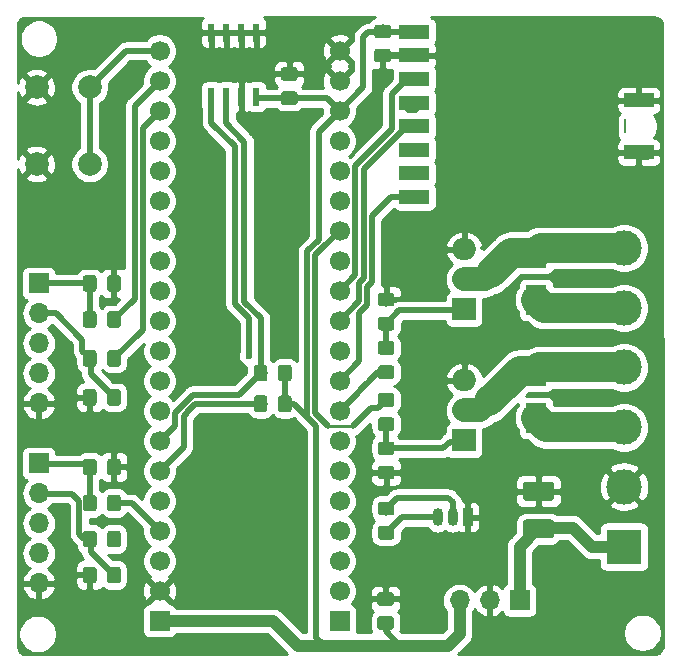
<source format=gtl>
G04 #@! TF.GenerationSoftware,KiCad,Pcbnew,(5.1.2)-2*
G04 #@! TF.CreationDate,2019-11-04T20:52:10+01:00*
G04 #@! TF.ProjectId,STM32_2CH_Dimmer,53544d33-325f-4324-9348-5f44696d6d65,rev?*
G04 #@! TF.SameCoordinates,Original*
G04 #@! TF.FileFunction,Copper,L1,Top*
G04 #@! TF.FilePolarity,Positive*
%FSLAX46Y46*%
G04 Gerber Fmt 4.6, Leading zero omitted, Abs format (unit mm)*
G04 Created by KiCad (PCBNEW (5.1.2)-2) date 2019-11-04 20:52:10*
%MOMM*%
%LPD*%
G04 APERTURE LIST*
%ADD10C,0.100000*%
%ADD11C,1.600000*%
%ADD12R,2.524000X1.200000*%
%ADD13R,0.200000X1.200000*%
%ADD14R,1.700000X1.700000*%
%ADD15O,1.700000X1.700000*%
%ADD16O,2.000000X1.905000*%
%ADD17R,2.000000X1.905000*%
%ADD18C,1.700000*%
%ADD19C,3.000000*%
%ADD20C,1.150000*%
%ADD21C,2.000000*%
%ADD22R,3.000000X3.000000*%
%ADD23R,1.800000X2.500000*%
%ADD24R,0.600000X1.550000*%
%ADD25O,0.900000X1.500000*%
%ADD26R,0.900000X1.500000*%
%ADD27C,0.600000*%
%ADD28C,0.500000*%
%ADD29C,1.000000*%
%ADD30C,2.500000*%
%ADD31C,2.000000*%
%ADD32C,0.250000*%
%ADD33C,0.254000*%
G04 APERTURE END LIST*
D10*
G36*
X191272445Y-111301348D02*
G01*
X191299625Y-111305380D01*
X191326280Y-111312057D01*
X191352151Y-111321314D01*
X191376991Y-111333062D01*
X191400560Y-111347189D01*
X191422630Y-111363557D01*
X191442990Y-111382010D01*
X191461443Y-111402370D01*
X191477811Y-111424440D01*
X191491938Y-111448009D01*
X191503686Y-111472849D01*
X191512943Y-111498720D01*
X191519620Y-111525375D01*
X191523652Y-111552555D01*
X191525000Y-111580000D01*
X191525000Y-112620000D01*
X191523652Y-112647445D01*
X191519620Y-112674625D01*
X191512943Y-112701280D01*
X191503686Y-112727151D01*
X191491938Y-112751991D01*
X191477811Y-112775560D01*
X191461443Y-112797630D01*
X191442990Y-112817990D01*
X191422630Y-112836443D01*
X191400560Y-112852811D01*
X191376991Y-112866938D01*
X191352151Y-112878686D01*
X191326280Y-112887943D01*
X191299625Y-112894620D01*
X191272445Y-112898652D01*
X191245000Y-112900000D01*
X189155000Y-112900000D01*
X189127555Y-112898652D01*
X189100375Y-112894620D01*
X189073720Y-112887943D01*
X189047849Y-112878686D01*
X189023009Y-112866938D01*
X188999440Y-112852811D01*
X188977370Y-112836443D01*
X188957010Y-112817990D01*
X188938557Y-112797630D01*
X188922189Y-112775560D01*
X188908062Y-112751991D01*
X188896314Y-112727151D01*
X188887057Y-112701280D01*
X188880380Y-112674625D01*
X188876348Y-112647445D01*
X188875000Y-112620000D01*
X188875000Y-111580000D01*
X188876348Y-111552555D01*
X188880380Y-111525375D01*
X188887057Y-111498720D01*
X188896314Y-111472849D01*
X188908062Y-111448009D01*
X188922189Y-111424440D01*
X188938557Y-111402370D01*
X188957010Y-111382010D01*
X188977370Y-111363557D01*
X188999440Y-111347189D01*
X189023009Y-111333062D01*
X189047849Y-111321314D01*
X189073720Y-111312057D01*
X189100375Y-111305380D01*
X189127555Y-111301348D01*
X189155000Y-111300000D01*
X191245000Y-111300000D01*
X191272445Y-111301348D01*
X191272445Y-111301348D01*
G37*
D11*
X190200000Y-112100000D03*
D10*
G36*
X191272445Y-108101348D02*
G01*
X191299625Y-108105380D01*
X191326280Y-108112057D01*
X191352151Y-108121314D01*
X191376991Y-108133062D01*
X191400560Y-108147189D01*
X191422630Y-108163557D01*
X191442990Y-108182010D01*
X191461443Y-108202370D01*
X191477811Y-108224440D01*
X191491938Y-108248009D01*
X191503686Y-108272849D01*
X191512943Y-108298720D01*
X191519620Y-108325375D01*
X191523652Y-108352555D01*
X191525000Y-108380000D01*
X191525000Y-109420000D01*
X191523652Y-109447445D01*
X191519620Y-109474625D01*
X191512943Y-109501280D01*
X191503686Y-109527151D01*
X191491938Y-109551991D01*
X191477811Y-109575560D01*
X191461443Y-109597630D01*
X191442990Y-109617990D01*
X191422630Y-109636443D01*
X191400560Y-109652811D01*
X191376991Y-109666938D01*
X191352151Y-109678686D01*
X191326280Y-109687943D01*
X191299625Y-109694620D01*
X191272445Y-109698652D01*
X191245000Y-109700000D01*
X189155000Y-109700000D01*
X189127555Y-109698652D01*
X189100375Y-109694620D01*
X189073720Y-109687943D01*
X189047849Y-109678686D01*
X189023009Y-109666938D01*
X188999440Y-109652811D01*
X188977370Y-109636443D01*
X188957010Y-109617990D01*
X188938557Y-109597630D01*
X188922189Y-109575560D01*
X188908062Y-109551991D01*
X188896314Y-109527151D01*
X188887057Y-109501280D01*
X188880380Y-109474625D01*
X188876348Y-109447445D01*
X188875000Y-109420000D01*
X188875000Y-108380000D01*
X188876348Y-108352555D01*
X188880380Y-108325375D01*
X188887057Y-108298720D01*
X188896314Y-108272849D01*
X188908062Y-108248009D01*
X188922189Y-108224440D01*
X188938557Y-108202370D01*
X188957010Y-108182010D01*
X188977370Y-108163557D01*
X188999440Y-108147189D01*
X189023009Y-108133062D01*
X189047849Y-108121314D01*
X189073720Y-108112057D01*
X189100375Y-108105380D01*
X189127555Y-108101348D01*
X189155000Y-108100000D01*
X191245000Y-108100000D01*
X191272445Y-108101348D01*
X191272445Y-108101348D01*
G37*
D11*
X190200000Y-108900000D03*
D12*
X179700000Y-70000000D03*
X179700000Y-72000000D03*
X179700000Y-74000000D03*
X179700000Y-76000000D03*
X179700000Y-78000000D03*
X179700000Y-80000000D03*
X179700000Y-82000000D03*
X179700000Y-84000000D03*
X198700000Y-75800000D03*
X198700000Y-80200000D03*
D13*
X197546060Y-78018540D03*
D14*
X188600000Y-118140000D03*
D15*
X186060000Y-118140000D03*
X183520000Y-118140000D03*
D16*
X183900000Y-88420000D03*
X183900000Y-90960000D03*
D17*
X183900000Y-93500000D03*
D14*
X158115000Y-119888000D03*
D18*
X158115000Y-117348000D03*
X158115000Y-114808000D03*
X158115000Y-112268000D03*
X158115000Y-109728000D03*
X158115000Y-107188000D03*
X158115000Y-104648000D03*
X158115000Y-102108000D03*
X158115000Y-99568000D03*
X158115000Y-97028000D03*
X158115000Y-94488000D03*
X158115000Y-91948000D03*
X158115000Y-89408000D03*
X158115000Y-86868000D03*
X158115000Y-84328000D03*
X158115000Y-81788000D03*
X158115000Y-79248000D03*
X158115000Y-76708000D03*
X158115000Y-74168000D03*
X158115000Y-71628000D03*
X173355000Y-71628000D03*
X173355000Y-74168000D03*
X173355000Y-76708000D03*
X173355000Y-79248000D03*
X173355000Y-81788000D03*
X173355000Y-84328000D03*
X173355000Y-86868000D03*
X173355000Y-89408000D03*
X173355000Y-91948000D03*
X173355000Y-94488000D03*
X173355000Y-97028000D03*
X173355000Y-99568000D03*
X173355000Y-102108000D03*
X173355000Y-104648000D03*
X173355000Y-107188000D03*
X173355000Y-109728000D03*
X173355000Y-112268000D03*
X173355000Y-114808000D03*
X173355000Y-117348000D03*
D14*
X173355000Y-119888000D03*
D19*
X197450000Y-103500000D03*
X197450000Y-98420000D03*
X197450000Y-93400000D03*
X197450000Y-88320000D03*
D10*
G36*
X169574505Y-73001204D02*
G01*
X169598773Y-73004804D01*
X169622572Y-73010765D01*
X169645671Y-73019030D01*
X169667850Y-73029520D01*
X169688893Y-73042132D01*
X169708599Y-73056747D01*
X169726777Y-73073223D01*
X169743253Y-73091401D01*
X169757868Y-73111107D01*
X169770480Y-73132150D01*
X169780970Y-73154329D01*
X169789235Y-73177428D01*
X169795196Y-73201227D01*
X169798796Y-73225495D01*
X169800000Y-73249999D01*
X169800000Y-73900001D01*
X169798796Y-73924505D01*
X169795196Y-73948773D01*
X169789235Y-73972572D01*
X169780970Y-73995671D01*
X169770480Y-74017850D01*
X169757868Y-74038893D01*
X169743253Y-74058599D01*
X169726777Y-74076777D01*
X169708599Y-74093253D01*
X169688893Y-74107868D01*
X169667850Y-74120480D01*
X169645671Y-74130970D01*
X169622572Y-74139235D01*
X169598773Y-74145196D01*
X169574505Y-74148796D01*
X169550001Y-74150000D01*
X168649999Y-74150000D01*
X168625495Y-74148796D01*
X168601227Y-74145196D01*
X168577428Y-74139235D01*
X168554329Y-74130970D01*
X168532150Y-74120480D01*
X168511107Y-74107868D01*
X168491401Y-74093253D01*
X168473223Y-74076777D01*
X168456747Y-74058599D01*
X168442132Y-74038893D01*
X168429520Y-74017850D01*
X168419030Y-73995671D01*
X168410765Y-73972572D01*
X168404804Y-73948773D01*
X168401204Y-73924505D01*
X168400000Y-73900001D01*
X168400000Y-73249999D01*
X168401204Y-73225495D01*
X168404804Y-73201227D01*
X168410765Y-73177428D01*
X168419030Y-73154329D01*
X168429520Y-73132150D01*
X168442132Y-73111107D01*
X168456747Y-73091401D01*
X168473223Y-73073223D01*
X168491401Y-73056747D01*
X168511107Y-73042132D01*
X168532150Y-73029520D01*
X168554329Y-73019030D01*
X168577428Y-73010765D01*
X168601227Y-73004804D01*
X168625495Y-73001204D01*
X168649999Y-73000000D01*
X169550001Y-73000000D01*
X169574505Y-73001204D01*
X169574505Y-73001204D01*
G37*
D20*
X169100000Y-73575000D03*
D10*
G36*
X169574505Y-75051204D02*
G01*
X169598773Y-75054804D01*
X169622572Y-75060765D01*
X169645671Y-75069030D01*
X169667850Y-75079520D01*
X169688893Y-75092132D01*
X169708599Y-75106747D01*
X169726777Y-75123223D01*
X169743253Y-75141401D01*
X169757868Y-75161107D01*
X169770480Y-75182150D01*
X169780970Y-75204329D01*
X169789235Y-75227428D01*
X169795196Y-75251227D01*
X169798796Y-75275495D01*
X169800000Y-75299999D01*
X169800000Y-75950001D01*
X169798796Y-75974505D01*
X169795196Y-75998773D01*
X169789235Y-76022572D01*
X169780970Y-76045671D01*
X169770480Y-76067850D01*
X169757868Y-76088893D01*
X169743253Y-76108599D01*
X169726777Y-76126777D01*
X169708599Y-76143253D01*
X169688893Y-76157868D01*
X169667850Y-76170480D01*
X169645671Y-76180970D01*
X169622572Y-76189235D01*
X169598773Y-76195196D01*
X169574505Y-76198796D01*
X169550001Y-76200000D01*
X168649999Y-76200000D01*
X168625495Y-76198796D01*
X168601227Y-76195196D01*
X168577428Y-76189235D01*
X168554329Y-76180970D01*
X168532150Y-76170480D01*
X168511107Y-76157868D01*
X168491401Y-76143253D01*
X168473223Y-76126777D01*
X168456747Y-76108599D01*
X168442132Y-76088893D01*
X168429520Y-76067850D01*
X168419030Y-76045671D01*
X168410765Y-76022572D01*
X168404804Y-75998773D01*
X168401204Y-75974505D01*
X168400000Y-75950001D01*
X168400000Y-75299999D01*
X168401204Y-75275495D01*
X168404804Y-75251227D01*
X168410765Y-75227428D01*
X168419030Y-75204329D01*
X168429520Y-75182150D01*
X168442132Y-75161107D01*
X168456747Y-75141401D01*
X168473223Y-75123223D01*
X168491401Y-75106747D01*
X168511107Y-75092132D01*
X168532150Y-75079520D01*
X168554329Y-75069030D01*
X168577428Y-75060765D01*
X168601227Y-75054804D01*
X168625495Y-75051204D01*
X168649999Y-75050000D01*
X169550001Y-75050000D01*
X169574505Y-75051204D01*
X169574505Y-75051204D01*
G37*
D20*
X169100000Y-75625000D03*
D16*
X183900000Y-99520000D03*
X183900000Y-102060000D03*
D17*
X183900000Y-104600000D03*
D10*
G36*
X177474505Y-71451204D02*
G01*
X177498773Y-71454804D01*
X177522572Y-71460765D01*
X177545671Y-71469030D01*
X177567850Y-71479520D01*
X177588893Y-71492132D01*
X177608599Y-71506747D01*
X177626777Y-71523223D01*
X177643253Y-71541401D01*
X177657868Y-71561107D01*
X177670480Y-71582150D01*
X177680970Y-71604329D01*
X177689235Y-71627428D01*
X177695196Y-71651227D01*
X177698796Y-71675495D01*
X177700000Y-71699999D01*
X177700000Y-72350001D01*
X177698796Y-72374505D01*
X177695196Y-72398773D01*
X177689235Y-72422572D01*
X177680970Y-72445671D01*
X177670480Y-72467850D01*
X177657868Y-72488893D01*
X177643253Y-72508599D01*
X177626777Y-72526777D01*
X177608599Y-72543253D01*
X177588893Y-72557868D01*
X177567850Y-72570480D01*
X177545671Y-72580970D01*
X177522572Y-72589235D01*
X177498773Y-72595196D01*
X177474505Y-72598796D01*
X177450001Y-72600000D01*
X176549999Y-72600000D01*
X176525495Y-72598796D01*
X176501227Y-72595196D01*
X176477428Y-72589235D01*
X176454329Y-72580970D01*
X176432150Y-72570480D01*
X176411107Y-72557868D01*
X176391401Y-72543253D01*
X176373223Y-72526777D01*
X176356747Y-72508599D01*
X176342132Y-72488893D01*
X176329520Y-72467850D01*
X176319030Y-72445671D01*
X176310765Y-72422572D01*
X176304804Y-72398773D01*
X176301204Y-72374505D01*
X176300000Y-72350001D01*
X176300000Y-71699999D01*
X176301204Y-71675495D01*
X176304804Y-71651227D01*
X176310765Y-71627428D01*
X176319030Y-71604329D01*
X176329520Y-71582150D01*
X176342132Y-71561107D01*
X176356747Y-71541401D01*
X176373223Y-71523223D01*
X176391401Y-71506747D01*
X176411107Y-71492132D01*
X176432150Y-71479520D01*
X176454329Y-71469030D01*
X176477428Y-71460765D01*
X176501227Y-71454804D01*
X176525495Y-71451204D01*
X176549999Y-71450000D01*
X177450001Y-71450000D01*
X177474505Y-71451204D01*
X177474505Y-71451204D01*
G37*
D20*
X177000000Y-72025000D03*
D10*
G36*
X177474505Y-69401204D02*
G01*
X177498773Y-69404804D01*
X177522572Y-69410765D01*
X177545671Y-69419030D01*
X177567850Y-69429520D01*
X177588893Y-69442132D01*
X177608599Y-69456747D01*
X177626777Y-69473223D01*
X177643253Y-69491401D01*
X177657868Y-69511107D01*
X177670480Y-69532150D01*
X177680970Y-69554329D01*
X177689235Y-69577428D01*
X177695196Y-69601227D01*
X177698796Y-69625495D01*
X177700000Y-69649999D01*
X177700000Y-70300001D01*
X177698796Y-70324505D01*
X177695196Y-70348773D01*
X177689235Y-70372572D01*
X177680970Y-70395671D01*
X177670480Y-70417850D01*
X177657868Y-70438893D01*
X177643253Y-70458599D01*
X177626777Y-70476777D01*
X177608599Y-70493253D01*
X177588893Y-70507868D01*
X177567850Y-70520480D01*
X177545671Y-70530970D01*
X177522572Y-70539235D01*
X177498773Y-70545196D01*
X177474505Y-70548796D01*
X177450001Y-70550000D01*
X176549999Y-70550000D01*
X176525495Y-70548796D01*
X176501227Y-70545196D01*
X176477428Y-70539235D01*
X176454329Y-70530970D01*
X176432150Y-70520480D01*
X176411107Y-70507868D01*
X176391401Y-70493253D01*
X176373223Y-70476777D01*
X176356747Y-70458599D01*
X176342132Y-70438893D01*
X176329520Y-70417850D01*
X176319030Y-70395671D01*
X176310765Y-70372572D01*
X176304804Y-70348773D01*
X176301204Y-70324505D01*
X176300000Y-70300001D01*
X176300000Y-69649999D01*
X176301204Y-69625495D01*
X176304804Y-69601227D01*
X176310765Y-69577428D01*
X176319030Y-69554329D01*
X176329520Y-69532150D01*
X176342132Y-69511107D01*
X176356747Y-69491401D01*
X176373223Y-69473223D01*
X176391401Y-69456747D01*
X176411107Y-69442132D01*
X176432150Y-69429520D01*
X176454329Y-69419030D01*
X176477428Y-69410765D01*
X176501227Y-69404804D01*
X176525495Y-69401204D01*
X176549999Y-69400000D01*
X177450001Y-69400000D01*
X177474505Y-69401204D01*
X177474505Y-69401204D01*
G37*
D20*
X177000000Y-69975000D03*
D21*
X147700000Y-74700000D03*
X152200000Y-74700000D03*
X147700000Y-81200000D03*
X152200000Y-81200000D03*
D10*
G36*
X177724505Y-119501204D02*
G01*
X177748773Y-119504804D01*
X177772572Y-119510765D01*
X177795671Y-119519030D01*
X177817850Y-119529520D01*
X177838893Y-119542132D01*
X177858599Y-119556747D01*
X177876777Y-119573223D01*
X177893253Y-119591401D01*
X177907868Y-119611107D01*
X177920480Y-119632150D01*
X177930970Y-119654329D01*
X177939235Y-119677428D01*
X177945196Y-119701227D01*
X177948796Y-119725495D01*
X177950000Y-119749999D01*
X177950000Y-120400001D01*
X177948796Y-120424505D01*
X177945196Y-120448773D01*
X177939235Y-120472572D01*
X177930970Y-120495671D01*
X177920480Y-120517850D01*
X177907868Y-120538893D01*
X177893253Y-120558599D01*
X177876777Y-120576777D01*
X177858599Y-120593253D01*
X177838893Y-120607868D01*
X177817850Y-120620480D01*
X177795671Y-120630970D01*
X177772572Y-120639235D01*
X177748773Y-120645196D01*
X177724505Y-120648796D01*
X177700001Y-120650000D01*
X176799999Y-120650000D01*
X176775495Y-120648796D01*
X176751227Y-120645196D01*
X176727428Y-120639235D01*
X176704329Y-120630970D01*
X176682150Y-120620480D01*
X176661107Y-120607868D01*
X176641401Y-120593253D01*
X176623223Y-120576777D01*
X176606747Y-120558599D01*
X176592132Y-120538893D01*
X176579520Y-120517850D01*
X176569030Y-120495671D01*
X176560765Y-120472572D01*
X176554804Y-120448773D01*
X176551204Y-120424505D01*
X176550000Y-120400001D01*
X176550000Y-119749999D01*
X176551204Y-119725495D01*
X176554804Y-119701227D01*
X176560765Y-119677428D01*
X176569030Y-119654329D01*
X176579520Y-119632150D01*
X176592132Y-119611107D01*
X176606747Y-119591401D01*
X176623223Y-119573223D01*
X176641401Y-119556747D01*
X176661107Y-119542132D01*
X176682150Y-119529520D01*
X176704329Y-119519030D01*
X176727428Y-119510765D01*
X176751227Y-119504804D01*
X176775495Y-119501204D01*
X176799999Y-119500000D01*
X177700001Y-119500000D01*
X177724505Y-119501204D01*
X177724505Y-119501204D01*
G37*
D20*
X177250000Y-120075000D03*
D10*
G36*
X177724505Y-117451204D02*
G01*
X177748773Y-117454804D01*
X177772572Y-117460765D01*
X177795671Y-117469030D01*
X177817850Y-117479520D01*
X177838893Y-117492132D01*
X177858599Y-117506747D01*
X177876777Y-117523223D01*
X177893253Y-117541401D01*
X177907868Y-117561107D01*
X177920480Y-117582150D01*
X177930970Y-117604329D01*
X177939235Y-117627428D01*
X177945196Y-117651227D01*
X177948796Y-117675495D01*
X177950000Y-117699999D01*
X177950000Y-118350001D01*
X177948796Y-118374505D01*
X177945196Y-118398773D01*
X177939235Y-118422572D01*
X177930970Y-118445671D01*
X177920480Y-118467850D01*
X177907868Y-118488893D01*
X177893253Y-118508599D01*
X177876777Y-118526777D01*
X177858599Y-118543253D01*
X177838893Y-118557868D01*
X177817850Y-118570480D01*
X177795671Y-118580970D01*
X177772572Y-118589235D01*
X177748773Y-118595196D01*
X177724505Y-118598796D01*
X177700001Y-118600000D01*
X176799999Y-118600000D01*
X176775495Y-118598796D01*
X176751227Y-118595196D01*
X176727428Y-118589235D01*
X176704329Y-118580970D01*
X176682150Y-118570480D01*
X176661107Y-118557868D01*
X176641401Y-118543253D01*
X176623223Y-118526777D01*
X176606747Y-118508599D01*
X176592132Y-118488893D01*
X176579520Y-118467850D01*
X176569030Y-118445671D01*
X176560765Y-118422572D01*
X176554804Y-118398773D01*
X176551204Y-118374505D01*
X176550000Y-118350001D01*
X176550000Y-117699999D01*
X176551204Y-117675495D01*
X176554804Y-117651227D01*
X176560765Y-117627428D01*
X176569030Y-117604329D01*
X176579520Y-117582150D01*
X176592132Y-117561107D01*
X176606747Y-117541401D01*
X176623223Y-117523223D01*
X176641401Y-117506747D01*
X176661107Y-117492132D01*
X176682150Y-117479520D01*
X176704329Y-117469030D01*
X176727428Y-117460765D01*
X176751227Y-117454804D01*
X176775495Y-117451204D01*
X176799999Y-117450000D01*
X177700001Y-117450000D01*
X177724505Y-117451204D01*
X177724505Y-117451204D01*
G37*
D20*
X177250000Y-118025000D03*
D22*
X197450000Y-113600000D03*
D19*
X197450000Y-108520000D03*
D23*
X190000000Y-92700000D03*
X190000000Y-88700000D03*
D10*
G36*
X167024505Y-100801204D02*
G01*
X167048773Y-100804804D01*
X167072572Y-100810765D01*
X167095671Y-100819030D01*
X167117850Y-100829520D01*
X167138893Y-100842132D01*
X167158599Y-100856747D01*
X167176777Y-100873223D01*
X167193253Y-100891401D01*
X167207868Y-100911107D01*
X167220480Y-100932150D01*
X167230970Y-100954329D01*
X167239235Y-100977428D01*
X167245196Y-101001227D01*
X167248796Y-101025495D01*
X167250000Y-101049999D01*
X167250000Y-101950001D01*
X167248796Y-101974505D01*
X167245196Y-101998773D01*
X167239235Y-102022572D01*
X167230970Y-102045671D01*
X167220480Y-102067850D01*
X167207868Y-102088893D01*
X167193253Y-102108599D01*
X167176777Y-102126777D01*
X167158599Y-102143253D01*
X167138893Y-102157868D01*
X167117850Y-102170480D01*
X167095671Y-102180970D01*
X167072572Y-102189235D01*
X167048773Y-102195196D01*
X167024505Y-102198796D01*
X167000001Y-102200000D01*
X166349999Y-102200000D01*
X166325495Y-102198796D01*
X166301227Y-102195196D01*
X166277428Y-102189235D01*
X166254329Y-102180970D01*
X166232150Y-102170480D01*
X166211107Y-102157868D01*
X166191401Y-102143253D01*
X166173223Y-102126777D01*
X166156747Y-102108599D01*
X166142132Y-102088893D01*
X166129520Y-102067850D01*
X166119030Y-102045671D01*
X166110765Y-102022572D01*
X166104804Y-101998773D01*
X166101204Y-101974505D01*
X166100000Y-101950001D01*
X166100000Y-101049999D01*
X166101204Y-101025495D01*
X166104804Y-101001227D01*
X166110765Y-100977428D01*
X166119030Y-100954329D01*
X166129520Y-100932150D01*
X166142132Y-100911107D01*
X166156747Y-100891401D01*
X166173223Y-100873223D01*
X166191401Y-100856747D01*
X166211107Y-100842132D01*
X166232150Y-100829520D01*
X166254329Y-100819030D01*
X166277428Y-100810765D01*
X166301227Y-100804804D01*
X166325495Y-100801204D01*
X166349999Y-100800000D01*
X167000001Y-100800000D01*
X167024505Y-100801204D01*
X167024505Y-100801204D01*
G37*
D20*
X166675000Y-101500000D03*
D10*
G36*
X169074505Y-100801204D02*
G01*
X169098773Y-100804804D01*
X169122572Y-100810765D01*
X169145671Y-100819030D01*
X169167850Y-100829520D01*
X169188893Y-100842132D01*
X169208599Y-100856747D01*
X169226777Y-100873223D01*
X169243253Y-100891401D01*
X169257868Y-100911107D01*
X169270480Y-100932150D01*
X169280970Y-100954329D01*
X169289235Y-100977428D01*
X169295196Y-101001227D01*
X169298796Y-101025495D01*
X169300000Y-101049999D01*
X169300000Y-101950001D01*
X169298796Y-101974505D01*
X169295196Y-101998773D01*
X169289235Y-102022572D01*
X169280970Y-102045671D01*
X169270480Y-102067850D01*
X169257868Y-102088893D01*
X169243253Y-102108599D01*
X169226777Y-102126777D01*
X169208599Y-102143253D01*
X169188893Y-102157868D01*
X169167850Y-102170480D01*
X169145671Y-102180970D01*
X169122572Y-102189235D01*
X169098773Y-102195196D01*
X169074505Y-102198796D01*
X169050001Y-102200000D01*
X168399999Y-102200000D01*
X168375495Y-102198796D01*
X168351227Y-102195196D01*
X168327428Y-102189235D01*
X168304329Y-102180970D01*
X168282150Y-102170480D01*
X168261107Y-102157868D01*
X168241401Y-102143253D01*
X168223223Y-102126777D01*
X168206747Y-102108599D01*
X168192132Y-102088893D01*
X168179520Y-102067850D01*
X168169030Y-102045671D01*
X168160765Y-102022572D01*
X168154804Y-101998773D01*
X168151204Y-101974505D01*
X168150000Y-101950001D01*
X168150000Y-101049999D01*
X168151204Y-101025495D01*
X168154804Y-101001227D01*
X168160765Y-100977428D01*
X168169030Y-100954329D01*
X168179520Y-100932150D01*
X168192132Y-100911107D01*
X168206747Y-100891401D01*
X168223223Y-100873223D01*
X168241401Y-100856747D01*
X168261107Y-100842132D01*
X168282150Y-100829520D01*
X168304329Y-100819030D01*
X168327428Y-100810765D01*
X168351227Y-100804804D01*
X168375495Y-100801204D01*
X168399999Y-100800000D01*
X169050001Y-100800000D01*
X169074505Y-100801204D01*
X169074505Y-100801204D01*
G37*
D20*
X168725000Y-101500000D03*
D10*
G36*
X169074505Y-98201204D02*
G01*
X169098773Y-98204804D01*
X169122572Y-98210765D01*
X169145671Y-98219030D01*
X169167850Y-98229520D01*
X169188893Y-98242132D01*
X169208599Y-98256747D01*
X169226777Y-98273223D01*
X169243253Y-98291401D01*
X169257868Y-98311107D01*
X169270480Y-98332150D01*
X169280970Y-98354329D01*
X169289235Y-98377428D01*
X169295196Y-98401227D01*
X169298796Y-98425495D01*
X169300000Y-98449999D01*
X169300000Y-99350001D01*
X169298796Y-99374505D01*
X169295196Y-99398773D01*
X169289235Y-99422572D01*
X169280970Y-99445671D01*
X169270480Y-99467850D01*
X169257868Y-99488893D01*
X169243253Y-99508599D01*
X169226777Y-99526777D01*
X169208599Y-99543253D01*
X169188893Y-99557868D01*
X169167850Y-99570480D01*
X169145671Y-99580970D01*
X169122572Y-99589235D01*
X169098773Y-99595196D01*
X169074505Y-99598796D01*
X169050001Y-99600000D01*
X168399999Y-99600000D01*
X168375495Y-99598796D01*
X168351227Y-99595196D01*
X168327428Y-99589235D01*
X168304329Y-99580970D01*
X168282150Y-99570480D01*
X168261107Y-99557868D01*
X168241401Y-99543253D01*
X168223223Y-99526777D01*
X168206747Y-99508599D01*
X168192132Y-99488893D01*
X168179520Y-99467850D01*
X168169030Y-99445671D01*
X168160765Y-99422572D01*
X168154804Y-99398773D01*
X168151204Y-99374505D01*
X168150000Y-99350001D01*
X168150000Y-98449999D01*
X168151204Y-98425495D01*
X168154804Y-98401227D01*
X168160765Y-98377428D01*
X168169030Y-98354329D01*
X168179520Y-98332150D01*
X168192132Y-98311107D01*
X168206747Y-98291401D01*
X168223223Y-98273223D01*
X168241401Y-98256747D01*
X168261107Y-98242132D01*
X168282150Y-98229520D01*
X168304329Y-98219030D01*
X168327428Y-98210765D01*
X168351227Y-98204804D01*
X168375495Y-98201204D01*
X168399999Y-98200000D01*
X169050001Y-98200000D01*
X169074505Y-98201204D01*
X169074505Y-98201204D01*
G37*
D20*
X168725000Y-98900000D03*
D10*
G36*
X167024505Y-98201204D02*
G01*
X167048773Y-98204804D01*
X167072572Y-98210765D01*
X167095671Y-98219030D01*
X167117850Y-98229520D01*
X167138893Y-98242132D01*
X167158599Y-98256747D01*
X167176777Y-98273223D01*
X167193253Y-98291401D01*
X167207868Y-98311107D01*
X167220480Y-98332150D01*
X167230970Y-98354329D01*
X167239235Y-98377428D01*
X167245196Y-98401227D01*
X167248796Y-98425495D01*
X167250000Y-98449999D01*
X167250000Y-99350001D01*
X167248796Y-99374505D01*
X167245196Y-99398773D01*
X167239235Y-99422572D01*
X167230970Y-99445671D01*
X167220480Y-99467850D01*
X167207868Y-99488893D01*
X167193253Y-99508599D01*
X167176777Y-99526777D01*
X167158599Y-99543253D01*
X167138893Y-99557868D01*
X167117850Y-99570480D01*
X167095671Y-99580970D01*
X167072572Y-99589235D01*
X167048773Y-99595196D01*
X167024505Y-99598796D01*
X167000001Y-99600000D01*
X166349999Y-99600000D01*
X166325495Y-99598796D01*
X166301227Y-99595196D01*
X166277428Y-99589235D01*
X166254329Y-99580970D01*
X166232150Y-99570480D01*
X166211107Y-99557868D01*
X166191401Y-99543253D01*
X166173223Y-99526777D01*
X166156747Y-99508599D01*
X166142132Y-99488893D01*
X166129520Y-99467850D01*
X166119030Y-99445671D01*
X166110765Y-99422572D01*
X166104804Y-99398773D01*
X166101204Y-99374505D01*
X166100000Y-99350001D01*
X166100000Y-98449999D01*
X166101204Y-98425495D01*
X166104804Y-98401227D01*
X166110765Y-98377428D01*
X166119030Y-98354329D01*
X166129520Y-98332150D01*
X166142132Y-98311107D01*
X166156747Y-98291401D01*
X166173223Y-98273223D01*
X166191401Y-98256747D01*
X166211107Y-98242132D01*
X166232150Y-98229520D01*
X166254329Y-98219030D01*
X166277428Y-98210765D01*
X166301227Y-98204804D01*
X166325495Y-98201204D01*
X166349999Y-98200000D01*
X167000001Y-98200000D01*
X167024505Y-98201204D01*
X167024505Y-98201204D01*
G37*
D20*
X166675000Y-98900000D03*
D10*
G36*
X177774505Y-111851204D02*
G01*
X177798773Y-111854804D01*
X177822572Y-111860765D01*
X177845671Y-111869030D01*
X177867850Y-111879520D01*
X177888893Y-111892132D01*
X177908599Y-111906747D01*
X177926777Y-111923223D01*
X177943253Y-111941401D01*
X177957868Y-111961107D01*
X177970480Y-111982150D01*
X177980970Y-112004329D01*
X177989235Y-112027428D01*
X177995196Y-112051227D01*
X177998796Y-112075495D01*
X178000000Y-112099999D01*
X178000000Y-112750001D01*
X177998796Y-112774505D01*
X177995196Y-112798773D01*
X177989235Y-112822572D01*
X177980970Y-112845671D01*
X177970480Y-112867850D01*
X177957868Y-112888893D01*
X177943253Y-112908599D01*
X177926777Y-112926777D01*
X177908599Y-112943253D01*
X177888893Y-112957868D01*
X177867850Y-112970480D01*
X177845671Y-112980970D01*
X177822572Y-112989235D01*
X177798773Y-112995196D01*
X177774505Y-112998796D01*
X177750001Y-113000000D01*
X176849999Y-113000000D01*
X176825495Y-112998796D01*
X176801227Y-112995196D01*
X176777428Y-112989235D01*
X176754329Y-112980970D01*
X176732150Y-112970480D01*
X176711107Y-112957868D01*
X176691401Y-112943253D01*
X176673223Y-112926777D01*
X176656747Y-112908599D01*
X176642132Y-112888893D01*
X176629520Y-112867850D01*
X176619030Y-112845671D01*
X176610765Y-112822572D01*
X176604804Y-112798773D01*
X176601204Y-112774505D01*
X176600000Y-112750001D01*
X176600000Y-112099999D01*
X176601204Y-112075495D01*
X176604804Y-112051227D01*
X176610765Y-112027428D01*
X176619030Y-112004329D01*
X176629520Y-111982150D01*
X176642132Y-111961107D01*
X176656747Y-111941401D01*
X176673223Y-111923223D01*
X176691401Y-111906747D01*
X176711107Y-111892132D01*
X176732150Y-111879520D01*
X176754329Y-111869030D01*
X176777428Y-111860765D01*
X176801227Y-111854804D01*
X176825495Y-111851204D01*
X176849999Y-111850000D01*
X177750001Y-111850000D01*
X177774505Y-111851204D01*
X177774505Y-111851204D01*
G37*
D20*
X177300000Y-112425000D03*
D10*
G36*
X177774505Y-109801204D02*
G01*
X177798773Y-109804804D01*
X177822572Y-109810765D01*
X177845671Y-109819030D01*
X177867850Y-109829520D01*
X177888893Y-109842132D01*
X177908599Y-109856747D01*
X177926777Y-109873223D01*
X177943253Y-109891401D01*
X177957868Y-109911107D01*
X177970480Y-109932150D01*
X177980970Y-109954329D01*
X177989235Y-109977428D01*
X177995196Y-110001227D01*
X177998796Y-110025495D01*
X178000000Y-110049999D01*
X178000000Y-110700001D01*
X177998796Y-110724505D01*
X177995196Y-110748773D01*
X177989235Y-110772572D01*
X177980970Y-110795671D01*
X177970480Y-110817850D01*
X177957868Y-110838893D01*
X177943253Y-110858599D01*
X177926777Y-110876777D01*
X177908599Y-110893253D01*
X177888893Y-110907868D01*
X177867850Y-110920480D01*
X177845671Y-110930970D01*
X177822572Y-110939235D01*
X177798773Y-110945196D01*
X177774505Y-110948796D01*
X177750001Y-110950000D01*
X176849999Y-110950000D01*
X176825495Y-110948796D01*
X176801227Y-110945196D01*
X176777428Y-110939235D01*
X176754329Y-110930970D01*
X176732150Y-110920480D01*
X176711107Y-110907868D01*
X176691401Y-110893253D01*
X176673223Y-110876777D01*
X176656747Y-110858599D01*
X176642132Y-110838893D01*
X176629520Y-110817850D01*
X176619030Y-110795671D01*
X176610765Y-110772572D01*
X176604804Y-110748773D01*
X176601204Y-110724505D01*
X176600000Y-110700001D01*
X176600000Y-110049999D01*
X176601204Y-110025495D01*
X176604804Y-110001227D01*
X176610765Y-109977428D01*
X176619030Y-109954329D01*
X176629520Y-109932150D01*
X176642132Y-109911107D01*
X176656747Y-109891401D01*
X176673223Y-109873223D01*
X176691401Y-109856747D01*
X176711107Y-109842132D01*
X176732150Y-109829520D01*
X176754329Y-109819030D01*
X176777428Y-109810765D01*
X176801227Y-109804804D01*
X176825495Y-109801204D01*
X176849999Y-109800000D01*
X177750001Y-109800000D01*
X177774505Y-109801204D01*
X177774505Y-109801204D01*
G37*
D20*
X177300000Y-110375000D03*
D24*
X166305000Y-70100000D03*
X165035000Y-70100000D03*
X163765000Y-70100000D03*
X162495000Y-70100000D03*
X162495000Y-75500000D03*
X163765000Y-75500000D03*
X165035000Y-75500000D03*
X166305000Y-75500000D03*
D23*
X190000000Y-102700000D03*
X190000000Y-98700000D03*
D14*
X147898000Y-91310000D03*
D15*
X147898000Y-93850000D03*
X147898000Y-96390000D03*
X147898000Y-98930000D03*
X147898000Y-101470000D03*
D14*
X147898000Y-106550000D03*
D15*
X147898000Y-109090000D03*
X147898000Y-111630000D03*
X147898000Y-114170000D03*
X147898000Y-116710000D03*
D25*
X182930000Y-111100000D03*
X181660000Y-111100000D03*
D26*
X184200000Y-111100000D03*
D10*
G36*
X152556505Y-90611204D02*
G01*
X152580773Y-90614804D01*
X152604572Y-90620765D01*
X152627671Y-90629030D01*
X152649850Y-90639520D01*
X152670893Y-90652132D01*
X152690599Y-90666747D01*
X152708777Y-90683223D01*
X152725253Y-90701401D01*
X152739868Y-90721107D01*
X152752480Y-90742150D01*
X152762970Y-90764329D01*
X152771235Y-90787428D01*
X152777196Y-90811227D01*
X152780796Y-90835495D01*
X152782000Y-90859999D01*
X152782000Y-91760001D01*
X152780796Y-91784505D01*
X152777196Y-91808773D01*
X152771235Y-91832572D01*
X152762970Y-91855671D01*
X152752480Y-91877850D01*
X152739868Y-91898893D01*
X152725253Y-91918599D01*
X152708777Y-91936777D01*
X152690599Y-91953253D01*
X152670893Y-91967868D01*
X152649850Y-91980480D01*
X152627671Y-91990970D01*
X152604572Y-91999235D01*
X152580773Y-92005196D01*
X152556505Y-92008796D01*
X152532001Y-92010000D01*
X151881999Y-92010000D01*
X151857495Y-92008796D01*
X151833227Y-92005196D01*
X151809428Y-91999235D01*
X151786329Y-91990970D01*
X151764150Y-91980480D01*
X151743107Y-91967868D01*
X151723401Y-91953253D01*
X151705223Y-91936777D01*
X151688747Y-91918599D01*
X151674132Y-91898893D01*
X151661520Y-91877850D01*
X151651030Y-91855671D01*
X151642765Y-91832572D01*
X151636804Y-91808773D01*
X151633204Y-91784505D01*
X151632000Y-91760001D01*
X151632000Y-90859999D01*
X151633204Y-90835495D01*
X151636804Y-90811227D01*
X151642765Y-90787428D01*
X151651030Y-90764329D01*
X151661520Y-90742150D01*
X151674132Y-90721107D01*
X151688747Y-90701401D01*
X151705223Y-90683223D01*
X151723401Y-90666747D01*
X151743107Y-90652132D01*
X151764150Y-90639520D01*
X151786329Y-90629030D01*
X151809428Y-90620765D01*
X151833227Y-90614804D01*
X151857495Y-90611204D01*
X151881999Y-90610000D01*
X152532001Y-90610000D01*
X152556505Y-90611204D01*
X152556505Y-90611204D01*
G37*
D20*
X152207000Y-91310000D03*
D10*
G36*
X154606505Y-90611204D02*
G01*
X154630773Y-90614804D01*
X154654572Y-90620765D01*
X154677671Y-90629030D01*
X154699850Y-90639520D01*
X154720893Y-90652132D01*
X154740599Y-90666747D01*
X154758777Y-90683223D01*
X154775253Y-90701401D01*
X154789868Y-90721107D01*
X154802480Y-90742150D01*
X154812970Y-90764329D01*
X154821235Y-90787428D01*
X154827196Y-90811227D01*
X154830796Y-90835495D01*
X154832000Y-90859999D01*
X154832000Y-91760001D01*
X154830796Y-91784505D01*
X154827196Y-91808773D01*
X154821235Y-91832572D01*
X154812970Y-91855671D01*
X154802480Y-91877850D01*
X154789868Y-91898893D01*
X154775253Y-91918599D01*
X154758777Y-91936777D01*
X154740599Y-91953253D01*
X154720893Y-91967868D01*
X154699850Y-91980480D01*
X154677671Y-91990970D01*
X154654572Y-91999235D01*
X154630773Y-92005196D01*
X154606505Y-92008796D01*
X154582001Y-92010000D01*
X153931999Y-92010000D01*
X153907495Y-92008796D01*
X153883227Y-92005196D01*
X153859428Y-91999235D01*
X153836329Y-91990970D01*
X153814150Y-91980480D01*
X153793107Y-91967868D01*
X153773401Y-91953253D01*
X153755223Y-91936777D01*
X153738747Y-91918599D01*
X153724132Y-91898893D01*
X153711520Y-91877850D01*
X153701030Y-91855671D01*
X153692765Y-91832572D01*
X153686804Y-91808773D01*
X153683204Y-91784505D01*
X153682000Y-91760001D01*
X153682000Y-90859999D01*
X153683204Y-90835495D01*
X153686804Y-90811227D01*
X153692765Y-90787428D01*
X153701030Y-90764329D01*
X153711520Y-90742150D01*
X153724132Y-90721107D01*
X153738747Y-90701401D01*
X153755223Y-90683223D01*
X153773401Y-90666747D01*
X153793107Y-90652132D01*
X153814150Y-90639520D01*
X153836329Y-90629030D01*
X153859428Y-90620765D01*
X153883227Y-90614804D01*
X153907495Y-90611204D01*
X153931999Y-90610000D01*
X154582001Y-90610000D01*
X154606505Y-90611204D01*
X154606505Y-90611204D01*
G37*
D20*
X154257000Y-91310000D03*
D10*
G36*
X152556505Y-106155204D02*
G01*
X152580773Y-106158804D01*
X152604572Y-106164765D01*
X152627671Y-106173030D01*
X152649850Y-106183520D01*
X152670893Y-106196132D01*
X152690599Y-106210747D01*
X152708777Y-106227223D01*
X152725253Y-106245401D01*
X152739868Y-106265107D01*
X152752480Y-106286150D01*
X152762970Y-106308329D01*
X152771235Y-106331428D01*
X152777196Y-106355227D01*
X152780796Y-106379495D01*
X152782000Y-106403999D01*
X152782000Y-107304001D01*
X152780796Y-107328505D01*
X152777196Y-107352773D01*
X152771235Y-107376572D01*
X152762970Y-107399671D01*
X152752480Y-107421850D01*
X152739868Y-107442893D01*
X152725253Y-107462599D01*
X152708777Y-107480777D01*
X152690599Y-107497253D01*
X152670893Y-107511868D01*
X152649850Y-107524480D01*
X152627671Y-107534970D01*
X152604572Y-107543235D01*
X152580773Y-107549196D01*
X152556505Y-107552796D01*
X152532001Y-107554000D01*
X151881999Y-107554000D01*
X151857495Y-107552796D01*
X151833227Y-107549196D01*
X151809428Y-107543235D01*
X151786329Y-107534970D01*
X151764150Y-107524480D01*
X151743107Y-107511868D01*
X151723401Y-107497253D01*
X151705223Y-107480777D01*
X151688747Y-107462599D01*
X151674132Y-107442893D01*
X151661520Y-107421850D01*
X151651030Y-107399671D01*
X151642765Y-107376572D01*
X151636804Y-107352773D01*
X151633204Y-107328505D01*
X151632000Y-107304001D01*
X151632000Y-106403999D01*
X151633204Y-106379495D01*
X151636804Y-106355227D01*
X151642765Y-106331428D01*
X151651030Y-106308329D01*
X151661520Y-106286150D01*
X151674132Y-106265107D01*
X151688747Y-106245401D01*
X151705223Y-106227223D01*
X151723401Y-106210747D01*
X151743107Y-106196132D01*
X151764150Y-106183520D01*
X151786329Y-106173030D01*
X151809428Y-106164765D01*
X151833227Y-106158804D01*
X151857495Y-106155204D01*
X151881999Y-106154000D01*
X152532001Y-106154000D01*
X152556505Y-106155204D01*
X152556505Y-106155204D01*
G37*
D20*
X152207000Y-106854000D03*
D10*
G36*
X154606505Y-106155204D02*
G01*
X154630773Y-106158804D01*
X154654572Y-106164765D01*
X154677671Y-106173030D01*
X154699850Y-106183520D01*
X154720893Y-106196132D01*
X154740599Y-106210747D01*
X154758777Y-106227223D01*
X154775253Y-106245401D01*
X154789868Y-106265107D01*
X154802480Y-106286150D01*
X154812970Y-106308329D01*
X154821235Y-106331428D01*
X154827196Y-106355227D01*
X154830796Y-106379495D01*
X154832000Y-106403999D01*
X154832000Y-107304001D01*
X154830796Y-107328505D01*
X154827196Y-107352773D01*
X154821235Y-107376572D01*
X154812970Y-107399671D01*
X154802480Y-107421850D01*
X154789868Y-107442893D01*
X154775253Y-107462599D01*
X154758777Y-107480777D01*
X154740599Y-107497253D01*
X154720893Y-107511868D01*
X154699850Y-107524480D01*
X154677671Y-107534970D01*
X154654572Y-107543235D01*
X154630773Y-107549196D01*
X154606505Y-107552796D01*
X154582001Y-107554000D01*
X153931999Y-107554000D01*
X153907495Y-107552796D01*
X153883227Y-107549196D01*
X153859428Y-107543235D01*
X153836329Y-107534970D01*
X153814150Y-107524480D01*
X153793107Y-107511868D01*
X153773401Y-107497253D01*
X153755223Y-107480777D01*
X153738747Y-107462599D01*
X153724132Y-107442893D01*
X153711520Y-107421850D01*
X153701030Y-107399671D01*
X153692765Y-107376572D01*
X153686804Y-107352773D01*
X153683204Y-107328505D01*
X153682000Y-107304001D01*
X153682000Y-106403999D01*
X153683204Y-106379495D01*
X153686804Y-106355227D01*
X153692765Y-106331428D01*
X153701030Y-106308329D01*
X153711520Y-106286150D01*
X153724132Y-106265107D01*
X153738747Y-106245401D01*
X153755223Y-106227223D01*
X153773401Y-106210747D01*
X153793107Y-106196132D01*
X153814150Y-106183520D01*
X153836329Y-106173030D01*
X153859428Y-106164765D01*
X153883227Y-106158804D01*
X153907495Y-106155204D01*
X153931999Y-106154000D01*
X154582001Y-106154000D01*
X154606505Y-106155204D01*
X154606505Y-106155204D01*
G37*
D20*
X154257000Y-106854000D03*
D10*
G36*
X152556505Y-100263204D02*
G01*
X152580773Y-100266804D01*
X152604572Y-100272765D01*
X152627671Y-100281030D01*
X152649850Y-100291520D01*
X152670893Y-100304132D01*
X152690599Y-100318747D01*
X152708777Y-100335223D01*
X152725253Y-100353401D01*
X152739868Y-100373107D01*
X152752480Y-100394150D01*
X152762970Y-100416329D01*
X152771235Y-100439428D01*
X152777196Y-100463227D01*
X152780796Y-100487495D01*
X152782000Y-100511999D01*
X152782000Y-101412001D01*
X152780796Y-101436505D01*
X152777196Y-101460773D01*
X152771235Y-101484572D01*
X152762970Y-101507671D01*
X152752480Y-101529850D01*
X152739868Y-101550893D01*
X152725253Y-101570599D01*
X152708777Y-101588777D01*
X152690599Y-101605253D01*
X152670893Y-101619868D01*
X152649850Y-101632480D01*
X152627671Y-101642970D01*
X152604572Y-101651235D01*
X152580773Y-101657196D01*
X152556505Y-101660796D01*
X152532001Y-101662000D01*
X151881999Y-101662000D01*
X151857495Y-101660796D01*
X151833227Y-101657196D01*
X151809428Y-101651235D01*
X151786329Y-101642970D01*
X151764150Y-101632480D01*
X151743107Y-101619868D01*
X151723401Y-101605253D01*
X151705223Y-101588777D01*
X151688747Y-101570599D01*
X151674132Y-101550893D01*
X151661520Y-101529850D01*
X151651030Y-101507671D01*
X151642765Y-101484572D01*
X151636804Y-101460773D01*
X151633204Y-101436505D01*
X151632000Y-101412001D01*
X151632000Y-100511999D01*
X151633204Y-100487495D01*
X151636804Y-100463227D01*
X151642765Y-100439428D01*
X151651030Y-100416329D01*
X151661520Y-100394150D01*
X151674132Y-100373107D01*
X151688747Y-100353401D01*
X151705223Y-100335223D01*
X151723401Y-100318747D01*
X151743107Y-100304132D01*
X151764150Y-100291520D01*
X151786329Y-100281030D01*
X151809428Y-100272765D01*
X151833227Y-100266804D01*
X151857495Y-100263204D01*
X151881999Y-100262000D01*
X152532001Y-100262000D01*
X152556505Y-100263204D01*
X152556505Y-100263204D01*
G37*
D20*
X152207000Y-100962000D03*
D10*
G36*
X154606505Y-100263204D02*
G01*
X154630773Y-100266804D01*
X154654572Y-100272765D01*
X154677671Y-100281030D01*
X154699850Y-100291520D01*
X154720893Y-100304132D01*
X154740599Y-100318747D01*
X154758777Y-100335223D01*
X154775253Y-100353401D01*
X154789868Y-100373107D01*
X154802480Y-100394150D01*
X154812970Y-100416329D01*
X154821235Y-100439428D01*
X154827196Y-100463227D01*
X154830796Y-100487495D01*
X154832000Y-100511999D01*
X154832000Y-101412001D01*
X154830796Y-101436505D01*
X154827196Y-101460773D01*
X154821235Y-101484572D01*
X154812970Y-101507671D01*
X154802480Y-101529850D01*
X154789868Y-101550893D01*
X154775253Y-101570599D01*
X154758777Y-101588777D01*
X154740599Y-101605253D01*
X154720893Y-101619868D01*
X154699850Y-101632480D01*
X154677671Y-101642970D01*
X154654572Y-101651235D01*
X154630773Y-101657196D01*
X154606505Y-101660796D01*
X154582001Y-101662000D01*
X153931999Y-101662000D01*
X153907495Y-101660796D01*
X153883227Y-101657196D01*
X153859428Y-101651235D01*
X153836329Y-101642970D01*
X153814150Y-101632480D01*
X153793107Y-101619868D01*
X153773401Y-101605253D01*
X153755223Y-101588777D01*
X153738747Y-101570599D01*
X153724132Y-101550893D01*
X153711520Y-101529850D01*
X153701030Y-101507671D01*
X153692765Y-101484572D01*
X153686804Y-101460773D01*
X153683204Y-101436505D01*
X153682000Y-101412001D01*
X153682000Y-100511999D01*
X153683204Y-100487495D01*
X153686804Y-100463227D01*
X153692765Y-100439428D01*
X153701030Y-100416329D01*
X153711520Y-100394150D01*
X153724132Y-100373107D01*
X153738747Y-100353401D01*
X153755223Y-100335223D01*
X153773401Y-100318747D01*
X153793107Y-100304132D01*
X153814150Y-100291520D01*
X153836329Y-100281030D01*
X153859428Y-100272765D01*
X153883227Y-100266804D01*
X153907495Y-100263204D01*
X153931999Y-100262000D01*
X154582001Y-100262000D01*
X154606505Y-100263204D01*
X154606505Y-100263204D01*
G37*
D20*
X154257000Y-100962000D03*
D10*
G36*
X152556505Y-115299204D02*
G01*
X152580773Y-115302804D01*
X152604572Y-115308765D01*
X152627671Y-115317030D01*
X152649850Y-115327520D01*
X152670893Y-115340132D01*
X152690599Y-115354747D01*
X152708777Y-115371223D01*
X152725253Y-115389401D01*
X152739868Y-115409107D01*
X152752480Y-115430150D01*
X152762970Y-115452329D01*
X152771235Y-115475428D01*
X152777196Y-115499227D01*
X152780796Y-115523495D01*
X152782000Y-115547999D01*
X152782000Y-116448001D01*
X152780796Y-116472505D01*
X152777196Y-116496773D01*
X152771235Y-116520572D01*
X152762970Y-116543671D01*
X152752480Y-116565850D01*
X152739868Y-116586893D01*
X152725253Y-116606599D01*
X152708777Y-116624777D01*
X152690599Y-116641253D01*
X152670893Y-116655868D01*
X152649850Y-116668480D01*
X152627671Y-116678970D01*
X152604572Y-116687235D01*
X152580773Y-116693196D01*
X152556505Y-116696796D01*
X152532001Y-116698000D01*
X151881999Y-116698000D01*
X151857495Y-116696796D01*
X151833227Y-116693196D01*
X151809428Y-116687235D01*
X151786329Y-116678970D01*
X151764150Y-116668480D01*
X151743107Y-116655868D01*
X151723401Y-116641253D01*
X151705223Y-116624777D01*
X151688747Y-116606599D01*
X151674132Y-116586893D01*
X151661520Y-116565850D01*
X151651030Y-116543671D01*
X151642765Y-116520572D01*
X151636804Y-116496773D01*
X151633204Y-116472505D01*
X151632000Y-116448001D01*
X151632000Y-115547999D01*
X151633204Y-115523495D01*
X151636804Y-115499227D01*
X151642765Y-115475428D01*
X151651030Y-115452329D01*
X151661520Y-115430150D01*
X151674132Y-115409107D01*
X151688747Y-115389401D01*
X151705223Y-115371223D01*
X151723401Y-115354747D01*
X151743107Y-115340132D01*
X151764150Y-115327520D01*
X151786329Y-115317030D01*
X151809428Y-115308765D01*
X151833227Y-115302804D01*
X151857495Y-115299204D01*
X151881999Y-115298000D01*
X152532001Y-115298000D01*
X152556505Y-115299204D01*
X152556505Y-115299204D01*
G37*
D20*
X152207000Y-115998000D03*
D10*
G36*
X154606505Y-115299204D02*
G01*
X154630773Y-115302804D01*
X154654572Y-115308765D01*
X154677671Y-115317030D01*
X154699850Y-115327520D01*
X154720893Y-115340132D01*
X154740599Y-115354747D01*
X154758777Y-115371223D01*
X154775253Y-115389401D01*
X154789868Y-115409107D01*
X154802480Y-115430150D01*
X154812970Y-115452329D01*
X154821235Y-115475428D01*
X154827196Y-115499227D01*
X154830796Y-115523495D01*
X154832000Y-115547999D01*
X154832000Y-116448001D01*
X154830796Y-116472505D01*
X154827196Y-116496773D01*
X154821235Y-116520572D01*
X154812970Y-116543671D01*
X154802480Y-116565850D01*
X154789868Y-116586893D01*
X154775253Y-116606599D01*
X154758777Y-116624777D01*
X154740599Y-116641253D01*
X154720893Y-116655868D01*
X154699850Y-116668480D01*
X154677671Y-116678970D01*
X154654572Y-116687235D01*
X154630773Y-116693196D01*
X154606505Y-116696796D01*
X154582001Y-116698000D01*
X153931999Y-116698000D01*
X153907495Y-116696796D01*
X153883227Y-116693196D01*
X153859428Y-116687235D01*
X153836329Y-116678970D01*
X153814150Y-116668480D01*
X153793107Y-116655868D01*
X153773401Y-116641253D01*
X153755223Y-116624777D01*
X153738747Y-116606599D01*
X153724132Y-116586893D01*
X153711520Y-116565850D01*
X153701030Y-116543671D01*
X153692765Y-116520572D01*
X153686804Y-116496773D01*
X153683204Y-116472505D01*
X153682000Y-116448001D01*
X153682000Y-115547999D01*
X153683204Y-115523495D01*
X153686804Y-115499227D01*
X153692765Y-115475428D01*
X153701030Y-115452329D01*
X153711520Y-115430150D01*
X153724132Y-115409107D01*
X153738747Y-115389401D01*
X153755223Y-115371223D01*
X153773401Y-115354747D01*
X153793107Y-115340132D01*
X153814150Y-115327520D01*
X153836329Y-115317030D01*
X153859428Y-115308765D01*
X153883227Y-115302804D01*
X153907495Y-115299204D01*
X153931999Y-115298000D01*
X154582001Y-115298000D01*
X154606505Y-115299204D01*
X154606505Y-115299204D01*
G37*
D20*
X154257000Y-115998000D03*
D10*
G36*
X154606505Y-93659204D02*
G01*
X154630773Y-93662804D01*
X154654572Y-93668765D01*
X154677671Y-93677030D01*
X154699850Y-93687520D01*
X154720893Y-93700132D01*
X154740599Y-93714747D01*
X154758777Y-93731223D01*
X154775253Y-93749401D01*
X154789868Y-93769107D01*
X154802480Y-93790150D01*
X154812970Y-93812329D01*
X154821235Y-93835428D01*
X154827196Y-93859227D01*
X154830796Y-93883495D01*
X154832000Y-93907999D01*
X154832000Y-94808001D01*
X154830796Y-94832505D01*
X154827196Y-94856773D01*
X154821235Y-94880572D01*
X154812970Y-94903671D01*
X154802480Y-94925850D01*
X154789868Y-94946893D01*
X154775253Y-94966599D01*
X154758777Y-94984777D01*
X154740599Y-95001253D01*
X154720893Y-95015868D01*
X154699850Y-95028480D01*
X154677671Y-95038970D01*
X154654572Y-95047235D01*
X154630773Y-95053196D01*
X154606505Y-95056796D01*
X154582001Y-95058000D01*
X153931999Y-95058000D01*
X153907495Y-95056796D01*
X153883227Y-95053196D01*
X153859428Y-95047235D01*
X153836329Y-95038970D01*
X153814150Y-95028480D01*
X153793107Y-95015868D01*
X153773401Y-95001253D01*
X153755223Y-94984777D01*
X153738747Y-94966599D01*
X153724132Y-94946893D01*
X153711520Y-94925850D01*
X153701030Y-94903671D01*
X153692765Y-94880572D01*
X153686804Y-94856773D01*
X153683204Y-94832505D01*
X153682000Y-94808001D01*
X153682000Y-93907999D01*
X153683204Y-93883495D01*
X153686804Y-93859227D01*
X153692765Y-93835428D01*
X153701030Y-93812329D01*
X153711520Y-93790150D01*
X153724132Y-93769107D01*
X153738747Y-93749401D01*
X153755223Y-93731223D01*
X153773401Y-93714747D01*
X153793107Y-93700132D01*
X153814150Y-93687520D01*
X153836329Y-93677030D01*
X153859428Y-93668765D01*
X153883227Y-93662804D01*
X153907495Y-93659204D01*
X153931999Y-93658000D01*
X154582001Y-93658000D01*
X154606505Y-93659204D01*
X154606505Y-93659204D01*
G37*
D20*
X154257000Y-94358000D03*
D10*
G36*
X152556505Y-93659204D02*
G01*
X152580773Y-93662804D01*
X152604572Y-93668765D01*
X152627671Y-93677030D01*
X152649850Y-93687520D01*
X152670893Y-93700132D01*
X152690599Y-93714747D01*
X152708777Y-93731223D01*
X152725253Y-93749401D01*
X152739868Y-93769107D01*
X152752480Y-93790150D01*
X152762970Y-93812329D01*
X152771235Y-93835428D01*
X152777196Y-93859227D01*
X152780796Y-93883495D01*
X152782000Y-93907999D01*
X152782000Y-94808001D01*
X152780796Y-94832505D01*
X152777196Y-94856773D01*
X152771235Y-94880572D01*
X152762970Y-94903671D01*
X152752480Y-94925850D01*
X152739868Y-94946893D01*
X152725253Y-94966599D01*
X152708777Y-94984777D01*
X152690599Y-95001253D01*
X152670893Y-95015868D01*
X152649850Y-95028480D01*
X152627671Y-95038970D01*
X152604572Y-95047235D01*
X152580773Y-95053196D01*
X152556505Y-95056796D01*
X152532001Y-95058000D01*
X151881999Y-95058000D01*
X151857495Y-95056796D01*
X151833227Y-95053196D01*
X151809428Y-95047235D01*
X151786329Y-95038970D01*
X151764150Y-95028480D01*
X151743107Y-95015868D01*
X151723401Y-95001253D01*
X151705223Y-94984777D01*
X151688747Y-94966599D01*
X151674132Y-94946893D01*
X151661520Y-94925850D01*
X151651030Y-94903671D01*
X151642765Y-94880572D01*
X151636804Y-94856773D01*
X151633204Y-94832505D01*
X151632000Y-94808001D01*
X151632000Y-93907999D01*
X151633204Y-93883495D01*
X151636804Y-93859227D01*
X151642765Y-93835428D01*
X151651030Y-93812329D01*
X151661520Y-93790150D01*
X151674132Y-93769107D01*
X151688747Y-93749401D01*
X151705223Y-93731223D01*
X151723401Y-93714747D01*
X151743107Y-93700132D01*
X151764150Y-93687520D01*
X151786329Y-93677030D01*
X151809428Y-93668765D01*
X151833227Y-93662804D01*
X151857495Y-93659204D01*
X151881999Y-93658000D01*
X152532001Y-93658000D01*
X152556505Y-93659204D01*
X152556505Y-93659204D01*
G37*
D20*
X152207000Y-94358000D03*
D10*
G36*
X152556505Y-96961204D02*
G01*
X152580773Y-96964804D01*
X152604572Y-96970765D01*
X152627671Y-96979030D01*
X152649850Y-96989520D01*
X152670893Y-97002132D01*
X152690599Y-97016747D01*
X152708777Y-97033223D01*
X152725253Y-97051401D01*
X152739868Y-97071107D01*
X152752480Y-97092150D01*
X152762970Y-97114329D01*
X152771235Y-97137428D01*
X152777196Y-97161227D01*
X152780796Y-97185495D01*
X152782000Y-97209999D01*
X152782000Y-98110001D01*
X152780796Y-98134505D01*
X152777196Y-98158773D01*
X152771235Y-98182572D01*
X152762970Y-98205671D01*
X152752480Y-98227850D01*
X152739868Y-98248893D01*
X152725253Y-98268599D01*
X152708777Y-98286777D01*
X152690599Y-98303253D01*
X152670893Y-98317868D01*
X152649850Y-98330480D01*
X152627671Y-98340970D01*
X152604572Y-98349235D01*
X152580773Y-98355196D01*
X152556505Y-98358796D01*
X152532001Y-98360000D01*
X151881999Y-98360000D01*
X151857495Y-98358796D01*
X151833227Y-98355196D01*
X151809428Y-98349235D01*
X151786329Y-98340970D01*
X151764150Y-98330480D01*
X151743107Y-98317868D01*
X151723401Y-98303253D01*
X151705223Y-98286777D01*
X151688747Y-98268599D01*
X151674132Y-98248893D01*
X151661520Y-98227850D01*
X151651030Y-98205671D01*
X151642765Y-98182572D01*
X151636804Y-98158773D01*
X151633204Y-98134505D01*
X151632000Y-98110001D01*
X151632000Y-97209999D01*
X151633204Y-97185495D01*
X151636804Y-97161227D01*
X151642765Y-97137428D01*
X151651030Y-97114329D01*
X151661520Y-97092150D01*
X151674132Y-97071107D01*
X151688747Y-97051401D01*
X151705223Y-97033223D01*
X151723401Y-97016747D01*
X151743107Y-97002132D01*
X151764150Y-96989520D01*
X151786329Y-96979030D01*
X151809428Y-96970765D01*
X151833227Y-96964804D01*
X151857495Y-96961204D01*
X151881999Y-96960000D01*
X152532001Y-96960000D01*
X152556505Y-96961204D01*
X152556505Y-96961204D01*
G37*
D20*
X152207000Y-97660000D03*
D10*
G36*
X154606505Y-96961204D02*
G01*
X154630773Y-96964804D01*
X154654572Y-96970765D01*
X154677671Y-96979030D01*
X154699850Y-96989520D01*
X154720893Y-97002132D01*
X154740599Y-97016747D01*
X154758777Y-97033223D01*
X154775253Y-97051401D01*
X154789868Y-97071107D01*
X154802480Y-97092150D01*
X154812970Y-97114329D01*
X154821235Y-97137428D01*
X154827196Y-97161227D01*
X154830796Y-97185495D01*
X154832000Y-97209999D01*
X154832000Y-98110001D01*
X154830796Y-98134505D01*
X154827196Y-98158773D01*
X154821235Y-98182572D01*
X154812970Y-98205671D01*
X154802480Y-98227850D01*
X154789868Y-98248893D01*
X154775253Y-98268599D01*
X154758777Y-98286777D01*
X154740599Y-98303253D01*
X154720893Y-98317868D01*
X154699850Y-98330480D01*
X154677671Y-98340970D01*
X154654572Y-98349235D01*
X154630773Y-98355196D01*
X154606505Y-98358796D01*
X154582001Y-98360000D01*
X153931999Y-98360000D01*
X153907495Y-98358796D01*
X153883227Y-98355196D01*
X153859428Y-98349235D01*
X153836329Y-98340970D01*
X153814150Y-98330480D01*
X153793107Y-98317868D01*
X153773401Y-98303253D01*
X153755223Y-98286777D01*
X153738747Y-98268599D01*
X153724132Y-98248893D01*
X153711520Y-98227850D01*
X153701030Y-98205671D01*
X153692765Y-98182572D01*
X153686804Y-98158773D01*
X153683204Y-98134505D01*
X153682000Y-98110001D01*
X153682000Y-97209999D01*
X153683204Y-97185495D01*
X153686804Y-97161227D01*
X153692765Y-97137428D01*
X153701030Y-97114329D01*
X153711520Y-97092150D01*
X153724132Y-97071107D01*
X153738747Y-97051401D01*
X153755223Y-97033223D01*
X153773401Y-97016747D01*
X153793107Y-97002132D01*
X153814150Y-96989520D01*
X153836329Y-96979030D01*
X153859428Y-96970765D01*
X153883227Y-96964804D01*
X153907495Y-96961204D01*
X153931999Y-96960000D01*
X154582001Y-96960000D01*
X154606505Y-96961204D01*
X154606505Y-96961204D01*
G37*
D20*
X154257000Y-97660000D03*
D10*
G36*
X154606505Y-109203204D02*
G01*
X154630773Y-109206804D01*
X154654572Y-109212765D01*
X154677671Y-109221030D01*
X154699850Y-109231520D01*
X154720893Y-109244132D01*
X154740599Y-109258747D01*
X154758777Y-109275223D01*
X154775253Y-109293401D01*
X154789868Y-109313107D01*
X154802480Y-109334150D01*
X154812970Y-109356329D01*
X154821235Y-109379428D01*
X154827196Y-109403227D01*
X154830796Y-109427495D01*
X154832000Y-109451999D01*
X154832000Y-110352001D01*
X154830796Y-110376505D01*
X154827196Y-110400773D01*
X154821235Y-110424572D01*
X154812970Y-110447671D01*
X154802480Y-110469850D01*
X154789868Y-110490893D01*
X154775253Y-110510599D01*
X154758777Y-110528777D01*
X154740599Y-110545253D01*
X154720893Y-110559868D01*
X154699850Y-110572480D01*
X154677671Y-110582970D01*
X154654572Y-110591235D01*
X154630773Y-110597196D01*
X154606505Y-110600796D01*
X154582001Y-110602000D01*
X153931999Y-110602000D01*
X153907495Y-110600796D01*
X153883227Y-110597196D01*
X153859428Y-110591235D01*
X153836329Y-110582970D01*
X153814150Y-110572480D01*
X153793107Y-110559868D01*
X153773401Y-110545253D01*
X153755223Y-110528777D01*
X153738747Y-110510599D01*
X153724132Y-110490893D01*
X153711520Y-110469850D01*
X153701030Y-110447671D01*
X153692765Y-110424572D01*
X153686804Y-110400773D01*
X153683204Y-110376505D01*
X153682000Y-110352001D01*
X153682000Y-109451999D01*
X153683204Y-109427495D01*
X153686804Y-109403227D01*
X153692765Y-109379428D01*
X153701030Y-109356329D01*
X153711520Y-109334150D01*
X153724132Y-109313107D01*
X153738747Y-109293401D01*
X153755223Y-109275223D01*
X153773401Y-109258747D01*
X153793107Y-109244132D01*
X153814150Y-109231520D01*
X153836329Y-109221030D01*
X153859428Y-109212765D01*
X153883227Y-109206804D01*
X153907495Y-109203204D01*
X153931999Y-109202000D01*
X154582001Y-109202000D01*
X154606505Y-109203204D01*
X154606505Y-109203204D01*
G37*
D20*
X154257000Y-109902000D03*
D10*
G36*
X152556505Y-109203204D02*
G01*
X152580773Y-109206804D01*
X152604572Y-109212765D01*
X152627671Y-109221030D01*
X152649850Y-109231520D01*
X152670893Y-109244132D01*
X152690599Y-109258747D01*
X152708777Y-109275223D01*
X152725253Y-109293401D01*
X152739868Y-109313107D01*
X152752480Y-109334150D01*
X152762970Y-109356329D01*
X152771235Y-109379428D01*
X152777196Y-109403227D01*
X152780796Y-109427495D01*
X152782000Y-109451999D01*
X152782000Y-110352001D01*
X152780796Y-110376505D01*
X152777196Y-110400773D01*
X152771235Y-110424572D01*
X152762970Y-110447671D01*
X152752480Y-110469850D01*
X152739868Y-110490893D01*
X152725253Y-110510599D01*
X152708777Y-110528777D01*
X152690599Y-110545253D01*
X152670893Y-110559868D01*
X152649850Y-110572480D01*
X152627671Y-110582970D01*
X152604572Y-110591235D01*
X152580773Y-110597196D01*
X152556505Y-110600796D01*
X152532001Y-110602000D01*
X151881999Y-110602000D01*
X151857495Y-110600796D01*
X151833227Y-110597196D01*
X151809428Y-110591235D01*
X151786329Y-110582970D01*
X151764150Y-110572480D01*
X151743107Y-110559868D01*
X151723401Y-110545253D01*
X151705223Y-110528777D01*
X151688747Y-110510599D01*
X151674132Y-110490893D01*
X151661520Y-110469850D01*
X151651030Y-110447671D01*
X151642765Y-110424572D01*
X151636804Y-110400773D01*
X151633204Y-110376505D01*
X151632000Y-110352001D01*
X151632000Y-109451999D01*
X151633204Y-109427495D01*
X151636804Y-109403227D01*
X151642765Y-109379428D01*
X151651030Y-109356329D01*
X151661520Y-109334150D01*
X151674132Y-109313107D01*
X151688747Y-109293401D01*
X151705223Y-109275223D01*
X151723401Y-109258747D01*
X151743107Y-109244132D01*
X151764150Y-109231520D01*
X151786329Y-109221030D01*
X151809428Y-109212765D01*
X151833227Y-109206804D01*
X151857495Y-109203204D01*
X151881999Y-109202000D01*
X152532001Y-109202000D01*
X152556505Y-109203204D01*
X152556505Y-109203204D01*
G37*
D20*
X152207000Y-109902000D03*
D10*
G36*
X152556505Y-112251204D02*
G01*
X152580773Y-112254804D01*
X152604572Y-112260765D01*
X152627671Y-112269030D01*
X152649850Y-112279520D01*
X152670893Y-112292132D01*
X152690599Y-112306747D01*
X152708777Y-112323223D01*
X152725253Y-112341401D01*
X152739868Y-112361107D01*
X152752480Y-112382150D01*
X152762970Y-112404329D01*
X152771235Y-112427428D01*
X152777196Y-112451227D01*
X152780796Y-112475495D01*
X152782000Y-112499999D01*
X152782000Y-113400001D01*
X152780796Y-113424505D01*
X152777196Y-113448773D01*
X152771235Y-113472572D01*
X152762970Y-113495671D01*
X152752480Y-113517850D01*
X152739868Y-113538893D01*
X152725253Y-113558599D01*
X152708777Y-113576777D01*
X152690599Y-113593253D01*
X152670893Y-113607868D01*
X152649850Y-113620480D01*
X152627671Y-113630970D01*
X152604572Y-113639235D01*
X152580773Y-113645196D01*
X152556505Y-113648796D01*
X152532001Y-113650000D01*
X151881999Y-113650000D01*
X151857495Y-113648796D01*
X151833227Y-113645196D01*
X151809428Y-113639235D01*
X151786329Y-113630970D01*
X151764150Y-113620480D01*
X151743107Y-113607868D01*
X151723401Y-113593253D01*
X151705223Y-113576777D01*
X151688747Y-113558599D01*
X151674132Y-113538893D01*
X151661520Y-113517850D01*
X151651030Y-113495671D01*
X151642765Y-113472572D01*
X151636804Y-113448773D01*
X151633204Y-113424505D01*
X151632000Y-113400001D01*
X151632000Y-112499999D01*
X151633204Y-112475495D01*
X151636804Y-112451227D01*
X151642765Y-112427428D01*
X151651030Y-112404329D01*
X151661520Y-112382150D01*
X151674132Y-112361107D01*
X151688747Y-112341401D01*
X151705223Y-112323223D01*
X151723401Y-112306747D01*
X151743107Y-112292132D01*
X151764150Y-112279520D01*
X151786329Y-112269030D01*
X151809428Y-112260765D01*
X151833227Y-112254804D01*
X151857495Y-112251204D01*
X151881999Y-112250000D01*
X152532001Y-112250000D01*
X152556505Y-112251204D01*
X152556505Y-112251204D01*
G37*
D20*
X152207000Y-112950000D03*
D10*
G36*
X154606505Y-112251204D02*
G01*
X154630773Y-112254804D01*
X154654572Y-112260765D01*
X154677671Y-112269030D01*
X154699850Y-112279520D01*
X154720893Y-112292132D01*
X154740599Y-112306747D01*
X154758777Y-112323223D01*
X154775253Y-112341401D01*
X154789868Y-112361107D01*
X154802480Y-112382150D01*
X154812970Y-112404329D01*
X154821235Y-112427428D01*
X154827196Y-112451227D01*
X154830796Y-112475495D01*
X154832000Y-112499999D01*
X154832000Y-113400001D01*
X154830796Y-113424505D01*
X154827196Y-113448773D01*
X154821235Y-113472572D01*
X154812970Y-113495671D01*
X154802480Y-113517850D01*
X154789868Y-113538893D01*
X154775253Y-113558599D01*
X154758777Y-113576777D01*
X154740599Y-113593253D01*
X154720893Y-113607868D01*
X154699850Y-113620480D01*
X154677671Y-113630970D01*
X154654572Y-113639235D01*
X154630773Y-113645196D01*
X154606505Y-113648796D01*
X154582001Y-113650000D01*
X153931999Y-113650000D01*
X153907495Y-113648796D01*
X153883227Y-113645196D01*
X153859428Y-113639235D01*
X153836329Y-113630970D01*
X153814150Y-113620480D01*
X153793107Y-113607868D01*
X153773401Y-113593253D01*
X153755223Y-113576777D01*
X153738747Y-113558599D01*
X153724132Y-113538893D01*
X153711520Y-113517850D01*
X153701030Y-113495671D01*
X153692765Y-113472572D01*
X153686804Y-113448773D01*
X153683204Y-113424505D01*
X153682000Y-113400001D01*
X153682000Y-112499999D01*
X153683204Y-112475495D01*
X153686804Y-112451227D01*
X153692765Y-112427428D01*
X153701030Y-112404329D01*
X153711520Y-112382150D01*
X153724132Y-112361107D01*
X153738747Y-112341401D01*
X153755223Y-112323223D01*
X153773401Y-112306747D01*
X153793107Y-112292132D01*
X153814150Y-112279520D01*
X153836329Y-112269030D01*
X153859428Y-112260765D01*
X153883227Y-112254804D01*
X153907495Y-112251204D01*
X153931999Y-112250000D01*
X154582001Y-112250000D01*
X154606505Y-112251204D01*
X154606505Y-112251204D01*
G37*
D20*
X154257000Y-112950000D03*
D10*
G36*
X177774505Y-100601204D02*
G01*
X177798773Y-100604804D01*
X177822572Y-100610765D01*
X177845671Y-100619030D01*
X177867850Y-100629520D01*
X177888893Y-100642132D01*
X177908599Y-100656747D01*
X177926777Y-100673223D01*
X177943253Y-100691401D01*
X177957868Y-100711107D01*
X177970480Y-100732150D01*
X177980970Y-100754329D01*
X177989235Y-100777428D01*
X177995196Y-100801227D01*
X177998796Y-100825495D01*
X178000000Y-100849999D01*
X178000000Y-101500001D01*
X177998796Y-101524505D01*
X177995196Y-101548773D01*
X177989235Y-101572572D01*
X177980970Y-101595671D01*
X177970480Y-101617850D01*
X177957868Y-101638893D01*
X177943253Y-101658599D01*
X177926777Y-101676777D01*
X177908599Y-101693253D01*
X177888893Y-101707868D01*
X177867850Y-101720480D01*
X177845671Y-101730970D01*
X177822572Y-101739235D01*
X177798773Y-101745196D01*
X177774505Y-101748796D01*
X177750001Y-101750000D01*
X176849999Y-101750000D01*
X176825495Y-101748796D01*
X176801227Y-101745196D01*
X176777428Y-101739235D01*
X176754329Y-101730970D01*
X176732150Y-101720480D01*
X176711107Y-101707868D01*
X176691401Y-101693253D01*
X176673223Y-101676777D01*
X176656747Y-101658599D01*
X176642132Y-101638893D01*
X176629520Y-101617850D01*
X176619030Y-101595671D01*
X176610765Y-101572572D01*
X176604804Y-101548773D01*
X176601204Y-101524505D01*
X176600000Y-101500001D01*
X176600000Y-100849999D01*
X176601204Y-100825495D01*
X176604804Y-100801227D01*
X176610765Y-100777428D01*
X176619030Y-100754329D01*
X176629520Y-100732150D01*
X176642132Y-100711107D01*
X176656747Y-100691401D01*
X176673223Y-100673223D01*
X176691401Y-100656747D01*
X176711107Y-100642132D01*
X176732150Y-100629520D01*
X176754329Y-100619030D01*
X176777428Y-100610765D01*
X176801227Y-100604804D01*
X176825495Y-100601204D01*
X176849999Y-100600000D01*
X177750001Y-100600000D01*
X177774505Y-100601204D01*
X177774505Y-100601204D01*
G37*
D20*
X177300000Y-101175000D03*
D10*
G36*
X177774505Y-102651204D02*
G01*
X177798773Y-102654804D01*
X177822572Y-102660765D01*
X177845671Y-102669030D01*
X177867850Y-102679520D01*
X177888893Y-102692132D01*
X177908599Y-102706747D01*
X177926777Y-102723223D01*
X177943253Y-102741401D01*
X177957868Y-102761107D01*
X177970480Y-102782150D01*
X177980970Y-102804329D01*
X177989235Y-102827428D01*
X177995196Y-102851227D01*
X177998796Y-102875495D01*
X178000000Y-102899999D01*
X178000000Y-103550001D01*
X177998796Y-103574505D01*
X177995196Y-103598773D01*
X177989235Y-103622572D01*
X177980970Y-103645671D01*
X177970480Y-103667850D01*
X177957868Y-103688893D01*
X177943253Y-103708599D01*
X177926777Y-103726777D01*
X177908599Y-103743253D01*
X177888893Y-103757868D01*
X177867850Y-103770480D01*
X177845671Y-103780970D01*
X177822572Y-103789235D01*
X177798773Y-103795196D01*
X177774505Y-103798796D01*
X177750001Y-103800000D01*
X176849999Y-103800000D01*
X176825495Y-103798796D01*
X176801227Y-103795196D01*
X176777428Y-103789235D01*
X176754329Y-103780970D01*
X176732150Y-103770480D01*
X176711107Y-103757868D01*
X176691401Y-103743253D01*
X176673223Y-103726777D01*
X176656747Y-103708599D01*
X176642132Y-103688893D01*
X176629520Y-103667850D01*
X176619030Y-103645671D01*
X176610765Y-103622572D01*
X176604804Y-103598773D01*
X176601204Y-103574505D01*
X176600000Y-103550001D01*
X176600000Y-102899999D01*
X176601204Y-102875495D01*
X176604804Y-102851227D01*
X176610765Y-102827428D01*
X176619030Y-102804329D01*
X176629520Y-102782150D01*
X176642132Y-102761107D01*
X176656747Y-102741401D01*
X176673223Y-102723223D01*
X176691401Y-102706747D01*
X176711107Y-102692132D01*
X176732150Y-102679520D01*
X176754329Y-102669030D01*
X176777428Y-102660765D01*
X176801227Y-102654804D01*
X176825495Y-102651204D01*
X176849999Y-102650000D01*
X177750001Y-102650000D01*
X177774505Y-102651204D01*
X177774505Y-102651204D01*
G37*
D20*
X177300000Y-103225000D03*
D10*
G36*
X177774505Y-106751204D02*
G01*
X177798773Y-106754804D01*
X177822572Y-106760765D01*
X177845671Y-106769030D01*
X177867850Y-106779520D01*
X177888893Y-106792132D01*
X177908599Y-106806747D01*
X177926777Y-106823223D01*
X177943253Y-106841401D01*
X177957868Y-106861107D01*
X177970480Y-106882150D01*
X177980970Y-106904329D01*
X177989235Y-106927428D01*
X177995196Y-106951227D01*
X177998796Y-106975495D01*
X178000000Y-106999999D01*
X178000000Y-107650001D01*
X177998796Y-107674505D01*
X177995196Y-107698773D01*
X177989235Y-107722572D01*
X177980970Y-107745671D01*
X177970480Y-107767850D01*
X177957868Y-107788893D01*
X177943253Y-107808599D01*
X177926777Y-107826777D01*
X177908599Y-107843253D01*
X177888893Y-107857868D01*
X177867850Y-107870480D01*
X177845671Y-107880970D01*
X177822572Y-107889235D01*
X177798773Y-107895196D01*
X177774505Y-107898796D01*
X177750001Y-107900000D01*
X176849999Y-107900000D01*
X176825495Y-107898796D01*
X176801227Y-107895196D01*
X176777428Y-107889235D01*
X176754329Y-107880970D01*
X176732150Y-107870480D01*
X176711107Y-107857868D01*
X176691401Y-107843253D01*
X176673223Y-107826777D01*
X176656747Y-107808599D01*
X176642132Y-107788893D01*
X176629520Y-107767850D01*
X176619030Y-107745671D01*
X176610765Y-107722572D01*
X176604804Y-107698773D01*
X176601204Y-107674505D01*
X176600000Y-107650001D01*
X176600000Y-106999999D01*
X176601204Y-106975495D01*
X176604804Y-106951227D01*
X176610765Y-106927428D01*
X176619030Y-106904329D01*
X176629520Y-106882150D01*
X176642132Y-106861107D01*
X176656747Y-106841401D01*
X176673223Y-106823223D01*
X176691401Y-106806747D01*
X176711107Y-106792132D01*
X176732150Y-106779520D01*
X176754329Y-106769030D01*
X176777428Y-106760765D01*
X176801227Y-106754804D01*
X176825495Y-106751204D01*
X176849999Y-106750000D01*
X177750001Y-106750000D01*
X177774505Y-106751204D01*
X177774505Y-106751204D01*
G37*
D20*
X177300000Y-107325000D03*
D10*
G36*
X177774505Y-104701204D02*
G01*
X177798773Y-104704804D01*
X177822572Y-104710765D01*
X177845671Y-104719030D01*
X177867850Y-104729520D01*
X177888893Y-104742132D01*
X177908599Y-104756747D01*
X177926777Y-104773223D01*
X177943253Y-104791401D01*
X177957868Y-104811107D01*
X177970480Y-104832150D01*
X177980970Y-104854329D01*
X177989235Y-104877428D01*
X177995196Y-104901227D01*
X177998796Y-104925495D01*
X178000000Y-104949999D01*
X178000000Y-105600001D01*
X177998796Y-105624505D01*
X177995196Y-105648773D01*
X177989235Y-105672572D01*
X177980970Y-105695671D01*
X177970480Y-105717850D01*
X177957868Y-105738893D01*
X177943253Y-105758599D01*
X177926777Y-105776777D01*
X177908599Y-105793253D01*
X177888893Y-105807868D01*
X177867850Y-105820480D01*
X177845671Y-105830970D01*
X177822572Y-105839235D01*
X177798773Y-105845196D01*
X177774505Y-105848796D01*
X177750001Y-105850000D01*
X176849999Y-105850000D01*
X176825495Y-105848796D01*
X176801227Y-105845196D01*
X176777428Y-105839235D01*
X176754329Y-105830970D01*
X176732150Y-105820480D01*
X176711107Y-105807868D01*
X176691401Y-105793253D01*
X176673223Y-105776777D01*
X176656747Y-105758599D01*
X176642132Y-105738893D01*
X176629520Y-105717850D01*
X176619030Y-105695671D01*
X176610765Y-105672572D01*
X176604804Y-105648773D01*
X176601204Y-105624505D01*
X176600000Y-105600001D01*
X176600000Y-104949999D01*
X176601204Y-104925495D01*
X176604804Y-104901227D01*
X176610765Y-104877428D01*
X176619030Y-104854329D01*
X176629520Y-104832150D01*
X176642132Y-104811107D01*
X176656747Y-104791401D01*
X176673223Y-104773223D01*
X176691401Y-104756747D01*
X176711107Y-104742132D01*
X176732150Y-104729520D01*
X176754329Y-104719030D01*
X176777428Y-104710765D01*
X176801227Y-104704804D01*
X176825495Y-104701204D01*
X176849999Y-104700000D01*
X177750001Y-104700000D01*
X177774505Y-104701204D01*
X177774505Y-104701204D01*
G37*
D20*
X177300000Y-105275000D03*
D10*
G36*
X177774505Y-98251204D02*
G01*
X177798773Y-98254804D01*
X177822572Y-98260765D01*
X177845671Y-98269030D01*
X177867850Y-98279520D01*
X177888893Y-98292132D01*
X177908599Y-98306747D01*
X177926777Y-98323223D01*
X177943253Y-98341401D01*
X177957868Y-98361107D01*
X177970480Y-98382150D01*
X177980970Y-98404329D01*
X177989235Y-98427428D01*
X177995196Y-98451227D01*
X177998796Y-98475495D01*
X178000000Y-98499999D01*
X178000000Y-99150001D01*
X177998796Y-99174505D01*
X177995196Y-99198773D01*
X177989235Y-99222572D01*
X177980970Y-99245671D01*
X177970480Y-99267850D01*
X177957868Y-99288893D01*
X177943253Y-99308599D01*
X177926777Y-99326777D01*
X177908599Y-99343253D01*
X177888893Y-99357868D01*
X177867850Y-99370480D01*
X177845671Y-99380970D01*
X177822572Y-99389235D01*
X177798773Y-99395196D01*
X177774505Y-99398796D01*
X177750001Y-99400000D01*
X176849999Y-99400000D01*
X176825495Y-99398796D01*
X176801227Y-99395196D01*
X176777428Y-99389235D01*
X176754329Y-99380970D01*
X176732150Y-99370480D01*
X176711107Y-99357868D01*
X176691401Y-99343253D01*
X176673223Y-99326777D01*
X176656747Y-99308599D01*
X176642132Y-99288893D01*
X176629520Y-99267850D01*
X176619030Y-99245671D01*
X176610765Y-99222572D01*
X176604804Y-99198773D01*
X176601204Y-99174505D01*
X176600000Y-99150001D01*
X176600000Y-98499999D01*
X176601204Y-98475495D01*
X176604804Y-98451227D01*
X176610765Y-98427428D01*
X176619030Y-98404329D01*
X176629520Y-98382150D01*
X176642132Y-98361107D01*
X176656747Y-98341401D01*
X176673223Y-98323223D01*
X176691401Y-98306747D01*
X176711107Y-98292132D01*
X176732150Y-98279520D01*
X176754329Y-98269030D01*
X176777428Y-98260765D01*
X176801227Y-98254804D01*
X176825495Y-98251204D01*
X176849999Y-98250000D01*
X177750001Y-98250000D01*
X177774505Y-98251204D01*
X177774505Y-98251204D01*
G37*
D20*
X177300000Y-98825000D03*
D10*
G36*
X177774505Y-96201204D02*
G01*
X177798773Y-96204804D01*
X177822572Y-96210765D01*
X177845671Y-96219030D01*
X177867850Y-96229520D01*
X177888893Y-96242132D01*
X177908599Y-96256747D01*
X177926777Y-96273223D01*
X177943253Y-96291401D01*
X177957868Y-96311107D01*
X177970480Y-96332150D01*
X177980970Y-96354329D01*
X177989235Y-96377428D01*
X177995196Y-96401227D01*
X177998796Y-96425495D01*
X178000000Y-96449999D01*
X178000000Y-97100001D01*
X177998796Y-97124505D01*
X177995196Y-97148773D01*
X177989235Y-97172572D01*
X177980970Y-97195671D01*
X177970480Y-97217850D01*
X177957868Y-97238893D01*
X177943253Y-97258599D01*
X177926777Y-97276777D01*
X177908599Y-97293253D01*
X177888893Y-97307868D01*
X177867850Y-97320480D01*
X177845671Y-97330970D01*
X177822572Y-97339235D01*
X177798773Y-97345196D01*
X177774505Y-97348796D01*
X177750001Y-97350000D01*
X176849999Y-97350000D01*
X176825495Y-97348796D01*
X176801227Y-97345196D01*
X176777428Y-97339235D01*
X176754329Y-97330970D01*
X176732150Y-97320480D01*
X176711107Y-97307868D01*
X176691401Y-97293253D01*
X176673223Y-97276777D01*
X176656747Y-97258599D01*
X176642132Y-97238893D01*
X176629520Y-97217850D01*
X176619030Y-97195671D01*
X176610765Y-97172572D01*
X176604804Y-97148773D01*
X176601204Y-97124505D01*
X176600000Y-97100001D01*
X176600000Y-96449999D01*
X176601204Y-96425495D01*
X176604804Y-96401227D01*
X176610765Y-96377428D01*
X176619030Y-96354329D01*
X176629520Y-96332150D01*
X176642132Y-96311107D01*
X176656747Y-96291401D01*
X176673223Y-96273223D01*
X176691401Y-96256747D01*
X176711107Y-96242132D01*
X176732150Y-96229520D01*
X176754329Y-96219030D01*
X176777428Y-96210765D01*
X176801227Y-96204804D01*
X176825495Y-96201204D01*
X176849999Y-96200000D01*
X177750001Y-96200000D01*
X177774505Y-96201204D01*
X177774505Y-96201204D01*
G37*
D20*
X177300000Y-96775000D03*
D10*
G36*
X177774505Y-92101204D02*
G01*
X177798773Y-92104804D01*
X177822572Y-92110765D01*
X177845671Y-92119030D01*
X177867850Y-92129520D01*
X177888893Y-92142132D01*
X177908599Y-92156747D01*
X177926777Y-92173223D01*
X177943253Y-92191401D01*
X177957868Y-92211107D01*
X177970480Y-92232150D01*
X177980970Y-92254329D01*
X177989235Y-92277428D01*
X177995196Y-92301227D01*
X177998796Y-92325495D01*
X178000000Y-92349999D01*
X178000000Y-93000001D01*
X177998796Y-93024505D01*
X177995196Y-93048773D01*
X177989235Y-93072572D01*
X177980970Y-93095671D01*
X177970480Y-93117850D01*
X177957868Y-93138893D01*
X177943253Y-93158599D01*
X177926777Y-93176777D01*
X177908599Y-93193253D01*
X177888893Y-93207868D01*
X177867850Y-93220480D01*
X177845671Y-93230970D01*
X177822572Y-93239235D01*
X177798773Y-93245196D01*
X177774505Y-93248796D01*
X177750001Y-93250000D01*
X176849999Y-93250000D01*
X176825495Y-93248796D01*
X176801227Y-93245196D01*
X176777428Y-93239235D01*
X176754329Y-93230970D01*
X176732150Y-93220480D01*
X176711107Y-93207868D01*
X176691401Y-93193253D01*
X176673223Y-93176777D01*
X176656747Y-93158599D01*
X176642132Y-93138893D01*
X176629520Y-93117850D01*
X176619030Y-93095671D01*
X176610765Y-93072572D01*
X176604804Y-93048773D01*
X176601204Y-93024505D01*
X176600000Y-93000001D01*
X176600000Y-92349999D01*
X176601204Y-92325495D01*
X176604804Y-92301227D01*
X176610765Y-92277428D01*
X176619030Y-92254329D01*
X176629520Y-92232150D01*
X176642132Y-92211107D01*
X176656747Y-92191401D01*
X176673223Y-92173223D01*
X176691401Y-92156747D01*
X176711107Y-92142132D01*
X176732150Y-92129520D01*
X176754329Y-92119030D01*
X176777428Y-92110765D01*
X176801227Y-92104804D01*
X176825495Y-92101204D01*
X176849999Y-92100000D01*
X177750001Y-92100000D01*
X177774505Y-92101204D01*
X177774505Y-92101204D01*
G37*
D20*
X177300000Y-92675000D03*
D10*
G36*
X177774505Y-94151204D02*
G01*
X177798773Y-94154804D01*
X177822572Y-94160765D01*
X177845671Y-94169030D01*
X177867850Y-94179520D01*
X177888893Y-94192132D01*
X177908599Y-94206747D01*
X177926777Y-94223223D01*
X177943253Y-94241401D01*
X177957868Y-94261107D01*
X177970480Y-94282150D01*
X177980970Y-94304329D01*
X177989235Y-94327428D01*
X177995196Y-94351227D01*
X177998796Y-94375495D01*
X178000000Y-94399999D01*
X178000000Y-95050001D01*
X177998796Y-95074505D01*
X177995196Y-95098773D01*
X177989235Y-95122572D01*
X177980970Y-95145671D01*
X177970480Y-95167850D01*
X177957868Y-95188893D01*
X177943253Y-95208599D01*
X177926777Y-95226777D01*
X177908599Y-95243253D01*
X177888893Y-95257868D01*
X177867850Y-95270480D01*
X177845671Y-95280970D01*
X177822572Y-95289235D01*
X177798773Y-95295196D01*
X177774505Y-95298796D01*
X177750001Y-95300000D01*
X176849999Y-95300000D01*
X176825495Y-95298796D01*
X176801227Y-95295196D01*
X176777428Y-95289235D01*
X176754329Y-95280970D01*
X176732150Y-95270480D01*
X176711107Y-95257868D01*
X176691401Y-95243253D01*
X176673223Y-95226777D01*
X176656747Y-95208599D01*
X176642132Y-95188893D01*
X176629520Y-95167850D01*
X176619030Y-95145671D01*
X176610765Y-95122572D01*
X176604804Y-95098773D01*
X176601204Y-95074505D01*
X176600000Y-95050001D01*
X176600000Y-94399999D01*
X176601204Y-94375495D01*
X176604804Y-94351227D01*
X176610765Y-94327428D01*
X176619030Y-94304329D01*
X176629520Y-94282150D01*
X176642132Y-94261107D01*
X176656747Y-94241401D01*
X176673223Y-94223223D01*
X176691401Y-94206747D01*
X176711107Y-94192132D01*
X176732150Y-94179520D01*
X176754329Y-94169030D01*
X176777428Y-94160765D01*
X176801227Y-94154804D01*
X176825495Y-94151204D01*
X176849999Y-94150000D01*
X177750001Y-94150000D01*
X177774505Y-94151204D01*
X177774505Y-94151204D01*
G37*
D20*
X177300000Y-94725000D03*
D27*
X200000000Y-118000000D03*
X197000000Y-118000000D03*
X194000000Y-118000000D03*
X194000000Y-121000000D03*
X197000000Y-121000000D03*
X190000000Y-106000000D03*
X188000000Y-106000000D03*
X186000000Y-106000000D03*
X187000000Y-108000000D03*
X187000000Y-110000000D03*
X187000000Y-112000000D03*
X189000000Y-96000000D03*
X187000000Y-96000000D03*
X187000000Y-94000000D03*
X183000000Y-71000000D03*
X186000000Y-71000000D03*
X189000000Y-71000000D03*
X192000000Y-71000000D03*
X195000000Y-71000000D03*
X195000000Y-74000000D03*
X195000000Y-77000000D03*
X195000000Y-80000000D03*
X195000000Y-83000000D03*
X192000000Y-74000000D03*
X192000000Y-77000000D03*
X192000000Y-80000000D03*
X192000000Y-83000000D03*
X189000000Y-74000000D03*
X186000000Y-74000000D03*
X183000000Y-74000000D03*
X183000000Y-77000000D03*
X186000000Y-77000000D03*
X189000000Y-77000000D03*
X189000000Y-80000000D03*
X186000000Y-80000000D03*
X183000000Y-80000000D03*
X183000000Y-83000000D03*
X186000000Y-83000000D03*
X189000000Y-83000000D03*
X150000000Y-122000000D03*
X152000000Y-122000000D03*
X154000000Y-122000000D03*
X156000000Y-122000000D03*
X160000000Y-122000000D03*
X162000000Y-122000000D03*
X164000000Y-122000000D03*
X166000000Y-122000000D03*
X169000000Y-110000000D03*
X169000000Y-112000000D03*
X169000000Y-114000000D03*
X169000000Y-116000000D03*
X169000000Y-118000000D03*
X175000000Y-106000000D03*
X161000000Y-99000000D03*
X163000000Y-99000000D03*
X164000000Y-98000000D03*
X162000000Y-98000000D03*
X162000000Y-104000000D03*
X164000000Y-104000000D03*
X163000000Y-105000000D03*
X165000000Y-105000000D03*
X179700000Y-76000000D03*
X179500000Y-82000000D03*
X154300000Y-112950000D03*
X166675000Y-101500000D03*
X165700000Y-97450000D03*
X177300000Y-110400000D03*
D28*
X177225000Y-72000000D02*
X177000000Y-71775000D01*
X179700000Y-72000000D02*
X177225000Y-72000000D01*
X198829440Y-80593440D02*
X199491440Y-80593440D01*
X152232000Y-91310000D02*
X152232000Y-94308000D01*
X147898000Y-91310000D02*
X152232000Y-91310000D01*
X173355000Y-76708000D02*
X175346360Y-74716640D01*
X175346360Y-74716640D02*
X175346360Y-74608720D01*
X162763000Y-119888000D02*
X162900000Y-120025000D01*
X175346360Y-74716640D02*
X175346360Y-71678640D01*
X179675000Y-70025000D02*
X179700000Y-70000000D01*
X177000000Y-70025000D02*
X179675000Y-70025000D01*
D29*
X167688000Y-119888000D02*
X158115000Y-119888000D01*
X172100000Y-122000000D02*
X169800000Y-122000000D01*
X169800000Y-122000000D02*
X167688000Y-119888000D01*
X174900000Y-122000000D02*
X172100000Y-122000000D01*
D28*
X168725000Y-101500000D02*
X168725000Y-98900000D01*
X170599990Y-88600010D02*
X170599990Y-102589953D01*
X171577000Y-87623000D02*
X170599990Y-88600010D01*
X171577000Y-78486000D02*
X171577000Y-87623000D01*
X173355000Y-76708000D02*
X171577000Y-78486000D01*
X180280000Y-122000000D02*
X180200000Y-122000000D01*
X172272000Y-75625000D02*
X169100000Y-75625000D01*
X173355000Y-76708000D02*
X172272000Y-75625000D01*
X166430000Y-75625000D02*
X166305000Y-75500000D01*
X169100000Y-75625000D02*
X166430000Y-75625000D01*
X175346360Y-71153640D02*
X175346360Y-71678640D01*
X175346360Y-71153640D02*
X175346360Y-70453640D01*
X175737500Y-70062500D02*
X177000000Y-70062500D01*
X175346360Y-70453640D02*
X175737500Y-70062500D01*
X177300000Y-112575000D02*
X177300000Y-112575000D01*
X171750000Y-121650000D02*
X172100000Y-122000000D01*
X171400000Y-121300000D02*
X171750000Y-121650000D01*
X171400000Y-103900000D02*
X171400000Y-121300000D01*
X171400000Y-103900000D02*
X171400000Y-103800000D01*
X171400000Y-103900000D02*
X171400000Y-103400000D01*
X169500000Y-101500000D02*
X168725000Y-101500000D01*
X171400000Y-103400000D02*
X169500000Y-101500000D01*
X178500000Y-122000000D02*
X178700000Y-122000000D01*
X177250000Y-120750000D02*
X178500000Y-122000000D01*
X177250000Y-120075000D02*
X177250000Y-120750000D01*
D29*
X180280000Y-122000000D02*
X178700000Y-122000000D01*
X178700000Y-122000000D02*
X174900000Y-122000000D01*
D28*
X177300000Y-112425000D02*
X178625000Y-111100000D01*
X178625000Y-111100000D02*
X181660000Y-111100000D01*
D29*
X180280000Y-122000000D02*
X182530000Y-122000000D01*
X183520000Y-121010000D02*
X182530000Y-122000000D01*
X183520000Y-118140000D02*
X183520000Y-121010000D01*
D30*
X197450000Y-98420000D02*
X190280000Y-98420000D01*
X190280000Y-98420000D02*
X190000000Y-98700000D01*
X188600000Y-98700000D02*
X187500000Y-99800000D01*
X190000000Y-98700000D02*
X188600000Y-98700000D01*
X187500000Y-99800000D02*
X186025000Y-101275000D01*
D31*
X185240000Y-102060000D02*
X186025000Y-101275000D01*
X183900000Y-102060000D02*
X185240000Y-102060000D01*
D28*
X179038000Y-74000000D02*
X179700000Y-74000000D01*
X177769000Y-75269000D02*
X179038000Y-74000000D01*
X177769000Y-78279038D02*
X177769000Y-75269000D01*
X174701500Y-81346538D02*
X177769000Y-78279038D01*
X174701500Y-90601500D02*
X174701500Y-81346538D01*
X173355000Y-91948000D02*
X174701500Y-90601500D01*
X179167440Y-76593440D02*
X179829440Y-76593440D01*
X179038000Y-78000000D02*
X179700000Y-78000000D01*
X175401508Y-81636492D02*
X179038000Y-78000000D01*
X175401508Y-90891454D02*
X175401508Y-81636492D01*
X175000000Y-91292962D02*
X175401508Y-90891454D01*
X175000000Y-92843000D02*
X175000000Y-91292962D01*
X173355000Y-94488000D02*
X175000000Y-92843000D01*
X177739418Y-84000000D02*
X179700000Y-84000000D01*
X176101516Y-85637902D02*
X177739418Y-84000000D01*
X173355000Y-99568000D02*
X175000000Y-97923000D01*
X175000000Y-97923000D02*
X175000000Y-93832962D01*
X175000000Y-93832962D02*
X175700008Y-93132954D01*
X175700008Y-93132954D02*
X175700008Y-91582916D01*
X175700008Y-91582916D02*
X176101516Y-91181408D01*
X176101516Y-91181408D02*
X176101516Y-85637902D01*
X156000000Y-92615000D02*
X154257000Y-94358000D01*
X158115000Y-74168000D02*
X156000000Y-76283000D01*
X156000000Y-76283000D02*
X156000000Y-92615000D01*
X156700000Y-95217000D02*
X154257000Y-97660000D01*
X158115000Y-76708000D02*
X156700000Y-78123000D01*
X156700000Y-78123000D02*
X156700000Y-95217000D01*
X155749000Y-109902000D02*
X158115000Y-112268000D01*
X154257000Y-109902000D02*
X155749000Y-109902000D01*
X166675000Y-101500000D02*
X166675000Y-101500000D01*
X161150000Y-101500000D02*
X166675000Y-101500000D01*
X160450000Y-102200000D02*
X161150000Y-101500000D01*
X160150000Y-102500000D02*
X161150000Y-101500000D01*
X160150000Y-105153000D02*
X160150000Y-102500000D01*
X158115000Y-107188000D02*
X160150000Y-105153000D01*
X162495000Y-77695000D02*
X162495000Y-75500000D01*
X164500000Y-79700000D02*
X162495000Y-77695000D01*
X164500000Y-93079960D02*
X164500000Y-79700000D01*
X165700000Y-94279960D02*
X164500000Y-93079960D01*
X165700000Y-97450000D02*
X165700000Y-94279960D01*
X166675000Y-94264998D02*
X165300000Y-92889998D01*
X166675000Y-98900000D02*
X166675000Y-94264998D01*
X165300000Y-79700000D02*
X165300000Y-79300000D01*
X165300000Y-92889998D02*
X165300000Y-79700000D01*
X163765000Y-77765000D02*
X163765000Y-75500000D01*
X165300000Y-79300000D02*
X163765000Y-77765000D01*
X159415001Y-102245037D02*
X160910038Y-100750000D01*
X158115000Y-104648000D02*
X159415001Y-103347999D01*
X159415001Y-103347999D02*
X159415001Y-102245037D01*
X160910038Y-100750000D02*
X164850000Y-100750000D01*
X164850000Y-100725000D02*
X166675000Y-98900000D01*
X164850000Y-100750000D02*
X164850000Y-100725000D01*
X177435000Y-110510000D02*
X177300000Y-110375000D01*
X182930000Y-109850000D02*
X182550000Y-109470000D01*
X182930000Y-111100000D02*
X182930000Y-109850000D01*
X178205000Y-109470000D02*
X177300000Y-110375000D01*
X182550000Y-109470000D02*
X178205000Y-109470000D01*
X173355000Y-86868000D02*
X171894500Y-88328500D01*
D32*
X174525000Y-103375000D02*
X172375000Y-103375000D01*
D28*
X171300000Y-88923000D02*
X171894500Y-88328500D01*
X171300000Y-102300000D02*
X171300000Y-88923000D01*
X172375000Y-103375000D02*
X171300000Y-102300000D01*
X174525000Y-103375000D02*
X175000000Y-102900000D01*
X176575000Y-101900000D02*
X177300000Y-101175000D01*
X174525000Y-103375000D02*
X176000000Y-101900000D01*
X176000000Y-101900000D02*
X176575000Y-101900000D01*
X173617000Y-102108000D02*
X173355000Y-102108000D01*
X173355000Y-102108000D02*
X174906481Y-100556519D01*
X173355000Y-102108000D02*
X175700010Y-99762990D01*
X176638000Y-98825000D02*
X177300000Y-98825000D01*
X173355000Y-102108000D02*
X176638000Y-98825000D01*
X155272000Y-71628000D02*
X158115000Y-71628000D01*
X152200000Y-74700000D02*
X155272000Y-71628000D01*
X152200000Y-81200000D02*
X152200000Y-79785787D01*
X152200000Y-79785787D02*
X152200000Y-74700000D01*
D29*
X197450000Y-113600000D02*
X194700000Y-113600000D01*
X193087500Y-111987500D02*
X190200000Y-111987500D01*
X194700000Y-113600000D02*
X193087500Y-111987500D01*
D30*
X190700000Y-93400000D02*
X190000000Y-92700000D01*
X197450000Y-93400000D02*
X190700000Y-93400000D01*
X197450000Y-103500000D02*
X190800000Y-103500000D01*
X190800000Y-103500000D02*
X190000000Y-102700000D01*
D29*
X188600000Y-113587500D02*
X190200000Y-111987500D01*
X188600000Y-118140000D02*
X188600000Y-113587500D01*
D31*
X183900000Y-90960000D02*
X185640000Y-90960000D01*
D30*
X190380000Y-88320000D02*
X190000000Y-88700000D01*
X197450000Y-88320000D02*
X190380000Y-88320000D01*
X190000000Y-88700000D02*
X187900000Y-88700000D01*
X187900000Y-88700000D02*
X186175000Y-90425000D01*
D31*
X185640000Y-90960000D02*
X186175000Y-90425000D01*
D28*
X177300000Y-103225000D02*
X177300000Y-105275000D01*
X182125000Y-105275000D02*
X182700000Y-104700000D01*
X177300000Y-105275000D02*
X182125000Y-105275000D01*
X183800000Y-104700000D02*
X183900000Y-104600000D01*
X182700000Y-104700000D02*
X183800000Y-104700000D01*
X177300000Y-96775000D02*
X177300000Y-94725000D01*
X183800000Y-93600000D02*
X183900000Y-93500000D01*
X177300000Y-94725000D02*
X178425000Y-93600000D01*
X178425000Y-93600000D02*
X183800000Y-93600000D01*
X152282000Y-97660000D02*
X152282000Y-99012000D01*
X152282000Y-99012000D02*
X154232000Y-100962000D01*
X149350000Y-93850000D02*
X147898000Y-93850000D01*
X151583628Y-96083628D02*
X149350000Y-93850000D01*
X152207000Y-97660000D02*
X151583628Y-97036628D01*
X151583628Y-97036628D02*
X151583628Y-96083628D01*
X152232000Y-106854000D02*
X152232000Y-109852000D01*
X152232000Y-109852000D02*
X152282000Y-109902000D01*
X151978000Y-106600000D02*
X152232000Y-106854000D01*
X147898000Y-106600000D02*
X151978000Y-106600000D01*
X151327000Y-109775000D02*
X151327000Y-112569000D01*
X150692000Y-109140000D02*
X151327000Y-109775000D01*
X152282000Y-112950000D02*
X152282000Y-114048000D01*
X152282000Y-114048000D02*
X154232000Y-115998000D01*
X151327000Y-112569000D02*
X151708000Y-112950000D01*
X151708000Y-112950000D02*
X152282000Y-112950000D01*
X147898000Y-109140000D02*
X150692000Y-109140000D01*
D33*
G36*
X176210149Y-68829528D02*
G01*
X176056613Y-68911595D01*
X175922038Y-69022038D01*
X175811595Y-69156613D01*
X175800431Y-69177500D01*
X175780965Y-69177500D01*
X175737499Y-69173219D01*
X175694033Y-69177500D01*
X175694023Y-69177500D01*
X175564010Y-69190305D01*
X175397187Y-69240911D01*
X175243441Y-69323089D01*
X175108683Y-69433683D01*
X175080966Y-69467456D01*
X174751312Y-69797110D01*
X174717544Y-69824823D01*
X174689831Y-69858591D01*
X174689828Y-69858594D01*
X174642360Y-69916434D01*
X174606950Y-69959581D01*
X174524772Y-70113327D01*
X174474165Y-70280150D01*
X174461360Y-70410163D01*
X174461360Y-70410171D01*
X174457079Y-70453640D01*
X174461360Y-70497109D01*
X174461360Y-70803509D01*
X174383397Y-70779208D01*
X173534605Y-71628000D01*
X174383397Y-72476792D01*
X174461361Y-72452491D01*
X174461360Y-73343509D01*
X174383397Y-73319208D01*
X173534605Y-74168000D01*
X173548748Y-74182143D01*
X173369143Y-74361748D01*
X173355000Y-74347605D01*
X173340858Y-74361748D01*
X173161253Y-74182143D01*
X173175395Y-74168000D01*
X172326603Y-73319208D01*
X172077528Y-73396843D01*
X171951629Y-73660883D01*
X171879661Y-73944411D01*
X171864389Y-74236531D01*
X171906401Y-74526019D01*
X171982206Y-74740000D01*
X170233737Y-74740000D01*
X170177962Y-74672038D01*
X170171406Y-74666658D01*
X170251185Y-74601185D01*
X170330537Y-74504494D01*
X170389502Y-74394180D01*
X170425812Y-74274482D01*
X170438072Y-74150000D01*
X170435000Y-73860750D01*
X170276250Y-73702000D01*
X169227000Y-73702000D01*
X169227000Y-73722000D01*
X168973000Y-73722000D01*
X168973000Y-73702000D01*
X167923750Y-73702000D01*
X167765000Y-73860750D01*
X167761928Y-74150000D01*
X167774188Y-74274482D01*
X167810498Y-74394180D01*
X167869463Y-74504494D01*
X167948815Y-74601185D01*
X168028594Y-74666658D01*
X168022038Y-74672038D01*
X167966263Y-74740000D01*
X167243072Y-74740000D01*
X167243072Y-74725000D01*
X167230812Y-74600518D01*
X167194502Y-74480820D01*
X167135537Y-74370506D01*
X167056185Y-74273815D01*
X166959494Y-74194463D01*
X166849180Y-74135498D01*
X166729482Y-74099188D01*
X166605000Y-74086928D01*
X166005000Y-74086928D01*
X165880518Y-74099188D01*
X165760820Y-74135498D01*
X165670000Y-74184043D01*
X165579180Y-74135498D01*
X165459482Y-74099188D01*
X165335000Y-74086928D01*
X165320750Y-74090000D01*
X165162000Y-74248750D01*
X165162000Y-75373000D01*
X165182000Y-75373000D01*
X165182000Y-75627000D01*
X165162000Y-75627000D01*
X165162000Y-76751250D01*
X165320750Y-76910000D01*
X165335000Y-76913072D01*
X165459482Y-76900812D01*
X165579180Y-76864502D01*
X165670000Y-76815957D01*
X165760820Y-76864502D01*
X165880518Y-76900812D01*
X166005000Y-76913072D01*
X166605000Y-76913072D01*
X166729482Y-76900812D01*
X166849180Y-76864502D01*
X166959494Y-76805537D01*
X167056185Y-76726185D01*
X167135537Y-76629494D01*
X167194502Y-76519180D01*
X167197287Y-76510000D01*
X167966263Y-76510000D01*
X168022038Y-76577962D01*
X168156613Y-76688405D01*
X168310149Y-76770472D01*
X168476745Y-76821008D01*
X168649999Y-76838072D01*
X169550001Y-76838072D01*
X169723255Y-76821008D01*
X169889851Y-76770472D01*
X170043387Y-76688405D01*
X170177962Y-76577962D01*
X170233737Y-76510000D01*
X171880292Y-76510000D01*
X171870000Y-76561740D01*
X171870000Y-76854260D01*
X171884461Y-76926960D01*
X170981956Y-77829466D01*
X170948183Y-77857183D01*
X170837589Y-77991942D01*
X170755411Y-78145688D01*
X170704805Y-78312511D01*
X170692000Y-78442524D01*
X170692000Y-78442531D01*
X170687719Y-78486000D01*
X170692000Y-78529469D01*
X170692001Y-87256420D01*
X170004946Y-87943476D01*
X169971173Y-87971193D01*
X169860579Y-88105952D01*
X169778401Y-88259698D01*
X169727795Y-88426521D01*
X169714990Y-88556534D01*
X169714990Y-88556541D01*
X169710709Y-88600010D01*
X169714990Y-88643479D01*
X169714991Y-97867157D01*
X169677962Y-97822038D01*
X169543387Y-97711595D01*
X169389851Y-97629528D01*
X169223255Y-97578992D01*
X169050001Y-97561928D01*
X168399999Y-97561928D01*
X168226745Y-97578992D01*
X168060149Y-97629528D01*
X167906613Y-97711595D01*
X167772038Y-97822038D01*
X167700000Y-97909816D01*
X167627962Y-97822038D01*
X167560000Y-97766263D01*
X167560000Y-94308467D01*
X167564281Y-94264998D01*
X167560000Y-94221529D01*
X167560000Y-94221521D01*
X167547195Y-94091508D01*
X167517598Y-93993941D01*
X167496589Y-93924684D01*
X167414411Y-93770939D01*
X167331532Y-93669951D01*
X167331530Y-93669949D01*
X167303817Y-93636181D01*
X167270049Y-93608468D01*
X166185000Y-92523420D01*
X166185000Y-79343469D01*
X166189281Y-79300000D01*
X166185000Y-79256531D01*
X166185000Y-79256524D01*
X166172195Y-79126510D01*
X166121589Y-78959687D01*
X166039411Y-78805941D01*
X166017738Y-78779532D01*
X165956532Y-78704953D01*
X165956530Y-78704951D01*
X165928817Y-78671183D01*
X165895049Y-78643470D01*
X164650000Y-77398422D01*
X164650000Y-76904701D01*
X164735000Y-76913072D01*
X164749250Y-76910000D01*
X164908000Y-76751250D01*
X164908000Y-75627000D01*
X164888000Y-75627000D01*
X164888000Y-75373000D01*
X164908000Y-75373000D01*
X164908000Y-74248750D01*
X164749250Y-74090000D01*
X164735000Y-74086928D01*
X164610518Y-74099188D01*
X164490820Y-74135498D01*
X164400000Y-74184043D01*
X164309180Y-74135498D01*
X164189482Y-74099188D01*
X164065000Y-74086928D01*
X163465000Y-74086928D01*
X163340518Y-74099188D01*
X163220820Y-74135498D01*
X163130000Y-74184043D01*
X163039180Y-74135498D01*
X162919482Y-74099188D01*
X162795000Y-74086928D01*
X162195000Y-74086928D01*
X162070518Y-74099188D01*
X161950820Y-74135498D01*
X161840506Y-74194463D01*
X161743815Y-74273815D01*
X161664463Y-74370506D01*
X161605498Y-74480820D01*
X161569188Y-74600518D01*
X161556928Y-74725000D01*
X161556928Y-76275000D01*
X161569188Y-76399482D01*
X161605498Y-76519180D01*
X161610001Y-76527604D01*
X161610000Y-77651531D01*
X161605719Y-77695000D01*
X161610000Y-77738469D01*
X161610000Y-77738476D01*
X161622805Y-77868489D01*
X161673411Y-78035312D01*
X161755589Y-78189058D01*
X161866183Y-78323817D01*
X161899956Y-78351534D01*
X163615001Y-80066580D01*
X163615000Y-93036491D01*
X163610719Y-93079960D01*
X163615000Y-93123429D01*
X163615000Y-93123436D01*
X163622949Y-93204145D01*
X163627805Y-93253450D01*
X163635871Y-93280038D01*
X163678411Y-93420272D01*
X163760589Y-93574018D01*
X163871183Y-93708777D01*
X163904956Y-93736494D01*
X164815001Y-94646540D01*
X164815000Y-97143307D01*
X164800932Y-97177271D01*
X164765000Y-97357911D01*
X164765000Y-97542089D01*
X164800932Y-97722729D01*
X164871414Y-97892889D01*
X164973738Y-98046028D01*
X165103972Y-98176262D01*
X165257111Y-98278586D01*
X165427271Y-98349068D01*
X165471012Y-98357769D01*
X165461928Y-98449999D01*
X165461928Y-98861493D01*
X164458422Y-99865000D01*
X160953507Y-99865000D01*
X160910038Y-99860719D01*
X160866569Y-99865000D01*
X160866561Y-99865000D01*
X160736548Y-99877805D01*
X160569724Y-99928411D01*
X160415979Y-100010589D01*
X160314991Y-100093468D01*
X160314989Y-100093470D01*
X160281221Y-100121183D01*
X160253508Y-100154951D01*
X159257783Y-101150676D01*
X159061632Y-100954525D01*
X158887240Y-100838000D01*
X159061632Y-100721475D01*
X159268475Y-100514632D01*
X159430990Y-100271411D01*
X159542932Y-100001158D01*
X159600000Y-99714260D01*
X159600000Y-99421740D01*
X159542932Y-99134842D01*
X159430990Y-98864589D01*
X159268475Y-98621368D01*
X159061632Y-98414525D01*
X158887240Y-98298000D01*
X159061632Y-98181475D01*
X159268475Y-97974632D01*
X159430990Y-97731411D01*
X159542932Y-97461158D01*
X159600000Y-97174260D01*
X159600000Y-96881740D01*
X159542932Y-96594842D01*
X159430990Y-96324589D01*
X159268475Y-96081368D01*
X159061632Y-95874525D01*
X158887240Y-95758000D01*
X159061632Y-95641475D01*
X159268475Y-95434632D01*
X159430990Y-95191411D01*
X159542932Y-94921158D01*
X159600000Y-94634260D01*
X159600000Y-94341740D01*
X159542932Y-94054842D01*
X159430990Y-93784589D01*
X159268475Y-93541368D01*
X159061632Y-93334525D01*
X158887240Y-93218000D01*
X159061632Y-93101475D01*
X159268475Y-92894632D01*
X159430990Y-92651411D01*
X159542932Y-92381158D01*
X159600000Y-92094260D01*
X159600000Y-91801740D01*
X159542932Y-91514842D01*
X159430990Y-91244589D01*
X159268475Y-91001368D01*
X159061632Y-90794525D01*
X158887240Y-90678000D01*
X159061632Y-90561475D01*
X159268475Y-90354632D01*
X159430990Y-90111411D01*
X159542932Y-89841158D01*
X159600000Y-89554260D01*
X159600000Y-89261740D01*
X159542932Y-88974842D01*
X159430990Y-88704589D01*
X159268475Y-88461368D01*
X159061632Y-88254525D01*
X158887240Y-88138000D01*
X159061632Y-88021475D01*
X159268475Y-87814632D01*
X159430990Y-87571411D01*
X159542932Y-87301158D01*
X159600000Y-87014260D01*
X159600000Y-86721740D01*
X159542932Y-86434842D01*
X159430990Y-86164589D01*
X159268475Y-85921368D01*
X159061632Y-85714525D01*
X158887240Y-85598000D01*
X159061632Y-85481475D01*
X159268475Y-85274632D01*
X159430990Y-85031411D01*
X159542932Y-84761158D01*
X159600000Y-84474260D01*
X159600000Y-84181740D01*
X159542932Y-83894842D01*
X159430990Y-83624589D01*
X159268475Y-83381368D01*
X159061632Y-83174525D01*
X158887240Y-83058000D01*
X159061632Y-82941475D01*
X159268475Y-82734632D01*
X159430990Y-82491411D01*
X159542932Y-82221158D01*
X159600000Y-81934260D01*
X159600000Y-81641740D01*
X159542932Y-81354842D01*
X159430990Y-81084589D01*
X159268475Y-80841368D01*
X159061632Y-80634525D01*
X158887240Y-80518000D01*
X159061632Y-80401475D01*
X159268475Y-80194632D01*
X159430990Y-79951411D01*
X159542932Y-79681158D01*
X159600000Y-79394260D01*
X159600000Y-79101740D01*
X159542932Y-78814842D01*
X159430990Y-78544589D01*
X159268475Y-78301368D01*
X159061632Y-78094525D01*
X158887240Y-77978000D01*
X159061632Y-77861475D01*
X159268475Y-77654632D01*
X159430990Y-77411411D01*
X159542932Y-77141158D01*
X159600000Y-76854260D01*
X159600000Y-76561740D01*
X159542932Y-76274842D01*
X159430990Y-76004589D01*
X159268475Y-75761368D01*
X159061632Y-75554525D01*
X158887240Y-75438000D01*
X159061632Y-75321475D01*
X159268475Y-75114632D01*
X159430990Y-74871411D01*
X159542932Y-74601158D01*
X159600000Y-74314260D01*
X159600000Y-74021740D01*
X159542932Y-73734842D01*
X159430990Y-73464589D01*
X159268475Y-73221368D01*
X159061632Y-73014525D01*
X159039894Y-73000000D01*
X167761928Y-73000000D01*
X167765000Y-73289250D01*
X167923750Y-73448000D01*
X168973000Y-73448000D01*
X168973000Y-72523750D01*
X169227000Y-72523750D01*
X169227000Y-73448000D01*
X170276250Y-73448000D01*
X170435000Y-73289250D01*
X170438072Y-73000000D01*
X170425812Y-72875518D01*
X170389502Y-72755820D01*
X170336359Y-72656397D01*
X172506208Y-72656397D01*
X172581514Y-72898000D01*
X172506208Y-73139603D01*
X173355000Y-73988395D01*
X174203792Y-73139603D01*
X174128486Y-72898000D01*
X174203792Y-72656397D01*
X173355000Y-71807605D01*
X172506208Y-72656397D01*
X170336359Y-72656397D01*
X170330537Y-72645506D01*
X170251185Y-72548815D01*
X170154494Y-72469463D01*
X170044180Y-72410498D01*
X169924482Y-72374188D01*
X169800000Y-72361928D01*
X169385750Y-72365000D01*
X169227000Y-72523750D01*
X168973000Y-72523750D01*
X168814250Y-72365000D01*
X168400000Y-72361928D01*
X168275518Y-72374188D01*
X168155820Y-72410498D01*
X168045506Y-72469463D01*
X167948815Y-72548815D01*
X167869463Y-72645506D01*
X167810498Y-72755820D01*
X167774188Y-72875518D01*
X167761928Y-73000000D01*
X159039894Y-73000000D01*
X158887240Y-72898000D01*
X159061632Y-72781475D01*
X159268475Y-72574632D01*
X159430990Y-72331411D01*
X159542932Y-72061158D01*
X159600000Y-71774260D01*
X159600000Y-71696531D01*
X171864389Y-71696531D01*
X171906401Y-71986019D01*
X172004081Y-72261747D01*
X172077528Y-72399157D01*
X172326603Y-72476792D01*
X173175395Y-71628000D01*
X172326603Y-70779208D01*
X172077528Y-70856843D01*
X171951629Y-71120883D01*
X171879661Y-71404411D01*
X171864389Y-71696531D01*
X159600000Y-71696531D01*
X159600000Y-71481740D01*
X159542932Y-71194842D01*
X159430990Y-70924589D01*
X159397856Y-70875000D01*
X161556928Y-70875000D01*
X161569188Y-70999482D01*
X161605498Y-71119180D01*
X161664463Y-71229494D01*
X161743815Y-71326185D01*
X161840506Y-71405537D01*
X161950820Y-71464502D01*
X162070518Y-71500812D01*
X162195000Y-71513072D01*
X162209250Y-71510000D01*
X162368000Y-71351250D01*
X162368000Y-70227000D01*
X162622000Y-70227000D01*
X162622000Y-71351250D01*
X162780750Y-71510000D01*
X162795000Y-71513072D01*
X162919482Y-71500812D01*
X163039180Y-71464502D01*
X163130000Y-71415957D01*
X163220820Y-71464502D01*
X163340518Y-71500812D01*
X163465000Y-71513072D01*
X163479250Y-71510000D01*
X163638000Y-71351250D01*
X163638000Y-70227000D01*
X163892000Y-70227000D01*
X163892000Y-71351250D01*
X164050750Y-71510000D01*
X164065000Y-71513072D01*
X164189482Y-71500812D01*
X164309180Y-71464502D01*
X164400000Y-71415957D01*
X164490820Y-71464502D01*
X164610518Y-71500812D01*
X164735000Y-71513072D01*
X164749250Y-71510000D01*
X164908000Y-71351250D01*
X164908000Y-70227000D01*
X165162000Y-70227000D01*
X165162000Y-71351250D01*
X165320750Y-71510000D01*
X165335000Y-71513072D01*
X165459482Y-71500812D01*
X165579180Y-71464502D01*
X165670000Y-71415957D01*
X165760820Y-71464502D01*
X165880518Y-71500812D01*
X166005000Y-71513072D01*
X166019250Y-71510000D01*
X166178000Y-71351250D01*
X166178000Y-70227000D01*
X166432000Y-70227000D01*
X166432000Y-71351250D01*
X166590750Y-71510000D01*
X166605000Y-71513072D01*
X166729482Y-71500812D01*
X166849180Y-71464502D01*
X166959494Y-71405537D01*
X167056185Y-71326185D01*
X167135537Y-71229494D01*
X167194502Y-71119180D01*
X167230812Y-70999482D01*
X167243072Y-70875000D01*
X167241343Y-70599603D01*
X172506208Y-70599603D01*
X173355000Y-71448395D01*
X174203792Y-70599603D01*
X174126157Y-70350528D01*
X173862117Y-70224629D01*
X173578589Y-70152661D01*
X173286469Y-70137389D01*
X172996981Y-70179401D01*
X172721253Y-70277081D01*
X172583843Y-70350528D01*
X172506208Y-70599603D01*
X167241343Y-70599603D01*
X167240000Y-70385750D01*
X167081250Y-70227000D01*
X166432000Y-70227000D01*
X166178000Y-70227000D01*
X165162000Y-70227000D01*
X164908000Y-70227000D01*
X163892000Y-70227000D01*
X163638000Y-70227000D01*
X162622000Y-70227000D01*
X162368000Y-70227000D01*
X161718750Y-70227000D01*
X161560000Y-70385750D01*
X161556928Y-70875000D01*
X159397856Y-70875000D01*
X159268475Y-70681368D01*
X159061632Y-70474525D01*
X158818411Y-70312010D01*
X158548158Y-70200068D01*
X158261260Y-70143000D01*
X157968740Y-70143000D01*
X157681842Y-70200068D01*
X157411589Y-70312010D01*
X157168368Y-70474525D01*
X156961525Y-70681368D01*
X156920344Y-70743000D01*
X155315466Y-70743000D01*
X155271999Y-70738719D01*
X155228533Y-70743000D01*
X155228523Y-70743000D01*
X155098510Y-70755805D01*
X154931687Y-70806411D01*
X154777941Y-70888589D01*
X154777939Y-70888590D01*
X154777940Y-70888590D01*
X154676953Y-70971468D01*
X154676951Y-70971470D01*
X154643183Y-70999183D01*
X154615470Y-71032951D01*
X152546525Y-73101897D01*
X152361033Y-73065000D01*
X152038967Y-73065000D01*
X151723088Y-73127832D01*
X151425537Y-73251082D01*
X151157748Y-73430013D01*
X150930013Y-73657748D01*
X150751082Y-73925537D01*
X150627832Y-74223088D01*
X150565000Y-74538967D01*
X150565000Y-74861033D01*
X150627832Y-75176912D01*
X150751082Y-75474463D01*
X150930013Y-75742252D01*
X151157748Y-75969987D01*
X151315001Y-76075060D01*
X151315000Y-79824941D01*
X151157748Y-79930013D01*
X150930013Y-80157748D01*
X150751082Y-80425537D01*
X150627832Y-80723088D01*
X150565000Y-81038967D01*
X150565000Y-81361033D01*
X150627832Y-81676912D01*
X150751082Y-81974463D01*
X150930013Y-82242252D01*
X151157748Y-82469987D01*
X151425537Y-82648918D01*
X151723088Y-82772168D01*
X152038967Y-82835000D01*
X152361033Y-82835000D01*
X152676912Y-82772168D01*
X152974463Y-82648918D01*
X153242252Y-82469987D01*
X153469987Y-82242252D01*
X153648918Y-81974463D01*
X153772168Y-81676912D01*
X153835000Y-81361033D01*
X153835000Y-81038967D01*
X153772168Y-80723088D01*
X153648918Y-80425537D01*
X153469987Y-80157748D01*
X153242252Y-79930013D01*
X153085000Y-79824941D01*
X153085000Y-76075059D01*
X153242252Y-75969987D01*
X153469987Y-75742252D01*
X153648918Y-75474463D01*
X153772168Y-75176912D01*
X153835000Y-74861033D01*
X153835000Y-74538967D01*
X153798103Y-74353475D01*
X155638579Y-72513000D01*
X156920344Y-72513000D01*
X156961525Y-72574632D01*
X157168368Y-72781475D01*
X157342760Y-72898000D01*
X157168368Y-73014525D01*
X156961525Y-73221368D01*
X156799010Y-73464589D01*
X156687068Y-73734842D01*
X156630000Y-74021740D01*
X156630000Y-74314260D01*
X156644461Y-74386960D01*
X155404956Y-75626466D01*
X155371183Y-75654183D01*
X155260589Y-75788942D01*
X155178411Y-75942688D01*
X155158474Y-76008410D01*
X155130747Y-76099814D01*
X155127805Y-76109511D01*
X155115000Y-76239524D01*
X155115000Y-76239531D01*
X155110719Y-76283000D01*
X155115000Y-76326469D01*
X155115001Y-90041249D01*
X155076180Y-90020498D01*
X154956482Y-89984188D01*
X154832000Y-89971928D01*
X154542750Y-89975000D01*
X154384000Y-90133750D01*
X154384000Y-91183000D01*
X154404000Y-91183000D01*
X154404000Y-91437000D01*
X154384000Y-91437000D01*
X154384000Y-92486250D01*
X154542750Y-92645000D01*
X154716575Y-92646846D01*
X154343494Y-93019928D01*
X153931999Y-93019928D01*
X153758745Y-93036992D01*
X153592149Y-93087528D01*
X153438613Y-93169595D01*
X153304038Y-93280038D01*
X153232000Y-93367816D01*
X153159962Y-93280038D01*
X153117000Y-93244780D01*
X153117000Y-92423220D01*
X153159962Y-92387962D01*
X153165342Y-92381406D01*
X153230815Y-92461185D01*
X153327506Y-92540537D01*
X153437820Y-92599502D01*
X153557518Y-92635812D01*
X153682000Y-92648072D01*
X153971250Y-92645000D01*
X154130000Y-92486250D01*
X154130000Y-91437000D01*
X154110000Y-91437000D01*
X154110000Y-91183000D01*
X154130000Y-91183000D01*
X154130000Y-90133750D01*
X153971250Y-89975000D01*
X153682000Y-89971928D01*
X153557518Y-89984188D01*
X153437820Y-90020498D01*
X153327506Y-90079463D01*
X153230815Y-90158815D01*
X153165342Y-90238594D01*
X153159962Y-90232038D01*
X153025387Y-90121595D01*
X152871851Y-90039528D01*
X152705255Y-89988992D01*
X152532001Y-89971928D01*
X151881999Y-89971928D01*
X151708745Y-89988992D01*
X151542149Y-90039528D01*
X151388613Y-90121595D01*
X151254038Y-90232038D01*
X151143595Y-90366613D01*
X151112386Y-90425000D01*
X149382625Y-90425000D01*
X149373812Y-90335518D01*
X149337502Y-90215820D01*
X149278537Y-90105506D01*
X149199185Y-90008815D01*
X149102494Y-89929463D01*
X148992180Y-89870498D01*
X148872482Y-89834188D01*
X148748000Y-89821928D01*
X147048000Y-89821928D01*
X146923518Y-89834188D01*
X146803820Y-89870498D01*
X146693506Y-89929463D01*
X146596815Y-90008815D01*
X146517463Y-90105506D01*
X146458498Y-90215820D01*
X146422188Y-90335518D01*
X146409928Y-90460000D01*
X146409928Y-92160000D01*
X146422188Y-92284482D01*
X146458498Y-92404180D01*
X146517463Y-92514494D01*
X146596815Y-92611185D01*
X146693506Y-92690537D01*
X146803820Y-92749502D01*
X146872687Y-92770393D01*
X146842866Y-92794866D01*
X146657294Y-93020986D01*
X146519401Y-93278966D01*
X146434487Y-93558889D01*
X146405815Y-93850000D01*
X146434487Y-94141111D01*
X146519401Y-94421034D01*
X146657294Y-94679014D01*
X146842866Y-94905134D01*
X147068986Y-95090706D01*
X147123791Y-95120000D01*
X147068986Y-95149294D01*
X146842866Y-95334866D01*
X146657294Y-95560986D01*
X146519401Y-95818966D01*
X146434487Y-96098889D01*
X146405815Y-96390000D01*
X146434487Y-96681111D01*
X146519401Y-96961034D01*
X146657294Y-97219014D01*
X146842866Y-97445134D01*
X147068986Y-97630706D01*
X147123791Y-97660000D01*
X147068986Y-97689294D01*
X146842866Y-97874866D01*
X146657294Y-98100986D01*
X146519401Y-98358966D01*
X146434487Y-98638889D01*
X146405815Y-98930000D01*
X146434487Y-99221111D01*
X146519401Y-99501034D01*
X146657294Y-99759014D01*
X146842866Y-99985134D01*
X147068986Y-100170706D01*
X147133523Y-100205201D01*
X147016645Y-100274822D01*
X146800412Y-100469731D01*
X146626359Y-100703080D01*
X146501175Y-100965901D01*
X146456524Y-101113110D01*
X146577845Y-101343000D01*
X147771000Y-101343000D01*
X147771000Y-101323000D01*
X148025000Y-101323000D01*
X148025000Y-101343000D01*
X149218155Y-101343000D01*
X149339476Y-101113110D01*
X149294825Y-100965901D01*
X149169641Y-100703080D01*
X148995588Y-100469731D01*
X148779355Y-100274822D01*
X148662477Y-100205201D01*
X148727014Y-100170706D01*
X148953134Y-99985134D01*
X149138706Y-99759014D01*
X149276599Y-99501034D01*
X149361513Y-99221111D01*
X149390185Y-98930000D01*
X149361513Y-98638889D01*
X149276599Y-98358966D01*
X149138706Y-98100986D01*
X148953134Y-97874866D01*
X148727014Y-97689294D01*
X148672209Y-97660000D01*
X148727014Y-97630706D01*
X148953134Y-97445134D01*
X149138706Y-97219014D01*
X149276599Y-96961034D01*
X149361513Y-96681111D01*
X149390185Y-96390000D01*
X149361513Y-96098889D01*
X149276599Y-95818966D01*
X149138706Y-95560986D01*
X148953134Y-95334866D01*
X148727014Y-95149294D01*
X148672209Y-95120000D01*
X148727014Y-95090706D01*
X148953134Y-94905134D01*
X149043475Y-94795053D01*
X150698629Y-96450207D01*
X150698628Y-96993158D01*
X150694347Y-97036628D01*
X150698628Y-97080097D01*
X150698628Y-97080104D01*
X150711433Y-97210117D01*
X150762039Y-97376940D01*
X150844217Y-97530686D01*
X150954811Y-97665445D01*
X150988584Y-97693162D01*
X150993928Y-97698506D01*
X150993928Y-98110001D01*
X151010992Y-98283255D01*
X151061528Y-98449851D01*
X151143595Y-98603387D01*
X151254038Y-98737962D01*
X151388613Y-98848405D01*
X151397001Y-98852888D01*
X151397001Y-98968521D01*
X151392719Y-99012000D01*
X151409805Y-99185490D01*
X151460412Y-99352313D01*
X151542590Y-99506059D01*
X151625468Y-99607046D01*
X151625471Y-99607049D01*
X151639388Y-99624006D01*
X151632000Y-99623928D01*
X151507518Y-99636188D01*
X151387820Y-99672498D01*
X151277506Y-99731463D01*
X151180815Y-99810815D01*
X151101463Y-99907506D01*
X151042498Y-100017820D01*
X151006188Y-100137518D01*
X150993928Y-100262000D01*
X150997000Y-100676250D01*
X151155750Y-100835000D01*
X152080000Y-100835000D01*
X152080000Y-100815000D01*
X152334000Y-100815000D01*
X152334000Y-100835000D01*
X152354000Y-100835000D01*
X152354000Y-101089000D01*
X152334000Y-101089000D01*
X152334000Y-102138250D01*
X152492750Y-102297000D01*
X152782000Y-102300072D01*
X152906482Y-102287812D01*
X153026180Y-102251502D01*
X153136494Y-102192537D01*
X153233185Y-102113185D01*
X153298658Y-102033406D01*
X153304038Y-102039962D01*
X153438613Y-102150405D01*
X153592149Y-102232472D01*
X153758745Y-102283008D01*
X153931999Y-102300072D01*
X154582001Y-102300072D01*
X154755255Y-102283008D01*
X154921851Y-102232472D01*
X155075387Y-102150405D01*
X155209962Y-102039962D01*
X155320405Y-101905387D01*
X155402472Y-101751851D01*
X155453008Y-101585255D01*
X155470072Y-101412001D01*
X155470072Y-100511999D01*
X155453008Y-100338745D01*
X155402472Y-100172149D01*
X155320405Y-100018613D01*
X155209962Y-99884038D01*
X155075387Y-99773595D01*
X154921851Y-99691528D01*
X154755255Y-99640992D01*
X154582001Y-99623928D01*
X154145507Y-99623928D01*
X153204847Y-98683269D01*
X153232000Y-98650184D01*
X153304038Y-98737962D01*
X153438613Y-98848405D01*
X153592149Y-98930472D01*
X153758745Y-98981008D01*
X153931999Y-98998072D01*
X154582001Y-98998072D01*
X154755255Y-98981008D01*
X154921851Y-98930472D01*
X155075387Y-98848405D01*
X155209962Y-98737962D01*
X155320405Y-98603387D01*
X155402472Y-98449851D01*
X155453008Y-98283255D01*
X155470072Y-98110001D01*
X155470072Y-97698506D01*
X156767205Y-96401374D01*
X156687068Y-96594842D01*
X156630000Y-96881740D01*
X156630000Y-97174260D01*
X156687068Y-97461158D01*
X156799010Y-97731411D01*
X156961525Y-97974632D01*
X157168368Y-98181475D01*
X157342760Y-98298000D01*
X157168368Y-98414525D01*
X156961525Y-98621368D01*
X156799010Y-98864589D01*
X156687068Y-99134842D01*
X156630000Y-99421740D01*
X156630000Y-99714260D01*
X156687068Y-100001158D01*
X156799010Y-100271411D01*
X156961525Y-100514632D01*
X157168368Y-100721475D01*
X157342760Y-100838000D01*
X157168368Y-100954525D01*
X156961525Y-101161368D01*
X156799010Y-101404589D01*
X156687068Y-101674842D01*
X156630000Y-101961740D01*
X156630000Y-102254260D01*
X156687068Y-102541158D01*
X156799010Y-102811411D01*
X156961525Y-103054632D01*
X157168368Y-103261475D01*
X157342760Y-103378000D01*
X157168368Y-103494525D01*
X156961525Y-103701368D01*
X156799010Y-103944589D01*
X156687068Y-104214842D01*
X156630000Y-104501740D01*
X156630000Y-104794260D01*
X156687068Y-105081158D01*
X156799010Y-105351411D01*
X156961525Y-105594632D01*
X157168368Y-105801475D01*
X157342760Y-105918000D01*
X157168368Y-106034525D01*
X156961525Y-106241368D01*
X156799010Y-106484589D01*
X156687068Y-106754842D01*
X156630000Y-107041740D01*
X156630000Y-107334260D01*
X156687068Y-107621158D01*
X156799010Y-107891411D01*
X156961525Y-108134632D01*
X157168368Y-108341475D01*
X157342760Y-108458000D01*
X157168368Y-108574525D01*
X156961525Y-108781368D01*
X156799010Y-109024589D01*
X156687068Y-109294842D01*
X156638348Y-109539770D01*
X156405532Y-109306954D01*
X156377817Y-109273183D01*
X156243059Y-109162589D01*
X156089313Y-109080411D01*
X155922490Y-109029805D01*
X155792477Y-109017000D01*
X155792469Y-109017000D01*
X155749000Y-109012719D01*
X155705531Y-109017000D01*
X155351614Y-109017000D01*
X155320405Y-108958613D01*
X155209962Y-108824038D01*
X155075387Y-108713595D01*
X154921851Y-108631528D01*
X154755255Y-108580992D01*
X154582001Y-108563928D01*
X153931999Y-108563928D01*
X153758745Y-108580992D01*
X153592149Y-108631528D01*
X153438613Y-108713595D01*
X153304038Y-108824038D01*
X153232000Y-108911816D01*
X153159962Y-108824038D01*
X153117000Y-108788780D01*
X153117000Y-107967220D01*
X153159962Y-107931962D01*
X153165342Y-107925406D01*
X153230815Y-108005185D01*
X153327506Y-108084537D01*
X153437820Y-108143502D01*
X153557518Y-108179812D01*
X153682000Y-108192072D01*
X153971250Y-108189000D01*
X154130000Y-108030250D01*
X154130000Y-106981000D01*
X154384000Y-106981000D01*
X154384000Y-108030250D01*
X154542750Y-108189000D01*
X154832000Y-108192072D01*
X154956482Y-108179812D01*
X155076180Y-108143502D01*
X155186494Y-108084537D01*
X155283185Y-108005185D01*
X155362537Y-107908494D01*
X155421502Y-107798180D01*
X155457812Y-107678482D01*
X155470072Y-107554000D01*
X155467000Y-107139750D01*
X155308250Y-106981000D01*
X154384000Y-106981000D01*
X154130000Y-106981000D01*
X154110000Y-106981000D01*
X154110000Y-106727000D01*
X154130000Y-106727000D01*
X154130000Y-105677750D01*
X154384000Y-105677750D01*
X154384000Y-106727000D01*
X155308250Y-106727000D01*
X155467000Y-106568250D01*
X155470072Y-106154000D01*
X155457812Y-106029518D01*
X155421502Y-105909820D01*
X155362537Y-105799506D01*
X155283185Y-105702815D01*
X155186494Y-105623463D01*
X155076180Y-105564498D01*
X154956482Y-105528188D01*
X154832000Y-105515928D01*
X154542750Y-105519000D01*
X154384000Y-105677750D01*
X154130000Y-105677750D01*
X153971250Y-105519000D01*
X153682000Y-105515928D01*
X153557518Y-105528188D01*
X153437820Y-105564498D01*
X153327506Y-105623463D01*
X153230815Y-105702815D01*
X153165342Y-105782594D01*
X153159962Y-105776038D01*
X153025387Y-105665595D01*
X152871851Y-105583528D01*
X152705255Y-105532992D01*
X152532001Y-105515928D01*
X151881999Y-105515928D01*
X151708745Y-105532992D01*
X151542149Y-105583528D01*
X151388613Y-105665595D01*
X151328413Y-105715000D01*
X149386072Y-105715000D01*
X149386072Y-105700000D01*
X149373812Y-105575518D01*
X149337502Y-105455820D01*
X149278537Y-105345506D01*
X149199185Y-105248815D01*
X149102494Y-105169463D01*
X148992180Y-105110498D01*
X148872482Y-105074188D01*
X148748000Y-105061928D01*
X147048000Y-105061928D01*
X146923518Y-105074188D01*
X146803820Y-105110498D01*
X146693506Y-105169463D01*
X146596815Y-105248815D01*
X146517463Y-105345506D01*
X146458498Y-105455820D01*
X146422188Y-105575518D01*
X146409928Y-105700000D01*
X146409928Y-107400000D01*
X146422188Y-107524482D01*
X146458498Y-107644180D01*
X146517463Y-107754494D01*
X146596815Y-107851185D01*
X146693506Y-107930537D01*
X146803820Y-107989502D01*
X146872687Y-108010393D01*
X146842866Y-108034866D01*
X146657294Y-108260986D01*
X146519401Y-108518966D01*
X146434487Y-108798889D01*
X146405815Y-109090000D01*
X146434487Y-109381111D01*
X146519401Y-109661034D01*
X146657294Y-109919014D01*
X146842866Y-110145134D01*
X147068986Y-110330706D01*
X147123791Y-110360000D01*
X147068986Y-110389294D01*
X146842866Y-110574866D01*
X146657294Y-110800986D01*
X146519401Y-111058966D01*
X146434487Y-111338889D01*
X146405815Y-111630000D01*
X146434487Y-111921111D01*
X146519401Y-112201034D01*
X146657294Y-112459014D01*
X146842866Y-112685134D01*
X147068986Y-112870706D01*
X147123791Y-112900000D01*
X147068986Y-112929294D01*
X146842866Y-113114866D01*
X146657294Y-113340986D01*
X146519401Y-113598966D01*
X146434487Y-113878889D01*
X146405815Y-114170000D01*
X146434487Y-114461111D01*
X146519401Y-114741034D01*
X146657294Y-114999014D01*
X146842866Y-115225134D01*
X147068986Y-115410706D01*
X147133523Y-115445201D01*
X147016645Y-115514822D01*
X146800412Y-115709731D01*
X146626359Y-115943080D01*
X146501175Y-116205901D01*
X146456524Y-116353110D01*
X146577845Y-116583000D01*
X147771000Y-116583000D01*
X147771000Y-116563000D01*
X148025000Y-116563000D01*
X148025000Y-116583000D01*
X149218155Y-116583000D01*
X149339476Y-116353110D01*
X149294825Y-116205901D01*
X149169641Y-115943080D01*
X148995588Y-115709731D01*
X148779355Y-115514822D01*
X148662477Y-115445201D01*
X148727014Y-115410706D01*
X148953134Y-115225134D01*
X149138706Y-114999014D01*
X149276599Y-114741034D01*
X149361513Y-114461111D01*
X149390185Y-114170000D01*
X149361513Y-113878889D01*
X149276599Y-113598966D01*
X149138706Y-113340986D01*
X148953134Y-113114866D01*
X148727014Y-112929294D01*
X148672209Y-112900000D01*
X148727014Y-112870706D01*
X148953134Y-112685134D01*
X149138706Y-112459014D01*
X149276599Y-112201034D01*
X149361513Y-111921111D01*
X149390185Y-111630000D01*
X149361513Y-111338889D01*
X149276599Y-111058966D01*
X149138706Y-110800986D01*
X148953134Y-110574866D01*
X148727014Y-110389294D01*
X148672209Y-110360000D01*
X148727014Y-110330706D01*
X148953134Y-110145134D01*
X149051725Y-110025000D01*
X150325422Y-110025000D01*
X150442000Y-110141579D01*
X150442001Y-112525521D01*
X150437719Y-112569000D01*
X150454805Y-112742490D01*
X150505412Y-112909313D01*
X150587590Y-113063059D01*
X150670468Y-113164046D01*
X150670471Y-113164049D01*
X150698184Y-113197817D01*
X150731952Y-113225530D01*
X151003488Y-113497066D01*
X151010992Y-113573255D01*
X151061528Y-113739851D01*
X151143595Y-113893387D01*
X151254038Y-114027962D01*
X151388613Y-114138405D01*
X151402345Y-114145745D01*
X151409805Y-114221490D01*
X151460412Y-114388313D01*
X151542590Y-114542059D01*
X151625468Y-114643046D01*
X151625471Y-114643049D01*
X151639388Y-114660006D01*
X151632000Y-114659928D01*
X151507518Y-114672188D01*
X151387820Y-114708498D01*
X151277506Y-114767463D01*
X151180815Y-114846815D01*
X151101463Y-114943506D01*
X151042498Y-115053820D01*
X151006188Y-115173518D01*
X150993928Y-115298000D01*
X150997000Y-115712250D01*
X151155750Y-115871000D01*
X152080000Y-115871000D01*
X152080000Y-115851000D01*
X152334000Y-115851000D01*
X152334000Y-115871000D01*
X152354000Y-115871000D01*
X152354000Y-116125000D01*
X152334000Y-116125000D01*
X152334000Y-117174250D01*
X152492750Y-117333000D01*
X152782000Y-117336072D01*
X152906482Y-117323812D01*
X153026180Y-117287502D01*
X153136494Y-117228537D01*
X153233185Y-117149185D01*
X153298658Y-117069406D01*
X153304038Y-117075962D01*
X153438613Y-117186405D01*
X153592149Y-117268472D01*
X153758745Y-117319008D01*
X153931999Y-117336072D01*
X154582001Y-117336072D01*
X154755255Y-117319008D01*
X154921851Y-117268472D01*
X155075387Y-117186405D01*
X155209962Y-117075962D01*
X155320405Y-116941387D01*
X155402472Y-116787851D01*
X155453008Y-116621255D01*
X155470072Y-116448001D01*
X155470072Y-115547999D01*
X155453008Y-115374745D01*
X155402472Y-115208149D01*
X155320405Y-115054613D01*
X155209962Y-114920038D01*
X155075387Y-114809595D01*
X154921851Y-114727528D01*
X154755255Y-114676992D01*
X154582001Y-114659928D01*
X154145507Y-114659928D01*
X153755647Y-114270068D01*
X153758745Y-114271008D01*
X153931999Y-114288072D01*
X154582001Y-114288072D01*
X154755255Y-114271008D01*
X154921851Y-114220472D01*
X155075387Y-114138405D01*
X155209962Y-114027962D01*
X155320405Y-113893387D01*
X155402472Y-113739851D01*
X155453008Y-113573255D01*
X155470072Y-113400001D01*
X155470072Y-112499999D01*
X155453008Y-112326745D01*
X155402472Y-112160149D01*
X155320405Y-112006613D01*
X155209962Y-111872038D01*
X155075387Y-111761595D01*
X154921851Y-111679528D01*
X154755255Y-111628992D01*
X154582001Y-111611928D01*
X153931999Y-111611928D01*
X153758745Y-111628992D01*
X153592149Y-111679528D01*
X153438613Y-111761595D01*
X153304038Y-111872038D01*
X153232000Y-111959816D01*
X153159962Y-111872038D01*
X153025387Y-111761595D01*
X152871851Y-111679528D01*
X152705255Y-111628992D01*
X152532001Y-111611928D01*
X152212000Y-111611928D01*
X152212000Y-111240072D01*
X152532001Y-111240072D01*
X152705255Y-111223008D01*
X152871851Y-111172472D01*
X153025387Y-111090405D01*
X153159962Y-110979962D01*
X153232000Y-110892184D01*
X153304038Y-110979962D01*
X153438613Y-111090405D01*
X153592149Y-111172472D01*
X153758745Y-111223008D01*
X153931999Y-111240072D01*
X154582001Y-111240072D01*
X154755255Y-111223008D01*
X154921851Y-111172472D01*
X155075387Y-111090405D01*
X155209962Y-110979962D01*
X155320405Y-110845387D01*
X155351614Y-110787000D01*
X155382422Y-110787000D01*
X156644461Y-112049040D01*
X156630000Y-112121740D01*
X156630000Y-112414260D01*
X156687068Y-112701158D01*
X156799010Y-112971411D01*
X156961525Y-113214632D01*
X157168368Y-113421475D01*
X157342760Y-113538000D01*
X157168368Y-113654525D01*
X156961525Y-113861368D01*
X156799010Y-114104589D01*
X156687068Y-114374842D01*
X156630000Y-114661740D01*
X156630000Y-114954260D01*
X156687068Y-115241158D01*
X156799010Y-115511411D01*
X156961525Y-115754632D01*
X157168368Y-115961475D01*
X157341729Y-116077311D01*
X157266208Y-116319603D01*
X158115000Y-117168395D01*
X158963792Y-116319603D01*
X158888271Y-116077311D01*
X159061632Y-115961475D01*
X159268475Y-115754632D01*
X159430990Y-115511411D01*
X159542932Y-115241158D01*
X159600000Y-114954260D01*
X159600000Y-114661740D01*
X159542932Y-114374842D01*
X159430990Y-114104589D01*
X159268475Y-113861368D01*
X159061632Y-113654525D01*
X158887240Y-113538000D01*
X159061632Y-113421475D01*
X159268475Y-113214632D01*
X159430990Y-112971411D01*
X159542932Y-112701158D01*
X159600000Y-112414260D01*
X159600000Y-112121740D01*
X159542932Y-111834842D01*
X159430990Y-111564589D01*
X159268475Y-111321368D01*
X159061632Y-111114525D01*
X158887240Y-110998000D01*
X159061632Y-110881475D01*
X159268475Y-110674632D01*
X159430990Y-110431411D01*
X159542932Y-110161158D01*
X159600000Y-109874260D01*
X159600000Y-109581740D01*
X159542932Y-109294842D01*
X159430990Y-109024589D01*
X159268475Y-108781368D01*
X159061632Y-108574525D01*
X158887240Y-108458000D01*
X159061632Y-108341475D01*
X159268475Y-108134632D01*
X159430990Y-107891411D01*
X159542932Y-107621158D01*
X159600000Y-107334260D01*
X159600000Y-107041740D01*
X159585539Y-106969040D01*
X160745050Y-105809529D01*
X160778817Y-105781817D01*
X160889411Y-105647059D01*
X160902023Y-105623463D01*
X160971589Y-105493314D01*
X161022195Y-105326490D01*
X161027266Y-105275000D01*
X161035000Y-105196477D01*
X161035000Y-105196469D01*
X161039281Y-105153000D01*
X161035000Y-105109531D01*
X161035000Y-102866578D01*
X161516579Y-102385000D01*
X165580386Y-102385000D01*
X165611595Y-102443387D01*
X165722038Y-102577962D01*
X165856613Y-102688405D01*
X166010149Y-102770472D01*
X166176745Y-102821008D01*
X166349999Y-102838072D01*
X167000001Y-102838072D01*
X167173255Y-102821008D01*
X167339851Y-102770472D01*
X167493387Y-102688405D01*
X167627962Y-102577962D01*
X167700000Y-102490184D01*
X167772038Y-102577962D01*
X167906613Y-102688405D01*
X168060149Y-102770472D01*
X168226745Y-102821008D01*
X168399999Y-102838072D01*
X169050001Y-102838072D01*
X169223255Y-102821008D01*
X169389851Y-102770472D01*
X169473945Y-102725523D01*
X170515000Y-103766579D01*
X170515000Y-103856524D01*
X170515001Y-120865000D01*
X170270132Y-120865000D01*
X168529996Y-119124865D01*
X168494449Y-119081551D01*
X168321623Y-118939716D01*
X168124447Y-118834324D01*
X167910499Y-118769423D01*
X167743752Y-118753000D01*
X167743751Y-118753000D01*
X167688000Y-118747509D01*
X167632249Y-118753000D01*
X159532683Y-118753000D01*
X159495537Y-118683506D01*
X159416185Y-118586815D01*
X159319494Y-118507463D01*
X159209180Y-118448498D01*
X159089482Y-118412188D01*
X158965000Y-118399928D01*
X158956458Y-118399928D01*
X158963792Y-118376397D01*
X158115000Y-117527605D01*
X157266208Y-118376397D01*
X157273542Y-118399928D01*
X157265000Y-118399928D01*
X157140518Y-118412188D01*
X157020820Y-118448498D01*
X156910506Y-118507463D01*
X156813815Y-118586815D01*
X156734463Y-118683506D01*
X156675498Y-118793820D01*
X156639188Y-118913518D01*
X156626928Y-119038000D01*
X156626928Y-120738000D01*
X156639188Y-120862482D01*
X156675498Y-120982180D01*
X156734463Y-121092494D01*
X156813815Y-121189185D01*
X156910506Y-121268537D01*
X157020820Y-121327502D01*
X157140518Y-121363812D01*
X157265000Y-121376072D01*
X158965000Y-121376072D01*
X159089482Y-121363812D01*
X159209180Y-121327502D01*
X159319494Y-121268537D01*
X159416185Y-121189185D01*
X159495537Y-121092494D01*
X159532683Y-121023000D01*
X167217869Y-121023000D01*
X168913325Y-122718457D01*
X146854206Y-122729983D01*
X146684469Y-122713503D01*
X146554733Y-122674469D01*
X146435041Y-122610974D01*
X146329969Y-122525445D01*
X146243510Y-122421137D01*
X146178957Y-122302022D01*
X146138769Y-122172634D01*
X146121052Y-122005585D01*
X146120781Y-120838967D01*
X146165000Y-120838967D01*
X146165000Y-121161033D01*
X146227832Y-121476912D01*
X146351082Y-121774463D01*
X146530013Y-122042252D01*
X146757748Y-122269987D01*
X147025537Y-122448918D01*
X147323088Y-122572168D01*
X147638967Y-122635000D01*
X147961033Y-122635000D01*
X148276912Y-122572168D01*
X148574463Y-122448918D01*
X148842252Y-122269987D01*
X149069987Y-122042252D01*
X149248918Y-121774463D01*
X149372168Y-121476912D01*
X149435000Y-121161033D01*
X149435000Y-120838967D01*
X149372168Y-120523088D01*
X149248918Y-120225537D01*
X149069987Y-119957748D01*
X148842252Y-119730013D01*
X148574463Y-119551082D01*
X148276912Y-119427832D01*
X147961033Y-119365000D01*
X147638967Y-119365000D01*
X147323088Y-119427832D01*
X147025537Y-119551082D01*
X146757748Y-119730013D01*
X146530013Y-119957748D01*
X146351082Y-120225537D01*
X146227832Y-120523088D01*
X146165000Y-120838967D01*
X146120781Y-120838967D01*
X146119903Y-117066890D01*
X146456524Y-117066890D01*
X146501175Y-117214099D01*
X146626359Y-117476920D01*
X146800412Y-117710269D01*
X147016645Y-117905178D01*
X147266748Y-118054157D01*
X147541109Y-118151481D01*
X147771000Y-118030814D01*
X147771000Y-116837000D01*
X148025000Y-116837000D01*
X148025000Y-118030814D01*
X148254891Y-118151481D01*
X148529252Y-118054157D01*
X148779355Y-117905178D01*
X148995588Y-117710269D01*
X149169641Y-117476920D01*
X149198404Y-117416531D01*
X156624389Y-117416531D01*
X156666401Y-117706019D01*
X156764081Y-117981747D01*
X156837528Y-118119157D01*
X157086603Y-118196792D01*
X157935395Y-117348000D01*
X158294605Y-117348000D01*
X159143397Y-118196792D01*
X159392472Y-118119157D01*
X159518371Y-117855117D01*
X159590339Y-117571589D01*
X159605611Y-117279469D01*
X159563599Y-116989981D01*
X159465919Y-116714253D01*
X159392472Y-116576843D01*
X159143397Y-116499208D01*
X158294605Y-117348000D01*
X157935395Y-117348000D01*
X157086603Y-116499208D01*
X156837528Y-116576843D01*
X156711629Y-116840883D01*
X156639661Y-117124411D01*
X156624389Y-117416531D01*
X149198404Y-117416531D01*
X149294825Y-117214099D01*
X149339476Y-117066890D01*
X149218155Y-116837000D01*
X148025000Y-116837000D01*
X147771000Y-116837000D01*
X146577845Y-116837000D01*
X146456524Y-117066890D01*
X146119903Y-117066890D01*
X146119818Y-116698000D01*
X150993928Y-116698000D01*
X151006188Y-116822482D01*
X151042498Y-116942180D01*
X151101463Y-117052494D01*
X151180815Y-117149185D01*
X151277506Y-117228537D01*
X151387820Y-117287502D01*
X151507518Y-117323812D01*
X151632000Y-117336072D01*
X151921250Y-117333000D01*
X152080000Y-117174250D01*
X152080000Y-116125000D01*
X151155750Y-116125000D01*
X150997000Y-116283750D01*
X150993928Y-116698000D01*
X146119818Y-116698000D01*
X146116353Y-101826890D01*
X146456524Y-101826890D01*
X146501175Y-101974099D01*
X146626359Y-102236920D01*
X146800412Y-102470269D01*
X147016645Y-102665178D01*
X147266748Y-102814157D01*
X147541109Y-102911481D01*
X147771000Y-102790814D01*
X147771000Y-101597000D01*
X148025000Y-101597000D01*
X148025000Y-102790814D01*
X148254891Y-102911481D01*
X148529252Y-102814157D01*
X148779355Y-102665178D01*
X148995588Y-102470269D01*
X149169641Y-102236920D01*
X149294825Y-101974099D01*
X149339476Y-101826890D01*
X149252458Y-101662000D01*
X150993928Y-101662000D01*
X151006188Y-101786482D01*
X151042498Y-101906180D01*
X151101463Y-102016494D01*
X151180815Y-102113185D01*
X151277506Y-102192537D01*
X151387820Y-102251502D01*
X151507518Y-102287812D01*
X151632000Y-102300072D01*
X151921250Y-102297000D01*
X152080000Y-102138250D01*
X152080000Y-101089000D01*
X151155750Y-101089000D01*
X150997000Y-101247750D01*
X150993928Y-101662000D01*
X149252458Y-101662000D01*
X149218155Y-101597000D01*
X148025000Y-101597000D01*
X147771000Y-101597000D01*
X146577845Y-101597000D01*
X146456524Y-101826890D01*
X146116353Y-101826890D01*
X146111813Y-82335413D01*
X146744192Y-82335413D01*
X146839956Y-82599814D01*
X147129571Y-82740704D01*
X147441108Y-82822384D01*
X147762595Y-82841718D01*
X148081675Y-82797961D01*
X148386088Y-82692795D01*
X148560044Y-82599814D01*
X148655808Y-82335413D01*
X147700000Y-81379605D01*
X146744192Y-82335413D01*
X146111813Y-82335413D01*
X146111643Y-81609476D01*
X146207205Y-81886088D01*
X146300186Y-82060044D01*
X146564587Y-82155808D01*
X147520395Y-81200000D01*
X147879605Y-81200000D01*
X148835413Y-82155808D01*
X149099814Y-82060044D01*
X149240704Y-81770429D01*
X149322384Y-81458892D01*
X149341718Y-81137405D01*
X149297961Y-80818325D01*
X149192795Y-80513912D01*
X149099814Y-80339956D01*
X148835413Y-80244192D01*
X147879605Y-81200000D01*
X147520395Y-81200000D01*
X146564587Y-80244192D01*
X146300186Y-80339956D01*
X146159296Y-80629571D01*
X146111458Y-80812032D01*
X146111284Y-80064587D01*
X146744192Y-80064587D01*
X147700000Y-81020395D01*
X148655808Y-80064587D01*
X148560044Y-79800186D01*
X148270429Y-79659296D01*
X147958892Y-79577616D01*
X147637405Y-79558282D01*
X147318325Y-79602039D01*
X147013912Y-79707205D01*
X146839956Y-79800186D01*
X146744192Y-80064587D01*
X146111284Y-80064587D01*
X146110299Y-75835413D01*
X146744192Y-75835413D01*
X146839956Y-76099814D01*
X147129571Y-76240704D01*
X147441108Y-76322384D01*
X147762595Y-76341718D01*
X148081675Y-76297961D01*
X148386088Y-76192795D01*
X148560044Y-76099814D01*
X148655808Y-75835413D01*
X147700000Y-74879605D01*
X146744192Y-75835413D01*
X146110299Y-75835413D01*
X146110128Y-75105091D01*
X146207205Y-75386088D01*
X146300186Y-75560044D01*
X146564587Y-75655808D01*
X147520395Y-74700000D01*
X147879605Y-74700000D01*
X148835413Y-75655808D01*
X149099814Y-75560044D01*
X149240704Y-75270429D01*
X149322384Y-74958892D01*
X149341718Y-74637405D01*
X149297961Y-74318325D01*
X149192795Y-74013912D01*
X149099814Y-73839956D01*
X148835413Y-73744192D01*
X147879605Y-74700000D01*
X147520395Y-74700000D01*
X146564587Y-73744192D01*
X146300186Y-73839956D01*
X146159296Y-74129571D01*
X146109945Y-74317801D01*
X146109770Y-73564587D01*
X146744192Y-73564587D01*
X147700000Y-74520395D01*
X148655808Y-73564587D01*
X148560044Y-73300186D01*
X148270429Y-73159296D01*
X147958892Y-73077616D01*
X147637405Y-73058282D01*
X147318325Y-73102039D01*
X147013912Y-73207205D01*
X146839956Y-73300186D01*
X146744192Y-73564587D01*
X146109770Y-73564587D01*
X146109042Y-70438967D01*
X146265000Y-70438967D01*
X146265000Y-70761033D01*
X146327832Y-71076912D01*
X146451082Y-71374463D01*
X146630013Y-71642252D01*
X146857748Y-71869987D01*
X147125537Y-72048918D01*
X147423088Y-72172168D01*
X147738967Y-72235000D01*
X148061033Y-72235000D01*
X148376912Y-72172168D01*
X148674463Y-72048918D01*
X148942252Y-71869987D01*
X149169987Y-71642252D01*
X149348918Y-71374463D01*
X149472168Y-71076912D01*
X149535000Y-70761033D01*
X149535000Y-70438967D01*
X149472168Y-70123088D01*
X149348918Y-69825537D01*
X149169987Y-69557748D01*
X148942252Y-69330013D01*
X148674463Y-69151082D01*
X148376912Y-69027832D01*
X148061033Y-68965000D01*
X147738967Y-68965000D01*
X147423088Y-69027832D01*
X147125537Y-69151082D01*
X146857748Y-69330013D01*
X146630013Y-69557748D01*
X146451082Y-69825537D01*
X146327832Y-70123088D01*
X146265000Y-70438967D01*
X146109042Y-70438967D01*
X146108833Y-69543253D01*
X146125323Y-69373412D01*
X146164358Y-69243676D01*
X146227850Y-69123987D01*
X146313380Y-69018912D01*
X146417693Y-68932450D01*
X146536804Y-68867900D01*
X146666188Y-68827714D01*
X146833355Y-68809983D01*
X161835033Y-68798955D01*
X161743815Y-68873815D01*
X161664463Y-68970506D01*
X161605498Y-69080820D01*
X161569188Y-69200518D01*
X161556928Y-69325000D01*
X161560000Y-69814250D01*
X161718750Y-69973000D01*
X162368000Y-69973000D01*
X162368000Y-69953000D01*
X162622000Y-69953000D01*
X162622000Y-69973000D01*
X163638000Y-69973000D01*
X163638000Y-69953000D01*
X163892000Y-69953000D01*
X163892000Y-69973000D01*
X164908000Y-69973000D01*
X164908000Y-69953000D01*
X165162000Y-69953000D01*
X165162000Y-69973000D01*
X166178000Y-69973000D01*
X166178000Y-69953000D01*
X166432000Y-69953000D01*
X166432000Y-69973000D01*
X167081250Y-69973000D01*
X167240000Y-69814250D01*
X167243072Y-69325000D01*
X167230812Y-69200518D01*
X167194502Y-69080820D01*
X167135537Y-68970506D01*
X167056185Y-68873815D01*
X166960377Y-68795187D01*
X176346100Y-68788288D01*
X176210149Y-68829528D01*
X176210149Y-68829528D01*
G37*
X176210149Y-68829528D02*
X176056613Y-68911595D01*
X175922038Y-69022038D01*
X175811595Y-69156613D01*
X175800431Y-69177500D01*
X175780965Y-69177500D01*
X175737499Y-69173219D01*
X175694033Y-69177500D01*
X175694023Y-69177500D01*
X175564010Y-69190305D01*
X175397187Y-69240911D01*
X175243441Y-69323089D01*
X175108683Y-69433683D01*
X175080966Y-69467456D01*
X174751312Y-69797110D01*
X174717544Y-69824823D01*
X174689831Y-69858591D01*
X174689828Y-69858594D01*
X174642360Y-69916434D01*
X174606950Y-69959581D01*
X174524772Y-70113327D01*
X174474165Y-70280150D01*
X174461360Y-70410163D01*
X174461360Y-70410171D01*
X174457079Y-70453640D01*
X174461360Y-70497109D01*
X174461360Y-70803509D01*
X174383397Y-70779208D01*
X173534605Y-71628000D01*
X174383397Y-72476792D01*
X174461361Y-72452491D01*
X174461360Y-73343509D01*
X174383397Y-73319208D01*
X173534605Y-74168000D01*
X173548748Y-74182143D01*
X173369143Y-74361748D01*
X173355000Y-74347605D01*
X173340858Y-74361748D01*
X173161253Y-74182143D01*
X173175395Y-74168000D01*
X172326603Y-73319208D01*
X172077528Y-73396843D01*
X171951629Y-73660883D01*
X171879661Y-73944411D01*
X171864389Y-74236531D01*
X171906401Y-74526019D01*
X171982206Y-74740000D01*
X170233737Y-74740000D01*
X170177962Y-74672038D01*
X170171406Y-74666658D01*
X170251185Y-74601185D01*
X170330537Y-74504494D01*
X170389502Y-74394180D01*
X170425812Y-74274482D01*
X170438072Y-74150000D01*
X170435000Y-73860750D01*
X170276250Y-73702000D01*
X169227000Y-73702000D01*
X169227000Y-73722000D01*
X168973000Y-73722000D01*
X168973000Y-73702000D01*
X167923750Y-73702000D01*
X167765000Y-73860750D01*
X167761928Y-74150000D01*
X167774188Y-74274482D01*
X167810498Y-74394180D01*
X167869463Y-74504494D01*
X167948815Y-74601185D01*
X168028594Y-74666658D01*
X168022038Y-74672038D01*
X167966263Y-74740000D01*
X167243072Y-74740000D01*
X167243072Y-74725000D01*
X167230812Y-74600518D01*
X167194502Y-74480820D01*
X167135537Y-74370506D01*
X167056185Y-74273815D01*
X166959494Y-74194463D01*
X166849180Y-74135498D01*
X166729482Y-74099188D01*
X166605000Y-74086928D01*
X166005000Y-74086928D01*
X165880518Y-74099188D01*
X165760820Y-74135498D01*
X165670000Y-74184043D01*
X165579180Y-74135498D01*
X165459482Y-74099188D01*
X165335000Y-74086928D01*
X165320750Y-74090000D01*
X165162000Y-74248750D01*
X165162000Y-75373000D01*
X165182000Y-75373000D01*
X165182000Y-75627000D01*
X165162000Y-75627000D01*
X165162000Y-76751250D01*
X165320750Y-76910000D01*
X165335000Y-76913072D01*
X165459482Y-76900812D01*
X165579180Y-76864502D01*
X165670000Y-76815957D01*
X165760820Y-76864502D01*
X165880518Y-76900812D01*
X166005000Y-76913072D01*
X166605000Y-76913072D01*
X166729482Y-76900812D01*
X166849180Y-76864502D01*
X166959494Y-76805537D01*
X167056185Y-76726185D01*
X167135537Y-76629494D01*
X167194502Y-76519180D01*
X167197287Y-76510000D01*
X167966263Y-76510000D01*
X168022038Y-76577962D01*
X168156613Y-76688405D01*
X168310149Y-76770472D01*
X168476745Y-76821008D01*
X168649999Y-76838072D01*
X169550001Y-76838072D01*
X169723255Y-76821008D01*
X169889851Y-76770472D01*
X170043387Y-76688405D01*
X170177962Y-76577962D01*
X170233737Y-76510000D01*
X171880292Y-76510000D01*
X171870000Y-76561740D01*
X171870000Y-76854260D01*
X171884461Y-76926960D01*
X170981956Y-77829466D01*
X170948183Y-77857183D01*
X170837589Y-77991942D01*
X170755411Y-78145688D01*
X170704805Y-78312511D01*
X170692000Y-78442524D01*
X170692000Y-78442531D01*
X170687719Y-78486000D01*
X170692000Y-78529469D01*
X170692001Y-87256420D01*
X170004946Y-87943476D01*
X169971173Y-87971193D01*
X169860579Y-88105952D01*
X169778401Y-88259698D01*
X169727795Y-88426521D01*
X169714990Y-88556534D01*
X169714990Y-88556541D01*
X169710709Y-88600010D01*
X169714990Y-88643479D01*
X169714991Y-97867157D01*
X169677962Y-97822038D01*
X169543387Y-97711595D01*
X169389851Y-97629528D01*
X169223255Y-97578992D01*
X169050001Y-97561928D01*
X168399999Y-97561928D01*
X168226745Y-97578992D01*
X168060149Y-97629528D01*
X167906613Y-97711595D01*
X167772038Y-97822038D01*
X167700000Y-97909816D01*
X167627962Y-97822038D01*
X167560000Y-97766263D01*
X167560000Y-94308467D01*
X167564281Y-94264998D01*
X167560000Y-94221529D01*
X167560000Y-94221521D01*
X167547195Y-94091508D01*
X167517598Y-93993941D01*
X167496589Y-93924684D01*
X167414411Y-93770939D01*
X167331532Y-93669951D01*
X167331530Y-93669949D01*
X167303817Y-93636181D01*
X167270049Y-93608468D01*
X166185000Y-92523420D01*
X166185000Y-79343469D01*
X166189281Y-79300000D01*
X166185000Y-79256531D01*
X166185000Y-79256524D01*
X166172195Y-79126510D01*
X166121589Y-78959687D01*
X166039411Y-78805941D01*
X166017738Y-78779532D01*
X165956532Y-78704953D01*
X165956530Y-78704951D01*
X165928817Y-78671183D01*
X165895049Y-78643470D01*
X164650000Y-77398422D01*
X164650000Y-76904701D01*
X164735000Y-76913072D01*
X164749250Y-76910000D01*
X164908000Y-76751250D01*
X164908000Y-75627000D01*
X164888000Y-75627000D01*
X164888000Y-75373000D01*
X164908000Y-75373000D01*
X164908000Y-74248750D01*
X164749250Y-74090000D01*
X164735000Y-74086928D01*
X164610518Y-74099188D01*
X164490820Y-74135498D01*
X164400000Y-74184043D01*
X164309180Y-74135498D01*
X164189482Y-74099188D01*
X164065000Y-74086928D01*
X163465000Y-74086928D01*
X163340518Y-74099188D01*
X163220820Y-74135498D01*
X163130000Y-74184043D01*
X163039180Y-74135498D01*
X162919482Y-74099188D01*
X162795000Y-74086928D01*
X162195000Y-74086928D01*
X162070518Y-74099188D01*
X161950820Y-74135498D01*
X161840506Y-74194463D01*
X161743815Y-74273815D01*
X161664463Y-74370506D01*
X161605498Y-74480820D01*
X161569188Y-74600518D01*
X161556928Y-74725000D01*
X161556928Y-76275000D01*
X161569188Y-76399482D01*
X161605498Y-76519180D01*
X161610001Y-76527604D01*
X161610000Y-77651531D01*
X161605719Y-77695000D01*
X161610000Y-77738469D01*
X161610000Y-77738476D01*
X161622805Y-77868489D01*
X161673411Y-78035312D01*
X161755589Y-78189058D01*
X161866183Y-78323817D01*
X161899956Y-78351534D01*
X163615001Y-80066580D01*
X163615000Y-93036491D01*
X163610719Y-93079960D01*
X163615000Y-93123429D01*
X163615000Y-93123436D01*
X163622949Y-93204145D01*
X163627805Y-93253450D01*
X163635871Y-93280038D01*
X163678411Y-93420272D01*
X163760589Y-93574018D01*
X163871183Y-93708777D01*
X163904956Y-93736494D01*
X164815001Y-94646540D01*
X164815000Y-97143307D01*
X164800932Y-97177271D01*
X164765000Y-97357911D01*
X164765000Y-97542089D01*
X164800932Y-97722729D01*
X164871414Y-97892889D01*
X164973738Y-98046028D01*
X165103972Y-98176262D01*
X165257111Y-98278586D01*
X165427271Y-98349068D01*
X165471012Y-98357769D01*
X165461928Y-98449999D01*
X165461928Y-98861493D01*
X164458422Y-99865000D01*
X160953507Y-99865000D01*
X160910038Y-99860719D01*
X160866569Y-99865000D01*
X160866561Y-99865000D01*
X160736548Y-99877805D01*
X160569724Y-99928411D01*
X160415979Y-100010589D01*
X160314991Y-100093468D01*
X160314989Y-100093470D01*
X160281221Y-100121183D01*
X160253508Y-100154951D01*
X159257783Y-101150676D01*
X159061632Y-100954525D01*
X158887240Y-100838000D01*
X159061632Y-100721475D01*
X159268475Y-100514632D01*
X159430990Y-100271411D01*
X159542932Y-100001158D01*
X159600000Y-99714260D01*
X159600000Y-99421740D01*
X159542932Y-99134842D01*
X159430990Y-98864589D01*
X159268475Y-98621368D01*
X159061632Y-98414525D01*
X158887240Y-98298000D01*
X159061632Y-98181475D01*
X159268475Y-97974632D01*
X159430990Y-97731411D01*
X159542932Y-97461158D01*
X159600000Y-97174260D01*
X159600000Y-96881740D01*
X159542932Y-96594842D01*
X159430990Y-96324589D01*
X159268475Y-96081368D01*
X159061632Y-95874525D01*
X158887240Y-95758000D01*
X159061632Y-95641475D01*
X159268475Y-95434632D01*
X159430990Y-95191411D01*
X159542932Y-94921158D01*
X159600000Y-94634260D01*
X159600000Y-94341740D01*
X159542932Y-94054842D01*
X159430990Y-93784589D01*
X159268475Y-93541368D01*
X159061632Y-93334525D01*
X158887240Y-93218000D01*
X159061632Y-93101475D01*
X159268475Y-92894632D01*
X159430990Y-92651411D01*
X159542932Y-92381158D01*
X159600000Y-92094260D01*
X159600000Y-91801740D01*
X159542932Y-91514842D01*
X159430990Y-91244589D01*
X159268475Y-91001368D01*
X159061632Y-90794525D01*
X158887240Y-90678000D01*
X159061632Y-90561475D01*
X159268475Y-90354632D01*
X159430990Y-90111411D01*
X159542932Y-89841158D01*
X159600000Y-89554260D01*
X159600000Y-89261740D01*
X159542932Y-88974842D01*
X159430990Y-88704589D01*
X159268475Y-88461368D01*
X159061632Y-88254525D01*
X158887240Y-88138000D01*
X159061632Y-88021475D01*
X159268475Y-87814632D01*
X159430990Y-87571411D01*
X159542932Y-87301158D01*
X159600000Y-87014260D01*
X159600000Y-86721740D01*
X159542932Y-86434842D01*
X159430990Y-86164589D01*
X159268475Y-85921368D01*
X159061632Y-85714525D01*
X158887240Y-85598000D01*
X159061632Y-85481475D01*
X159268475Y-85274632D01*
X159430990Y-85031411D01*
X159542932Y-84761158D01*
X159600000Y-84474260D01*
X159600000Y-84181740D01*
X159542932Y-83894842D01*
X159430990Y-83624589D01*
X159268475Y-83381368D01*
X159061632Y-83174525D01*
X158887240Y-83058000D01*
X159061632Y-82941475D01*
X159268475Y-82734632D01*
X159430990Y-82491411D01*
X159542932Y-82221158D01*
X159600000Y-81934260D01*
X159600000Y-81641740D01*
X159542932Y-81354842D01*
X159430990Y-81084589D01*
X159268475Y-80841368D01*
X159061632Y-80634525D01*
X158887240Y-80518000D01*
X159061632Y-80401475D01*
X159268475Y-80194632D01*
X159430990Y-79951411D01*
X159542932Y-79681158D01*
X159600000Y-79394260D01*
X159600000Y-79101740D01*
X159542932Y-78814842D01*
X159430990Y-78544589D01*
X159268475Y-78301368D01*
X159061632Y-78094525D01*
X158887240Y-77978000D01*
X159061632Y-77861475D01*
X159268475Y-77654632D01*
X159430990Y-77411411D01*
X159542932Y-77141158D01*
X159600000Y-76854260D01*
X159600000Y-76561740D01*
X159542932Y-76274842D01*
X159430990Y-76004589D01*
X159268475Y-75761368D01*
X159061632Y-75554525D01*
X158887240Y-75438000D01*
X159061632Y-75321475D01*
X159268475Y-75114632D01*
X159430990Y-74871411D01*
X159542932Y-74601158D01*
X159600000Y-74314260D01*
X159600000Y-74021740D01*
X159542932Y-73734842D01*
X159430990Y-73464589D01*
X159268475Y-73221368D01*
X159061632Y-73014525D01*
X159039894Y-73000000D01*
X167761928Y-73000000D01*
X167765000Y-73289250D01*
X167923750Y-73448000D01*
X168973000Y-73448000D01*
X168973000Y-72523750D01*
X169227000Y-72523750D01*
X169227000Y-73448000D01*
X170276250Y-73448000D01*
X170435000Y-73289250D01*
X170438072Y-73000000D01*
X170425812Y-72875518D01*
X170389502Y-72755820D01*
X170336359Y-72656397D01*
X172506208Y-72656397D01*
X172581514Y-72898000D01*
X172506208Y-73139603D01*
X173355000Y-73988395D01*
X174203792Y-73139603D01*
X174128486Y-72898000D01*
X174203792Y-72656397D01*
X173355000Y-71807605D01*
X172506208Y-72656397D01*
X170336359Y-72656397D01*
X170330537Y-72645506D01*
X170251185Y-72548815D01*
X170154494Y-72469463D01*
X170044180Y-72410498D01*
X169924482Y-72374188D01*
X169800000Y-72361928D01*
X169385750Y-72365000D01*
X169227000Y-72523750D01*
X168973000Y-72523750D01*
X168814250Y-72365000D01*
X168400000Y-72361928D01*
X168275518Y-72374188D01*
X168155820Y-72410498D01*
X168045506Y-72469463D01*
X167948815Y-72548815D01*
X167869463Y-72645506D01*
X167810498Y-72755820D01*
X167774188Y-72875518D01*
X167761928Y-73000000D01*
X159039894Y-73000000D01*
X158887240Y-72898000D01*
X159061632Y-72781475D01*
X159268475Y-72574632D01*
X159430990Y-72331411D01*
X159542932Y-72061158D01*
X159600000Y-71774260D01*
X159600000Y-71696531D01*
X171864389Y-71696531D01*
X171906401Y-71986019D01*
X172004081Y-72261747D01*
X172077528Y-72399157D01*
X172326603Y-72476792D01*
X173175395Y-71628000D01*
X172326603Y-70779208D01*
X172077528Y-70856843D01*
X171951629Y-71120883D01*
X171879661Y-71404411D01*
X171864389Y-71696531D01*
X159600000Y-71696531D01*
X159600000Y-71481740D01*
X159542932Y-71194842D01*
X159430990Y-70924589D01*
X159397856Y-70875000D01*
X161556928Y-70875000D01*
X161569188Y-70999482D01*
X161605498Y-71119180D01*
X161664463Y-71229494D01*
X161743815Y-71326185D01*
X161840506Y-71405537D01*
X161950820Y-71464502D01*
X162070518Y-71500812D01*
X162195000Y-71513072D01*
X162209250Y-71510000D01*
X162368000Y-71351250D01*
X162368000Y-70227000D01*
X162622000Y-70227000D01*
X162622000Y-71351250D01*
X162780750Y-71510000D01*
X162795000Y-71513072D01*
X162919482Y-71500812D01*
X163039180Y-71464502D01*
X163130000Y-71415957D01*
X163220820Y-71464502D01*
X163340518Y-71500812D01*
X163465000Y-71513072D01*
X163479250Y-71510000D01*
X163638000Y-71351250D01*
X163638000Y-70227000D01*
X163892000Y-70227000D01*
X163892000Y-71351250D01*
X164050750Y-71510000D01*
X164065000Y-71513072D01*
X164189482Y-71500812D01*
X164309180Y-71464502D01*
X164400000Y-71415957D01*
X164490820Y-71464502D01*
X164610518Y-71500812D01*
X164735000Y-71513072D01*
X164749250Y-71510000D01*
X164908000Y-71351250D01*
X164908000Y-70227000D01*
X165162000Y-70227000D01*
X165162000Y-71351250D01*
X165320750Y-71510000D01*
X165335000Y-71513072D01*
X165459482Y-71500812D01*
X165579180Y-71464502D01*
X165670000Y-71415957D01*
X165760820Y-71464502D01*
X165880518Y-71500812D01*
X166005000Y-71513072D01*
X166019250Y-71510000D01*
X166178000Y-71351250D01*
X166178000Y-70227000D01*
X166432000Y-70227000D01*
X166432000Y-71351250D01*
X166590750Y-71510000D01*
X166605000Y-71513072D01*
X166729482Y-71500812D01*
X166849180Y-71464502D01*
X166959494Y-71405537D01*
X167056185Y-71326185D01*
X167135537Y-71229494D01*
X167194502Y-71119180D01*
X167230812Y-70999482D01*
X167243072Y-70875000D01*
X167241343Y-70599603D01*
X172506208Y-70599603D01*
X173355000Y-71448395D01*
X174203792Y-70599603D01*
X174126157Y-70350528D01*
X173862117Y-70224629D01*
X173578589Y-70152661D01*
X173286469Y-70137389D01*
X172996981Y-70179401D01*
X172721253Y-70277081D01*
X172583843Y-70350528D01*
X172506208Y-70599603D01*
X167241343Y-70599603D01*
X167240000Y-70385750D01*
X167081250Y-70227000D01*
X166432000Y-70227000D01*
X166178000Y-70227000D01*
X165162000Y-70227000D01*
X164908000Y-70227000D01*
X163892000Y-70227000D01*
X163638000Y-70227000D01*
X162622000Y-70227000D01*
X162368000Y-70227000D01*
X161718750Y-70227000D01*
X161560000Y-70385750D01*
X161556928Y-70875000D01*
X159397856Y-70875000D01*
X159268475Y-70681368D01*
X159061632Y-70474525D01*
X158818411Y-70312010D01*
X158548158Y-70200068D01*
X158261260Y-70143000D01*
X157968740Y-70143000D01*
X157681842Y-70200068D01*
X157411589Y-70312010D01*
X157168368Y-70474525D01*
X156961525Y-70681368D01*
X156920344Y-70743000D01*
X155315466Y-70743000D01*
X155271999Y-70738719D01*
X155228533Y-70743000D01*
X155228523Y-70743000D01*
X155098510Y-70755805D01*
X154931687Y-70806411D01*
X154777941Y-70888589D01*
X154777939Y-70888590D01*
X154777940Y-70888590D01*
X154676953Y-70971468D01*
X154676951Y-70971470D01*
X154643183Y-70999183D01*
X154615470Y-71032951D01*
X152546525Y-73101897D01*
X152361033Y-73065000D01*
X152038967Y-73065000D01*
X151723088Y-73127832D01*
X151425537Y-73251082D01*
X151157748Y-73430013D01*
X150930013Y-73657748D01*
X150751082Y-73925537D01*
X150627832Y-74223088D01*
X150565000Y-74538967D01*
X150565000Y-74861033D01*
X150627832Y-75176912D01*
X150751082Y-75474463D01*
X150930013Y-75742252D01*
X151157748Y-75969987D01*
X151315001Y-76075060D01*
X151315000Y-79824941D01*
X151157748Y-79930013D01*
X150930013Y-80157748D01*
X150751082Y-80425537D01*
X150627832Y-80723088D01*
X150565000Y-81038967D01*
X150565000Y-81361033D01*
X150627832Y-81676912D01*
X150751082Y-81974463D01*
X150930013Y-82242252D01*
X151157748Y-82469987D01*
X151425537Y-82648918D01*
X151723088Y-82772168D01*
X152038967Y-82835000D01*
X152361033Y-82835000D01*
X152676912Y-82772168D01*
X152974463Y-82648918D01*
X153242252Y-82469987D01*
X153469987Y-82242252D01*
X153648918Y-81974463D01*
X153772168Y-81676912D01*
X153835000Y-81361033D01*
X153835000Y-81038967D01*
X153772168Y-80723088D01*
X153648918Y-80425537D01*
X153469987Y-80157748D01*
X153242252Y-79930013D01*
X153085000Y-79824941D01*
X153085000Y-76075059D01*
X153242252Y-75969987D01*
X153469987Y-75742252D01*
X153648918Y-75474463D01*
X153772168Y-75176912D01*
X153835000Y-74861033D01*
X153835000Y-74538967D01*
X153798103Y-74353475D01*
X155638579Y-72513000D01*
X156920344Y-72513000D01*
X156961525Y-72574632D01*
X157168368Y-72781475D01*
X157342760Y-72898000D01*
X157168368Y-73014525D01*
X156961525Y-73221368D01*
X156799010Y-73464589D01*
X156687068Y-73734842D01*
X156630000Y-74021740D01*
X156630000Y-74314260D01*
X156644461Y-74386960D01*
X155404956Y-75626466D01*
X155371183Y-75654183D01*
X155260589Y-75788942D01*
X155178411Y-75942688D01*
X155158474Y-76008410D01*
X155130747Y-76099814D01*
X155127805Y-76109511D01*
X155115000Y-76239524D01*
X155115000Y-76239531D01*
X155110719Y-76283000D01*
X155115000Y-76326469D01*
X155115001Y-90041249D01*
X155076180Y-90020498D01*
X154956482Y-89984188D01*
X154832000Y-89971928D01*
X154542750Y-89975000D01*
X154384000Y-90133750D01*
X154384000Y-91183000D01*
X154404000Y-91183000D01*
X154404000Y-91437000D01*
X154384000Y-91437000D01*
X154384000Y-92486250D01*
X154542750Y-92645000D01*
X154716575Y-92646846D01*
X154343494Y-93019928D01*
X153931999Y-93019928D01*
X153758745Y-93036992D01*
X153592149Y-93087528D01*
X153438613Y-93169595D01*
X153304038Y-93280038D01*
X153232000Y-93367816D01*
X153159962Y-93280038D01*
X153117000Y-93244780D01*
X153117000Y-92423220D01*
X153159962Y-92387962D01*
X153165342Y-92381406D01*
X153230815Y-92461185D01*
X153327506Y-92540537D01*
X153437820Y-92599502D01*
X153557518Y-92635812D01*
X153682000Y-92648072D01*
X153971250Y-92645000D01*
X154130000Y-92486250D01*
X154130000Y-91437000D01*
X154110000Y-91437000D01*
X154110000Y-91183000D01*
X154130000Y-91183000D01*
X154130000Y-90133750D01*
X153971250Y-89975000D01*
X153682000Y-89971928D01*
X153557518Y-89984188D01*
X153437820Y-90020498D01*
X153327506Y-90079463D01*
X153230815Y-90158815D01*
X153165342Y-90238594D01*
X153159962Y-90232038D01*
X153025387Y-90121595D01*
X152871851Y-90039528D01*
X152705255Y-89988992D01*
X152532001Y-89971928D01*
X151881999Y-89971928D01*
X151708745Y-89988992D01*
X151542149Y-90039528D01*
X151388613Y-90121595D01*
X151254038Y-90232038D01*
X151143595Y-90366613D01*
X151112386Y-90425000D01*
X149382625Y-90425000D01*
X149373812Y-90335518D01*
X149337502Y-90215820D01*
X149278537Y-90105506D01*
X149199185Y-90008815D01*
X149102494Y-89929463D01*
X148992180Y-89870498D01*
X148872482Y-89834188D01*
X148748000Y-89821928D01*
X147048000Y-89821928D01*
X146923518Y-89834188D01*
X146803820Y-89870498D01*
X146693506Y-89929463D01*
X146596815Y-90008815D01*
X146517463Y-90105506D01*
X146458498Y-90215820D01*
X146422188Y-90335518D01*
X146409928Y-90460000D01*
X146409928Y-92160000D01*
X146422188Y-92284482D01*
X146458498Y-92404180D01*
X146517463Y-92514494D01*
X146596815Y-92611185D01*
X146693506Y-92690537D01*
X146803820Y-92749502D01*
X146872687Y-92770393D01*
X146842866Y-92794866D01*
X146657294Y-93020986D01*
X146519401Y-93278966D01*
X146434487Y-93558889D01*
X146405815Y-93850000D01*
X146434487Y-94141111D01*
X146519401Y-94421034D01*
X146657294Y-94679014D01*
X146842866Y-94905134D01*
X147068986Y-95090706D01*
X147123791Y-95120000D01*
X147068986Y-95149294D01*
X146842866Y-95334866D01*
X146657294Y-95560986D01*
X146519401Y-95818966D01*
X146434487Y-96098889D01*
X146405815Y-96390000D01*
X146434487Y-96681111D01*
X146519401Y-96961034D01*
X146657294Y-97219014D01*
X146842866Y-97445134D01*
X147068986Y-97630706D01*
X147123791Y-97660000D01*
X147068986Y-97689294D01*
X146842866Y-97874866D01*
X146657294Y-98100986D01*
X146519401Y-98358966D01*
X146434487Y-98638889D01*
X146405815Y-98930000D01*
X146434487Y-99221111D01*
X146519401Y-99501034D01*
X146657294Y-99759014D01*
X146842866Y-99985134D01*
X147068986Y-100170706D01*
X147133523Y-100205201D01*
X147016645Y-100274822D01*
X146800412Y-100469731D01*
X146626359Y-100703080D01*
X146501175Y-100965901D01*
X146456524Y-101113110D01*
X146577845Y-101343000D01*
X147771000Y-101343000D01*
X147771000Y-101323000D01*
X148025000Y-101323000D01*
X148025000Y-101343000D01*
X149218155Y-101343000D01*
X149339476Y-101113110D01*
X149294825Y-100965901D01*
X149169641Y-100703080D01*
X148995588Y-100469731D01*
X148779355Y-100274822D01*
X148662477Y-100205201D01*
X148727014Y-100170706D01*
X148953134Y-99985134D01*
X149138706Y-99759014D01*
X149276599Y-99501034D01*
X149361513Y-99221111D01*
X149390185Y-98930000D01*
X149361513Y-98638889D01*
X149276599Y-98358966D01*
X149138706Y-98100986D01*
X148953134Y-97874866D01*
X148727014Y-97689294D01*
X148672209Y-97660000D01*
X148727014Y-97630706D01*
X148953134Y-97445134D01*
X149138706Y-97219014D01*
X149276599Y-96961034D01*
X149361513Y-96681111D01*
X149390185Y-96390000D01*
X149361513Y-96098889D01*
X149276599Y-95818966D01*
X149138706Y-95560986D01*
X148953134Y-95334866D01*
X148727014Y-95149294D01*
X148672209Y-95120000D01*
X148727014Y-95090706D01*
X148953134Y-94905134D01*
X149043475Y-94795053D01*
X150698629Y-96450207D01*
X150698628Y-96993158D01*
X150694347Y-97036628D01*
X150698628Y-97080097D01*
X150698628Y-97080104D01*
X150711433Y-97210117D01*
X150762039Y-97376940D01*
X150844217Y-97530686D01*
X150954811Y-97665445D01*
X150988584Y-97693162D01*
X150993928Y-97698506D01*
X150993928Y-98110001D01*
X151010992Y-98283255D01*
X151061528Y-98449851D01*
X151143595Y-98603387D01*
X151254038Y-98737962D01*
X151388613Y-98848405D01*
X151397001Y-98852888D01*
X151397001Y-98968521D01*
X151392719Y-99012000D01*
X151409805Y-99185490D01*
X151460412Y-99352313D01*
X151542590Y-99506059D01*
X151625468Y-99607046D01*
X151625471Y-99607049D01*
X151639388Y-99624006D01*
X151632000Y-99623928D01*
X151507518Y-99636188D01*
X151387820Y-99672498D01*
X151277506Y-99731463D01*
X151180815Y-99810815D01*
X151101463Y-99907506D01*
X151042498Y-100017820D01*
X151006188Y-100137518D01*
X150993928Y-100262000D01*
X150997000Y-100676250D01*
X151155750Y-100835000D01*
X152080000Y-100835000D01*
X152080000Y-100815000D01*
X152334000Y-100815000D01*
X152334000Y-100835000D01*
X152354000Y-100835000D01*
X152354000Y-101089000D01*
X152334000Y-101089000D01*
X152334000Y-102138250D01*
X152492750Y-102297000D01*
X152782000Y-102300072D01*
X152906482Y-102287812D01*
X153026180Y-102251502D01*
X153136494Y-102192537D01*
X153233185Y-102113185D01*
X153298658Y-102033406D01*
X153304038Y-102039962D01*
X153438613Y-102150405D01*
X153592149Y-102232472D01*
X153758745Y-102283008D01*
X153931999Y-102300072D01*
X154582001Y-102300072D01*
X154755255Y-102283008D01*
X154921851Y-102232472D01*
X155075387Y-102150405D01*
X155209962Y-102039962D01*
X155320405Y-101905387D01*
X155402472Y-101751851D01*
X155453008Y-101585255D01*
X155470072Y-101412001D01*
X155470072Y-100511999D01*
X155453008Y-100338745D01*
X155402472Y-100172149D01*
X155320405Y-100018613D01*
X155209962Y-99884038D01*
X155075387Y-99773595D01*
X154921851Y-99691528D01*
X154755255Y-99640992D01*
X154582001Y-99623928D01*
X154145507Y-99623928D01*
X153204847Y-98683269D01*
X153232000Y-98650184D01*
X153304038Y-98737962D01*
X153438613Y-98848405D01*
X153592149Y-98930472D01*
X153758745Y-98981008D01*
X153931999Y-98998072D01*
X154582001Y-98998072D01*
X154755255Y-98981008D01*
X154921851Y-98930472D01*
X155075387Y-98848405D01*
X155209962Y-98737962D01*
X155320405Y-98603387D01*
X155402472Y-98449851D01*
X155453008Y-98283255D01*
X155470072Y-98110001D01*
X155470072Y-97698506D01*
X156767205Y-96401374D01*
X156687068Y-96594842D01*
X156630000Y-96881740D01*
X156630000Y-97174260D01*
X156687068Y-97461158D01*
X156799010Y-97731411D01*
X156961525Y-97974632D01*
X157168368Y-98181475D01*
X157342760Y-98298000D01*
X157168368Y-98414525D01*
X156961525Y-98621368D01*
X156799010Y-98864589D01*
X156687068Y-99134842D01*
X156630000Y-99421740D01*
X156630000Y-99714260D01*
X156687068Y-100001158D01*
X156799010Y-100271411D01*
X156961525Y-100514632D01*
X157168368Y-100721475D01*
X157342760Y-100838000D01*
X157168368Y-100954525D01*
X156961525Y-101161368D01*
X156799010Y-101404589D01*
X156687068Y-101674842D01*
X156630000Y-101961740D01*
X156630000Y-102254260D01*
X156687068Y-102541158D01*
X156799010Y-102811411D01*
X156961525Y-103054632D01*
X157168368Y-103261475D01*
X157342760Y-103378000D01*
X157168368Y-103494525D01*
X156961525Y-103701368D01*
X156799010Y-103944589D01*
X156687068Y-104214842D01*
X156630000Y-104501740D01*
X156630000Y-104794260D01*
X156687068Y-105081158D01*
X156799010Y-105351411D01*
X156961525Y-105594632D01*
X157168368Y-105801475D01*
X157342760Y-105918000D01*
X157168368Y-106034525D01*
X156961525Y-106241368D01*
X156799010Y-106484589D01*
X156687068Y-106754842D01*
X156630000Y-107041740D01*
X156630000Y-107334260D01*
X156687068Y-107621158D01*
X156799010Y-107891411D01*
X156961525Y-108134632D01*
X157168368Y-108341475D01*
X157342760Y-108458000D01*
X157168368Y-108574525D01*
X156961525Y-108781368D01*
X156799010Y-109024589D01*
X156687068Y-109294842D01*
X156638348Y-109539770D01*
X156405532Y-109306954D01*
X156377817Y-109273183D01*
X156243059Y-109162589D01*
X156089313Y-109080411D01*
X155922490Y-109029805D01*
X155792477Y-109017000D01*
X155792469Y-109017000D01*
X155749000Y-109012719D01*
X155705531Y-109017000D01*
X155351614Y-109017000D01*
X155320405Y-108958613D01*
X155209962Y-108824038D01*
X155075387Y-108713595D01*
X154921851Y-108631528D01*
X154755255Y-108580992D01*
X154582001Y-108563928D01*
X153931999Y-108563928D01*
X153758745Y-108580992D01*
X153592149Y-108631528D01*
X153438613Y-108713595D01*
X153304038Y-108824038D01*
X153232000Y-108911816D01*
X153159962Y-108824038D01*
X153117000Y-108788780D01*
X153117000Y-107967220D01*
X153159962Y-107931962D01*
X153165342Y-107925406D01*
X153230815Y-108005185D01*
X153327506Y-108084537D01*
X153437820Y-108143502D01*
X153557518Y-108179812D01*
X153682000Y-108192072D01*
X153971250Y-108189000D01*
X154130000Y-108030250D01*
X154130000Y-106981000D01*
X154384000Y-106981000D01*
X154384000Y-108030250D01*
X154542750Y-108189000D01*
X154832000Y-108192072D01*
X154956482Y-108179812D01*
X155076180Y-108143502D01*
X155186494Y-108084537D01*
X155283185Y-108005185D01*
X155362537Y-107908494D01*
X155421502Y-107798180D01*
X155457812Y-107678482D01*
X155470072Y-107554000D01*
X155467000Y-107139750D01*
X155308250Y-106981000D01*
X154384000Y-106981000D01*
X154130000Y-106981000D01*
X154110000Y-106981000D01*
X154110000Y-106727000D01*
X154130000Y-106727000D01*
X154130000Y-105677750D01*
X154384000Y-105677750D01*
X154384000Y-106727000D01*
X155308250Y-106727000D01*
X155467000Y-106568250D01*
X155470072Y-106154000D01*
X155457812Y-106029518D01*
X155421502Y-105909820D01*
X155362537Y-105799506D01*
X155283185Y-105702815D01*
X155186494Y-105623463D01*
X155076180Y-105564498D01*
X154956482Y-105528188D01*
X154832000Y-105515928D01*
X154542750Y-105519000D01*
X154384000Y-105677750D01*
X154130000Y-105677750D01*
X153971250Y-105519000D01*
X153682000Y-105515928D01*
X153557518Y-105528188D01*
X153437820Y-105564498D01*
X153327506Y-105623463D01*
X153230815Y-105702815D01*
X153165342Y-105782594D01*
X153159962Y-105776038D01*
X153025387Y-105665595D01*
X152871851Y-105583528D01*
X152705255Y-105532992D01*
X152532001Y-105515928D01*
X151881999Y-105515928D01*
X151708745Y-105532992D01*
X151542149Y-105583528D01*
X151388613Y-105665595D01*
X151328413Y-105715000D01*
X149386072Y-105715000D01*
X149386072Y-105700000D01*
X149373812Y-105575518D01*
X149337502Y-105455820D01*
X149278537Y-105345506D01*
X149199185Y-105248815D01*
X149102494Y-105169463D01*
X148992180Y-105110498D01*
X148872482Y-105074188D01*
X148748000Y-105061928D01*
X147048000Y-105061928D01*
X146923518Y-105074188D01*
X146803820Y-105110498D01*
X146693506Y-105169463D01*
X146596815Y-105248815D01*
X146517463Y-105345506D01*
X146458498Y-105455820D01*
X146422188Y-105575518D01*
X146409928Y-105700000D01*
X146409928Y-107400000D01*
X146422188Y-107524482D01*
X146458498Y-107644180D01*
X146517463Y-107754494D01*
X146596815Y-107851185D01*
X146693506Y-107930537D01*
X146803820Y-107989502D01*
X146872687Y-108010393D01*
X146842866Y-108034866D01*
X146657294Y-108260986D01*
X146519401Y-108518966D01*
X146434487Y-108798889D01*
X146405815Y-109090000D01*
X146434487Y-109381111D01*
X146519401Y-109661034D01*
X146657294Y-109919014D01*
X146842866Y-110145134D01*
X147068986Y-110330706D01*
X147123791Y-110360000D01*
X147068986Y-110389294D01*
X146842866Y-110574866D01*
X146657294Y-110800986D01*
X146519401Y-111058966D01*
X146434487Y-111338889D01*
X146405815Y-111630000D01*
X146434487Y-111921111D01*
X146519401Y-112201034D01*
X146657294Y-112459014D01*
X146842866Y-112685134D01*
X147068986Y-112870706D01*
X147123791Y-112900000D01*
X147068986Y-112929294D01*
X146842866Y-113114866D01*
X146657294Y-113340986D01*
X146519401Y-113598966D01*
X146434487Y-113878889D01*
X146405815Y-114170000D01*
X146434487Y-114461111D01*
X146519401Y-114741034D01*
X146657294Y-114999014D01*
X146842866Y-115225134D01*
X147068986Y-115410706D01*
X147133523Y-115445201D01*
X147016645Y-115514822D01*
X146800412Y-115709731D01*
X146626359Y-115943080D01*
X146501175Y-116205901D01*
X146456524Y-116353110D01*
X146577845Y-116583000D01*
X147771000Y-116583000D01*
X147771000Y-116563000D01*
X148025000Y-116563000D01*
X148025000Y-116583000D01*
X149218155Y-116583000D01*
X149339476Y-116353110D01*
X149294825Y-116205901D01*
X149169641Y-115943080D01*
X148995588Y-115709731D01*
X148779355Y-115514822D01*
X148662477Y-115445201D01*
X148727014Y-115410706D01*
X148953134Y-115225134D01*
X149138706Y-114999014D01*
X149276599Y-114741034D01*
X149361513Y-114461111D01*
X149390185Y-114170000D01*
X149361513Y-113878889D01*
X149276599Y-113598966D01*
X149138706Y-113340986D01*
X148953134Y-113114866D01*
X148727014Y-112929294D01*
X148672209Y-112900000D01*
X148727014Y-112870706D01*
X148953134Y-112685134D01*
X149138706Y-112459014D01*
X149276599Y-112201034D01*
X149361513Y-111921111D01*
X149390185Y-111630000D01*
X149361513Y-111338889D01*
X149276599Y-111058966D01*
X149138706Y-110800986D01*
X148953134Y-110574866D01*
X148727014Y-110389294D01*
X148672209Y-110360000D01*
X148727014Y-110330706D01*
X148953134Y-110145134D01*
X149051725Y-110025000D01*
X150325422Y-110025000D01*
X150442000Y-110141579D01*
X150442001Y-112525521D01*
X150437719Y-112569000D01*
X150454805Y-112742490D01*
X150505412Y-112909313D01*
X150587590Y-113063059D01*
X150670468Y-113164046D01*
X150670471Y-113164049D01*
X150698184Y-113197817D01*
X150731952Y-113225530D01*
X151003488Y-113497066D01*
X151010992Y-113573255D01*
X151061528Y-113739851D01*
X151143595Y-113893387D01*
X151254038Y-114027962D01*
X151388613Y-114138405D01*
X151402345Y-114145745D01*
X151409805Y-114221490D01*
X151460412Y-114388313D01*
X151542590Y-114542059D01*
X151625468Y-114643046D01*
X151625471Y-114643049D01*
X151639388Y-114660006D01*
X151632000Y-114659928D01*
X151507518Y-114672188D01*
X151387820Y-114708498D01*
X151277506Y-114767463D01*
X151180815Y-114846815D01*
X151101463Y-114943506D01*
X151042498Y-115053820D01*
X151006188Y-115173518D01*
X150993928Y-115298000D01*
X150997000Y-115712250D01*
X151155750Y-115871000D01*
X152080000Y-115871000D01*
X152080000Y-115851000D01*
X152334000Y-115851000D01*
X152334000Y-115871000D01*
X152354000Y-115871000D01*
X152354000Y-116125000D01*
X152334000Y-116125000D01*
X152334000Y-117174250D01*
X152492750Y-117333000D01*
X152782000Y-117336072D01*
X152906482Y-117323812D01*
X153026180Y-117287502D01*
X153136494Y-117228537D01*
X153233185Y-117149185D01*
X153298658Y-117069406D01*
X153304038Y-117075962D01*
X153438613Y-117186405D01*
X153592149Y-117268472D01*
X153758745Y-117319008D01*
X153931999Y-117336072D01*
X154582001Y-117336072D01*
X154755255Y-117319008D01*
X154921851Y-117268472D01*
X155075387Y-117186405D01*
X155209962Y-117075962D01*
X155320405Y-116941387D01*
X155402472Y-116787851D01*
X155453008Y-116621255D01*
X155470072Y-116448001D01*
X155470072Y-115547999D01*
X155453008Y-115374745D01*
X155402472Y-115208149D01*
X155320405Y-115054613D01*
X155209962Y-114920038D01*
X155075387Y-114809595D01*
X154921851Y-114727528D01*
X154755255Y-114676992D01*
X154582001Y-114659928D01*
X154145507Y-114659928D01*
X153755647Y-114270068D01*
X153758745Y-114271008D01*
X153931999Y-114288072D01*
X154582001Y-114288072D01*
X154755255Y-114271008D01*
X154921851Y-114220472D01*
X155075387Y-114138405D01*
X155209962Y-114027962D01*
X155320405Y-113893387D01*
X155402472Y-113739851D01*
X155453008Y-113573255D01*
X155470072Y-113400001D01*
X155470072Y-112499999D01*
X155453008Y-112326745D01*
X155402472Y-112160149D01*
X155320405Y-112006613D01*
X155209962Y-111872038D01*
X155075387Y-111761595D01*
X154921851Y-111679528D01*
X154755255Y-111628992D01*
X154582001Y-111611928D01*
X153931999Y-111611928D01*
X153758745Y-111628992D01*
X153592149Y-111679528D01*
X153438613Y-111761595D01*
X153304038Y-111872038D01*
X153232000Y-111959816D01*
X153159962Y-111872038D01*
X153025387Y-111761595D01*
X152871851Y-111679528D01*
X152705255Y-111628992D01*
X152532001Y-111611928D01*
X152212000Y-111611928D01*
X152212000Y-111240072D01*
X152532001Y-111240072D01*
X152705255Y-111223008D01*
X152871851Y-111172472D01*
X153025387Y-111090405D01*
X153159962Y-110979962D01*
X153232000Y-110892184D01*
X153304038Y-110979962D01*
X153438613Y-111090405D01*
X153592149Y-111172472D01*
X153758745Y-111223008D01*
X153931999Y-111240072D01*
X154582001Y-111240072D01*
X154755255Y-111223008D01*
X154921851Y-111172472D01*
X155075387Y-111090405D01*
X155209962Y-110979962D01*
X155320405Y-110845387D01*
X155351614Y-110787000D01*
X155382422Y-110787000D01*
X156644461Y-112049040D01*
X156630000Y-112121740D01*
X156630000Y-112414260D01*
X156687068Y-112701158D01*
X156799010Y-112971411D01*
X156961525Y-113214632D01*
X157168368Y-113421475D01*
X157342760Y-113538000D01*
X157168368Y-113654525D01*
X156961525Y-113861368D01*
X156799010Y-114104589D01*
X156687068Y-114374842D01*
X156630000Y-114661740D01*
X156630000Y-114954260D01*
X156687068Y-115241158D01*
X156799010Y-115511411D01*
X156961525Y-115754632D01*
X157168368Y-115961475D01*
X157341729Y-116077311D01*
X157266208Y-116319603D01*
X158115000Y-117168395D01*
X158963792Y-116319603D01*
X158888271Y-116077311D01*
X159061632Y-115961475D01*
X159268475Y-115754632D01*
X159430990Y-115511411D01*
X159542932Y-115241158D01*
X159600000Y-114954260D01*
X159600000Y-114661740D01*
X159542932Y-114374842D01*
X159430990Y-114104589D01*
X159268475Y-113861368D01*
X159061632Y-113654525D01*
X158887240Y-113538000D01*
X159061632Y-113421475D01*
X159268475Y-113214632D01*
X159430990Y-112971411D01*
X159542932Y-112701158D01*
X159600000Y-112414260D01*
X159600000Y-112121740D01*
X159542932Y-111834842D01*
X159430990Y-111564589D01*
X159268475Y-111321368D01*
X159061632Y-111114525D01*
X158887240Y-110998000D01*
X159061632Y-110881475D01*
X159268475Y-110674632D01*
X159430990Y-110431411D01*
X159542932Y-110161158D01*
X159600000Y-109874260D01*
X159600000Y-109581740D01*
X159542932Y-109294842D01*
X159430990Y-109024589D01*
X159268475Y-108781368D01*
X159061632Y-108574525D01*
X158887240Y-108458000D01*
X159061632Y-108341475D01*
X159268475Y-108134632D01*
X159430990Y-107891411D01*
X159542932Y-107621158D01*
X159600000Y-107334260D01*
X159600000Y-107041740D01*
X159585539Y-106969040D01*
X160745050Y-105809529D01*
X160778817Y-105781817D01*
X160889411Y-105647059D01*
X160902023Y-105623463D01*
X160971589Y-105493314D01*
X161022195Y-105326490D01*
X161027266Y-105275000D01*
X161035000Y-105196477D01*
X161035000Y-105196469D01*
X161039281Y-105153000D01*
X161035000Y-105109531D01*
X161035000Y-102866578D01*
X161516579Y-102385000D01*
X165580386Y-102385000D01*
X165611595Y-102443387D01*
X165722038Y-102577962D01*
X165856613Y-102688405D01*
X166010149Y-102770472D01*
X166176745Y-102821008D01*
X166349999Y-102838072D01*
X167000001Y-102838072D01*
X167173255Y-102821008D01*
X167339851Y-102770472D01*
X167493387Y-102688405D01*
X167627962Y-102577962D01*
X167700000Y-102490184D01*
X167772038Y-102577962D01*
X167906613Y-102688405D01*
X168060149Y-102770472D01*
X168226745Y-102821008D01*
X168399999Y-102838072D01*
X169050001Y-102838072D01*
X169223255Y-102821008D01*
X169389851Y-102770472D01*
X169473945Y-102725523D01*
X170515000Y-103766579D01*
X170515000Y-103856524D01*
X170515001Y-120865000D01*
X170270132Y-120865000D01*
X168529996Y-119124865D01*
X168494449Y-119081551D01*
X168321623Y-118939716D01*
X168124447Y-118834324D01*
X167910499Y-118769423D01*
X167743752Y-118753000D01*
X167743751Y-118753000D01*
X167688000Y-118747509D01*
X167632249Y-118753000D01*
X159532683Y-118753000D01*
X159495537Y-118683506D01*
X159416185Y-118586815D01*
X159319494Y-118507463D01*
X159209180Y-118448498D01*
X159089482Y-118412188D01*
X158965000Y-118399928D01*
X158956458Y-118399928D01*
X158963792Y-118376397D01*
X158115000Y-117527605D01*
X157266208Y-118376397D01*
X157273542Y-118399928D01*
X157265000Y-118399928D01*
X157140518Y-118412188D01*
X157020820Y-118448498D01*
X156910506Y-118507463D01*
X156813815Y-118586815D01*
X156734463Y-118683506D01*
X156675498Y-118793820D01*
X156639188Y-118913518D01*
X156626928Y-119038000D01*
X156626928Y-120738000D01*
X156639188Y-120862482D01*
X156675498Y-120982180D01*
X156734463Y-121092494D01*
X156813815Y-121189185D01*
X156910506Y-121268537D01*
X157020820Y-121327502D01*
X157140518Y-121363812D01*
X157265000Y-121376072D01*
X158965000Y-121376072D01*
X159089482Y-121363812D01*
X159209180Y-121327502D01*
X159319494Y-121268537D01*
X159416185Y-121189185D01*
X159495537Y-121092494D01*
X159532683Y-121023000D01*
X167217869Y-121023000D01*
X168913325Y-122718457D01*
X146854206Y-122729983D01*
X146684469Y-122713503D01*
X146554733Y-122674469D01*
X146435041Y-122610974D01*
X146329969Y-122525445D01*
X146243510Y-122421137D01*
X146178957Y-122302022D01*
X146138769Y-122172634D01*
X146121052Y-122005585D01*
X146120781Y-120838967D01*
X146165000Y-120838967D01*
X146165000Y-121161033D01*
X146227832Y-121476912D01*
X146351082Y-121774463D01*
X146530013Y-122042252D01*
X146757748Y-122269987D01*
X147025537Y-122448918D01*
X147323088Y-122572168D01*
X147638967Y-122635000D01*
X147961033Y-122635000D01*
X148276912Y-122572168D01*
X148574463Y-122448918D01*
X148842252Y-122269987D01*
X149069987Y-122042252D01*
X149248918Y-121774463D01*
X149372168Y-121476912D01*
X149435000Y-121161033D01*
X149435000Y-120838967D01*
X149372168Y-120523088D01*
X149248918Y-120225537D01*
X149069987Y-119957748D01*
X148842252Y-119730013D01*
X148574463Y-119551082D01*
X148276912Y-119427832D01*
X147961033Y-119365000D01*
X147638967Y-119365000D01*
X147323088Y-119427832D01*
X147025537Y-119551082D01*
X146757748Y-119730013D01*
X146530013Y-119957748D01*
X146351082Y-120225537D01*
X146227832Y-120523088D01*
X146165000Y-120838967D01*
X146120781Y-120838967D01*
X146119903Y-117066890D01*
X146456524Y-117066890D01*
X146501175Y-117214099D01*
X146626359Y-117476920D01*
X146800412Y-117710269D01*
X147016645Y-117905178D01*
X147266748Y-118054157D01*
X147541109Y-118151481D01*
X147771000Y-118030814D01*
X147771000Y-116837000D01*
X148025000Y-116837000D01*
X148025000Y-118030814D01*
X148254891Y-118151481D01*
X148529252Y-118054157D01*
X148779355Y-117905178D01*
X148995588Y-117710269D01*
X149169641Y-117476920D01*
X149198404Y-117416531D01*
X156624389Y-117416531D01*
X156666401Y-117706019D01*
X156764081Y-117981747D01*
X156837528Y-118119157D01*
X157086603Y-118196792D01*
X157935395Y-117348000D01*
X158294605Y-117348000D01*
X159143397Y-118196792D01*
X159392472Y-118119157D01*
X159518371Y-117855117D01*
X159590339Y-117571589D01*
X159605611Y-117279469D01*
X159563599Y-116989981D01*
X159465919Y-116714253D01*
X159392472Y-116576843D01*
X159143397Y-116499208D01*
X158294605Y-117348000D01*
X157935395Y-117348000D01*
X157086603Y-116499208D01*
X156837528Y-116576843D01*
X156711629Y-116840883D01*
X156639661Y-117124411D01*
X156624389Y-117416531D01*
X149198404Y-117416531D01*
X149294825Y-117214099D01*
X149339476Y-117066890D01*
X149218155Y-116837000D01*
X148025000Y-116837000D01*
X147771000Y-116837000D01*
X146577845Y-116837000D01*
X146456524Y-117066890D01*
X146119903Y-117066890D01*
X146119818Y-116698000D01*
X150993928Y-116698000D01*
X151006188Y-116822482D01*
X151042498Y-116942180D01*
X151101463Y-117052494D01*
X151180815Y-117149185D01*
X151277506Y-117228537D01*
X151387820Y-117287502D01*
X151507518Y-117323812D01*
X151632000Y-117336072D01*
X151921250Y-117333000D01*
X152080000Y-117174250D01*
X152080000Y-116125000D01*
X151155750Y-116125000D01*
X150997000Y-116283750D01*
X150993928Y-116698000D01*
X146119818Y-116698000D01*
X146116353Y-101826890D01*
X146456524Y-101826890D01*
X146501175Y-101974099D01*
X146626359Y-102236920D01*
X146800412Y-102470269D01*
X147016645Y-102665178D01*
X147266748Y-102814157D01*
X147541109Y-102911481D01*
X147771000Y-102790814D01*
X147771000Y-101597000D01*
X148025000Y-101597000D01*
X148025000Y-102790814D01*
X148254891Y-102911481D01*
X148529252Y-102814157D01*
X148779355Y-102665178D01*
X148995588Y-102470269D01*
X149169641Y-102236920D01*
X149294825Y-101974099D01*
X149339476Y-101826890D01*
X149252458Y-101662000D01*
X150993928Y-101662000D01*
X151006188Y-101786482D01*
X151042498Y-101906180D01*
X151101463Y-102016494D01*
X151180815Y-102113185D01*
X151277506Y-102192537D01*
X151387820Y-102251502D01*
X151507518Y-102287812D01*
X151632000Y-102300072D01*
X151921250Y-102297000D01*
X152080000Y-102138250D01*
X152080000Y-101089000D01*
X151155750Y-101089000D01*
X150997000Y-101247750D01*
X150993928Y-101662000D01*
X149252458Y-101662000D01*
X149218155Y-101597000D01*
X148025000Y-101597000D01*
X147771000Y-101597000D01*
X146577845Y-101597000D01*
X146456524Y-101826890D01*
X146116353Y-101826890D01*
X146111813Y-82335413D01*
X146744192Y-82335413D01*
X146839956Y-82599814D01*
X147129571Y-82740704D01*
X147441108Y-82822384D01*
X147762595Y-82841718D01*
X148081675Y-82797961D01*
X148386088Y-82692795D01*
X148560044Y-82599814D01*
X148655808Y-82335413D01*
X147700000Y-81379605D01*
X146744192Y-82335413D01*
X146111813Y-82335413D01*
X146111643Y-81609476D01*
X146207205Y-81886088D01*
X146300186Y-82060044D01*
X146564587Y-82155808D01*
X147520395Y-81200000D01*
X147879605Y-81200000D01*
X148835413Y-82155808D01*
X149099814Y-82060044D01*
X149240704Y-81770429D01*
X149322384Y-81458892D01*
X149341718Y-81137405D01*
X149297961Y-80818325D01*
X149192795Y-80513912D01*
X149099814Y-80339956D01*
X148835413Y-80244192D01*
X147879605Y-81200000D01*
X147520395Y-81200000D01*
X146564587Y-80244192D01*
X146300186Y-80339956D01*
X146159296Y-80629571D01*
X146111458Y-80812032D01*
X146111284Y-80064587D01*
X146744192Y-80064587D01*
X147700000Y-81020395D01*
X148655808Y-80064587D01*
X148560044Y-79800186D01*
X148270429Y-79659296D01*
X147958892Y-79577616D01*
X147637405Y-79558282D01*
X147318325Y-79602039D01*
X147013912Y-79707205D01*
X146839956Y-79800186D01*
X146744192Y-80064587D01*
X146111284Y-80064587D01*
X146110299Y-75835413D01*
X146744192Y-75835413D01*
X146839956Y-76099814D01*
X147129571Y-76240704D01*
X147441108Y-76322384D01*
X147762595Y-76341718D01*
X148081675Y-76297961D01*
X148386088Y-76192795D01*
X148560044Y-76099814D01*
X148655808Y-75835413D01*
X147700000Y-74879605D01*
X146744192Y-75835413D01*
X146110299Y-75835413D01*
X146110128Y-75105091D01*
X146207205Y-75386088D01*
X146300186Y-75560044D01*
X146564587Y-75655808D01*
X147520395Y-74700000D01*
X147879605Y-74700000D01*
X148835413Y-75655808D01*
X149099814Y-75560044D01*
X149240704Y-75270429D01*
X149322384Y-74958892D01*
X149341718Y-74637405D01*
X149297961Y-74318325D01*
X149192795Y-74013912D01*
X149099814Y-73839956D01*
X148835413Y-73744192D01*
X147879605Y-74700000D01*
X147520395Y-74700000D01*
X146564587Y-73744192D01*
X146300186Y-73839956D01*
X146159296Y-74129571D01*
X146109945Y-74317801D01*
X146109770Y-73564587D01*
X146744192Y-73564587D01*
X147700000Y-74520395D01*
X148655808Y-73564587D01*
X148560044Y-73300186D01*
X148270429Y-73159296D01*
X147958892Y-73077616D01*
X147637405Y-73058282D01*
X147318325Y-73102039D01*
X147013912Y-73207205D01*
X146839956Y-73300186D01*
X146744192Y-73564587D01*
X146109770Y-73564587D01*
X146109042Y-70438967D01*
X146265000Y-70438967D01*
X146265000Y-70761033D01*
X146327832Y-71076912D01*
X146451082Y-71374463D01*
X146630013Y-71642252D01*
X146857748Y-71869987D01*
X147125537Y-72048918D01*
X147423088Y-72172168D01*
X147738967Y-72235000D01*
X148061033Y-72235000D01*
X148376912Y-72172168D01*
X148674463Y-72048918D01*
X148942252Y-71869987D01*
X149169987Y-71642252D01*
X149348918Y-71374463D01*
X149472168Y-71076912D01*
X149535000Y-70761033D01*
X149535000Y-70438967D01*
X149472168Y-70123088D01*
X149348918Y-69825537D01*
X149169987Y-69557748D01*
X148942252Y-69330013D01*
X148674463Y-69151082D01*
X148376912Y-69027832D01*
X148061033Y-68965000D01*
X147738967Y-68965000D01*
X147423088Y-69027832D01*
X147125537Y-69151082D01*
X146857748Y-69330013D01*
X146630013Y-69557748D01*
X146451082Y-69825537D01*
X146327832Y-70123088D01*
X146265000Y-70438967D01*
X146109042Y-70438967D01*
X146108833Y-69543253D01*
X146125323Y-69373412D01*
X146164358Y-69243676D01*
X146227850Y-69123987D01*
X146313380Y-69018912D01*
X146417693Y-68932450D01*
X146536804Y-68867900D01*
X146666188Y-68827714D01*
X146833355Y-68809983D01*
X161835033Y-68798955D01*
X161743815Y-68873815D01*
X161664463Y-68970506D01*
X161605498Y-69080820D01*
X161569188Y-69200518D01*
X161556928Y-69325000D01*
X161560000Y-69814250D01*
X161718750Y-69973000D01*
X162368000Y-69973000D01*
X162368000Y-69953000D01*
X162622000Y-69953000D01*
X162622000Y-69973000D01*
X163638000Y-69973000D01*
X163638000Y-69953000D01*
X163892000Y-69953000D01*
X163892000Y-69973000D01*
X164908000Y-69973000D01*
X164908000Y-69953000D01*
X165162000Y-69953000D01*
X165162000Y-69973000D01*
X166178000Y-69973000D01*
X166178000Y-69953000D01*
X166432000Y-69953000D01*
X166432000Y-69973000D01*
X167081250Y-69973000D01*
X167240000Y-69814250D01*
X167243072Y-69325000D01*
X167230812Y-69200518D01*
X167194502Y-69080820D01*
X167135537Y-68970506D01*
X167056185Y-68873815D01*
X166960377Y-68795187D01*
X176346100Y-68788288D01*
X176210149Y-68829528D01*
G36*
X199955425Y-68789981D02*
G01*
X200125531Y-68806497D01*
X200255267Y-68845532D01*
X200374956Y-68909024D01*
X200480031Y-68994554D01*
X200566493Y-69098867D01*
X200631043Y-69217978D01*
X200671229Y-69347362D01*
X200688961Y-69514535D01*
X200729974Y-121965887D01*
X200713503Y-122135531D01*
X200674469Y-122265267D01*
X200610974Y-122384959D01*
X200525445Y-122490031D01*
X200421137Y-122576490D01*
X200302022Y-122641043D01*
X200172634Y-122681231D01*
X200005470Y-122698961D01*
X185103440Y-122709998D01*
X183424256Y-122710876D01*
X184283140Y-121851992D01*
X184326449Y-121816449D01*
X184468284Y-121643623D01*
X184573676Y-121446447D01*
X184638577Y-121232499D01*
X184655000Y-121065752D01*
X184655000Y-121065743D01*
X184660490Y-121010001D01*
X184655000Y-120954259D01*
X184655000Y-120738967D01*
X197365000Y-120738967D01*
X197365000Y-121061033D01*
X197427832Y-121376912D01*
X197551082Y-121674463D01*
X197730013Y-121942252D01*
X197957748Y-122169987D01*
X198225537Y-122348918D01*
X198523088Y-122472168D01*
X198838967Y-122535000D01*
X199161033Y-122535000D01*
X199476912Y-122472168D01*
X199774463Y-122348918D01*
X200042252Y-122169987D01*
X200269987Y-121942252D01*
X200448918Y-121674463D01*
X200572168Y-121376912D01*
X200635000Y-121061033D01*
X200635000Y-120738967D01*
X200572168Y-120423088D01*
X200448918Y-120125537D01*
X200269987Y-119857748D01*
X200042252Y-119630013D01*
X199774463Y-119451082D01*
X199476912Y-119327832D01*
X199161033Y-119265000D01*
X198838967Y-119265000D01*
X198523088Y-119327832D01*
X198225537Y-119451082D01*
X197957748Y-119630013D01*
X197730013Y-119857748D01*
X197551082Y-120125537D01*
X197427832Y-120423088D01*
X197365000Y-120738967D01*
X184655000Y-120738967D01*
X184655000Y-119097817D01*
X184760706Y-118969014D01*
X184795201Y-118904477D01*
X184864822Y-119021355D01*
X185059731Y-119237588D01*
X185293080Y-119411641D01*
X185555901Y-119536825D01*
X185703110Y-119581476D01*
X185933000Y-119460155D01*
X185933000Y-118267000D01*
X185913000Y-118267000D01*
X185913000Y-118013000D01*
X185933000Y-118013000D01*
X185933000Y-116819845D01*
X186187000Y-116819845D01*
X186187000Y-118013000D01*
X186207000Y-118013000D01*
X186207000Y-118267000D01*
X186187000Y-118267000D01*
X186187000Y-119460155D01*
X186416890Y-119581476D01*
X186564099Y-119536825D01*
X186826920Y-119411641D01*
X187060269Y-119237588D01*
X187136034Y-119153534D01*
X187160498Y-119234180D01*
X187219463Y-119344494D01*
X187298815Y-119441185D01*
X187395506Y-119520537D01*
X187505820Y-119579502D01*
X187625518Y-119615812D01*
X187750000Y-119628072D01*
X189450000Y-119628072D01*
X189574482Y-119615812D01*
X189694180Y-119579502D01*
X189804494Y-119520537D01*
X189901185Y-119441185D01*
X189980537Y-119344494D01*
X190039502Y-119234180D01*
X190075812Y-119114482D01*
X190088072Y-118990000D01*
X190088072Y-117290000D01*
X190075812Y-117165518D01*
X190039502Y-117045820D01*
X189980537Y-116935506D01*
X189901185Y-116838815D01*
X189804494Y-116759463D01*
X189735000Y-116722317D01*
X189735000Y-114057631D01*
X190254560Y-113538072D01*
X191245000Y-113538072D01*
X191424107Y-113520432D01*
X191596331Y-113468188D01*
X191755053Y-113383349D01*
X191894175Y-113269175D01*
X192008349Y-113130053D01*
X192012386Y-113122500D01*
X192617369Y-113122500D01*
X193858009Y-114363140D01*
X193893551Y-114406449D01*
X194066377Y-114548284D01*
X194263553Y-114653676D01*
X194477501Y-114718577D01*
X194644248Y-114735000D01*
X194644257Y-114735000D01*
X194699999Y-114740490D01*
X194755741Y-114735000D01*
X195311928Y-114735000D01*
X195311928Y-115100000D01*
X195324188Y-115224482D01*
X195360498Y-115344180D01*
X195419463Y-115454494D01*
X195498815Y-115551185D01*
X195595506Y-115630537D01*
X195705820Y-115689502D01*
X195825518Y-115725812D01*
X195950000Y-115738072D01*
X198950000Y-115738072D01*
X199074482Y-115725812D01*
X199194180Y-115689502D01*
X199304494Y-115630537D01*
X199401185Y-115551185D01*
X199480537Y-115454494D01*
X199539502Y-115344180D01*
X199575812Y-115224482D01*
X199588072Y-115100000D01*
X199588072Y-112100000D01*
X199575812Y-111975518D01*
X199539502Y-111855820D01*
X199480537Y-111745506D01*
X199401185Y-111648815D01*
X199304494Y-111569463D01*
X199194180Y-111510498D01*
X199074482Y-111474188D01*
X198950000Y-111461928D01*
X195950000Y-111461928D01*
X195825518Y-111474188D01*
X195705820Y-111510498D01*
X195595506Y-111569463D01*
X195498815Y-111648815D01*
X195419463Y-111745506D01*
X195360498Y-111855820D01*
X195324188Y-111975518D01*
X195311928Y-112100000D01*
X195311928Y-112465000D01*
X195170132Y-112465000D01*
X193929496Y-111224365D01*
X193893949Y-111181051D01*
X193721123Y-111039216D01*
X193523947Y-110933824D01*
X193309999Y-110868923D01*
X193143252Y-110852500D01*
X193143251Y-110852500D01*
X193087500Y-110847009D01*
X193031749Y-110852500D01*
X191798735Y-110852500D01*
X191755053Y-110816651D01*
X191596331Y-110731812D01*
X191424107Y-110679568D01*
X191245000Y-110661928D01*
X189155000Y-110661928D01*
X188975893Y-110679568D01*
X188803669Y-110731812D01*
X188644947Y-110816651D01*
X188505825Y-110930825D01*
X188391651Y-111069947D01*
X188306812Y-111228669D01*
X188254568Y-111400893D01*
X188236928Y-111580000D01*
X188236928Y-112345440D01*
X187836860Y-112745509D01*
X187793552Y-112781051D01*
X187651717Y-112953877D01*
X187645036Y-112966377D01*
X187546324Y-113151054D01*
X187481423Y-113365002D01*
X187459509Y-113587500D01*
X187465001Y-113643261D01*
X187465000Y-116722317D01*
X187395506Y-116759463D01*
X187298815Y-116838815D01*
X187219463Y-116935506D01*
X187160498Y-117045820D01*
X187136034Y-117126466D01*
X187060269Y-117042412D01*
X186826920Y-116868359D01*
X186564099Y-116743175D01*
X186416890Y-116698524D01*
X186187000Y-116819845D01*
X185933000Y-116819845D01*
X185703110Y-116698524D01*
X185555901Y-116743175D01*
X185293080Y-116868359D01*
X185059731Y-117042412D01*
X184864822Y-117258645D01*
X184795201Y-117375523D01*
X184760706Y-117310986D01*
X184575134Y-117084866D01*
X184349014Y-116899294D01*
X184091034Y-116761401D01*
X183811111Y-116676487D01*
X183592950Y-116655000D01*
X183447050Y-116655000D01*
X183228889Y-116676487D01*
X182948966Y-116761401D01*
X182690986Y-116899294D01*
X182464866Y-117084866D01*
X182279294Y-117310986D01*
X182141401Y-117568966D01*
X182056487Y-117848889D01*
X182027815Y-118140000D01*
X182056487Y-118431111D01*
X182141401Y-118711034D01*
X182279294Y-118969014D01*
X182385000Y-119097817D01*
X182385001Y-120539868D01*
X182059869Y-120865000D01*
X178616579Y-120865000D01*
X178510356Y-120758777D01*
X178520472Y-120739851D01*
X178571008Y-120573255D01*
X178588072Y-120400001D01*
X178588072Y-119749999D01*
X178571008Y-119576745D01*
X178520472Y-119410149D01*
X178438405Y-119256613D01*
X178327962Y-119122038D01*
X178321406Y-119116658D01*
X178401185Y-119051185D01*
X178480537Y-118954494D01*
X178539502Y-118844180D01*
X178575812Y-118724482D01*
X178588072Y-118600000D01*
X178585000Y-118310750D01*
X178426250Y-118152000D01*
X177377000Y-118152000D01*
X177377000Y-118172000D01*
X177123000Y-118172000D01*
X177123000Y-118152000D01*
X176073750Y-118152000D01*
X175915000Y-118310750D01*
X175911928Y-118600000D01*
X175924188Y-118724482D01*
X175960498Y-118844180D01*
X176019463Y-118954494D01*
X176098815Y-119051185D01*
X176178594Y-119116658D01*
X176172038Y-119122038D01*
X176061595Y-119256613D01*
X175979528Y-119410149D01*
X175928992Y-119576745D01*
X175911928Y-119749999D01*
X175911928Y-120400001D01*
X175928992Y-120573255D01*
X175979528Y-120739851D01*
X176046422Y-120865000D01*
X174830048Y-120865000D01*
X174830812Y-120862482D01*
X174843072Y-120738000D01*
X174843072Y-119038000D01*
X174830812Y-118913518D01*
X174794502Y-118793820D01*
X174735537Y-118683506D01*
X174656185Y-118586815D01*
X174559494Y-118507463D01*
X174449180Y-118448498D01*
X174376620Y-118426487D01*
X174508475Y-118294632D01*
X174670990Y-118051411D01*
X174782932Y-117781158D01*
X174840000Y-117494260D01*
X174840000Y-117450000D01*
X175911928Y-117450000D01*
X175915000Y-117739250D01*
X176073750Y-117898000D01*
X177123000Y-117898000D01*
X177123000Y-116973750D01*
X177377000Y-116973750D01*
X177377000Y-117898000D01*
X178426250Y-117898000D01*
X178585000Y-117739250D01*
X178588072Y-117450000D01*
X178575812Y-117325518D01*
X178539502Y-117205820D01*
X178480537Y-117095506D01*
X178401185Y-116998815D01*
X178304494Y-116919463D01*
X178194180Y-116860498D01*
X178074482Y-116824188D01*
X177950000Y-116811928D01*
X177535750Y-116815000D01*
X177377000Y-116973750D01*
X177123000Y-116973750D01*
X176964250Y-116815000D01*
X176550000Y-116811928D01*
X176425518Y-116824188D01*
X176305820Y-116860498D01*
X176195506Y-116919463D01*
X176098815Y-116998815D01*
X176019463Y-117095506D01*
X175960498Y-117205820D01*
X175924188Y-117325518D01*
X175911928Y-117450000D01*
X174840000Y-117450000D01*
X174840000Y-117201740D01*
X174782932Y-116914842D01*
X174670990Y-116644589D01*
X174508475Y-116401368D01*
X174301632Y-116194525D01*
X174127240Y-116078000D01*
X174301632Y-115961475D01*
X174508475Y-115754632D01*
X174670990Y-115511411D01*
X174782932Y-115241158D01*
X174840000Y-114954260D01*
X174840000Y-114661740D01*
X174782932Y-114374842D01*
X174670990Y-114104589D01*
X174508475Y-113861368D01*
X174301632Y-113654525D01*
X174127240Y-113538000D01*
X174301632Y-113421475D01*
X174508475Y-113214632D01*
X174670990Y-112971411D01*
X174782932Y-112701158D01*
X174840000Y-112414260D01*
X174840000Y-112121740D01*
X174782932Y-111834842D01*
X174670990Y-111564589D01*
X174508475Y-111321368D01*
X174301632Y-111114525D01*
X174127240Y-110998000D01*
X174301632Y-110881475D01*
X174508475Y-110674632D01*
X174670990Y-110431411D01*
X174782932Y-110161158D01*
X174805043Y-110049999D01*
X175961928Y-110049999D01*
X175961928Y-110700001D01*
X175978992Y-110873255D01*
X176029528Y-111039851D01*
X176111595Y-111193387D01*
X176222038Y-111327962D01*
X176309816Y-111400000D01*
X176222038Y-111472038D01*
X176111595Y-111606613D01*
X176029528Y-111760149D01*
X175978992Y-111926745D01*
X175961928Y-112099999D01*
X175961928Y-112750001D01*
X175978992Y-112923255D01*
X176029528Y-113089851D01*
X176111595Y-113243387D01*
X176222038Y-113377962D01*
X176356613Y-113488405D01*
X176510149Y-113570472D01*
X176676745Y-113621008D01*
X176849999Y-113638072D01*
X177750001Y-113638072D01*
X177923255Y-113621008D01*
X178089851Y-113570472D01*
X178243387Y-113488405D01*
X178377962Y-113377962D01*
X178488405Y-113243387D01*
X178570472Y-113089851D01*
X178621008Y-112923255D01*
X178638072Y-112750001D01*
X178638072Y-112338507D01*
X178991579Y-111985000D01*
X180742422Y-111985000D01*
X180753492Y-112005710D01*
X180889079Y-112170922D01*
X181054291Y-112306509D01*
X181242781Y-112407259D01*
X181447304Y-112469300D01*
X181660000Y-112490249D01*
X181872697Y-112469300D01*
X182077220Y-112407259D01*
X182265710Y-112306509D01*
X182295001Y-112282471D01*
X182324291Y-112306509D01*
X182512781Y-112407259D01*
X182717304Y-112469300D01*
X182930000Y-112490249D01*
X183142697Y-112469300D01*
X183347220Y-112407259D01*
X183396360Y-112380993D01*
X183505820Y-112439502D01*
X183625518Y-112475812D01*
X183750000Y-112488072D01*
X183914250Y-112485000D01*
X184073000Y-112326250D01*
X184073000Y-111227000D01*
X184327000Y-111227000D01*
X184327000Y-112326250D01*
X184485750Y-112485000D01*
X184650000Y-112488072D01*
X184774482Y-112475812D01*
X184894180Y-112439502D01*
X185004494Y-112380537D01*
X185101185Y-112301185D01*
X185180537Y-112204494D01*
X185239502Y-112094180D01*
X185275812Y-111974482D01*
X185288072Y-111850000D01*
X185285000Y-111385750D01*
X185126250Y-111227000D01*
X184327000Y-111227000D01*
X184073000Y-111227000D01*
X184053000Y-111227000D01*
X184053000Y-110973000D01*
X184073000Y-110973000D01*
X184073000Y-109873750D01*
X184327000Y-109873750D01*
X184327000Y-110973000D01*
X185126250Y-110973000D01*
X185285000Y-110814250D01*
X185288072Y-110350000D01*
X185275812Y-110225518D01*
X185239502Y-110105820D01*
X185180537Y-109995506D01*
X185101185Y-109898815D01*
X185004494Y-109819463D01*
X184894180Y-109760498D01*
X184774482Y-109724188D01*
X184650000Y-109711928D01*
X184485750Y-109715000D01*
X184327000Y-109873750D01*
X184073000Y-109873750D01*
X183914250Y-109715000D01*
X183805786Y-109712971D01*
X183804509Y-109700000D01*
X188236928Y-109700000D01*
X188249188Y-109824482D01*
X188285498Y-109944180D01*
X188344463Y-110054494D01*
X188423815Y-110151185D01*
X188520506Y-110230537D01*
X188630820Y-110289502D01*
X188750518Y-110325812D01*
X188875000Y-110338072D01*
X189914250Y-110335000D01*
X190073000Y-110176250D01*
X190073000Y-109027000D01*
X190327000Y-109027000D01*
X190327000Y-110176250D01*
X190485750Y-110335000D01*
X191525000Y-110338072D01*
X191649482Y-110325812D01*
X191769180Y-110289502D01*
X191879494Y-110230537D01*
X191976185Y-110151185D01*
X192055537Y-110054494D01*
X192078436Y-110011653D01*
X196137952Y-110011653D01*
X196293962Y-110327214D01*
X196668745Y-110518020D01*
X197073551Y-110632044D01*
X197492824Y-110664902D01*
X197910451Y-110615334D01*
X198310383Y-110485243D01*
X198606038Y-110327214D01*
X198762048Y-110011653D01*
X197450000Y-108699605D01*
X196137952Y-110011653D01*
X192078436Y-110011653D01*
X192114502Y-109944180D01*
X192150812Y-109824482D01*
X192163072Y-109700000D01*
X192160000Y-109185750D01*
X192001250Y-109027000D01*
X190327000Y-109027000D01*
X190073000Y-109027000D01*
X188398750Y-109027000D01*
X188240000Y-109185750D01*
X188236928Y-109700000D01*
X183804509Y-109700000D01*
X183802195Y-109676510D01*
X183751589Y-109509687D01*
X183669411Y-109355941D01*
X183558817Y-109221183D01*
X183525044Y-109193466D01*
X183206534Y-108874956D01*
X183178817Y-108841183D01*
X183044059Y-108730589D01*
X182890313Y-108648411D01*
X182723490Y-108597805D01*
X182593477Y-108585000D01*
X182593469Y-108585000D01*
X182550000Y-108580719D01*
X182506531Y-108585000D01*
X178248465Y-108585000D01*
X178204999Y-108580719D01*
X178161533Y-108585000D01*
X178161523Y-108585000D01*
X178031510Y-108597805D01*
X177864687Y-108648411D01*
X177710941Y-108730589D01*
X177710939Y-108730590D01*
X177710940Y-108730590D01*
X177609953Y-108813468D01*
X177609951Y-108813470D01*
X177576183Y-108841183D01*
X177548470Y-108874951D01*
X177261493Y-109161928D01*
X176849999Y-109161928D01*
X176676745Y-109178992D01*
X176510149Y-109229528D01*
X176356613Y-109311595D01*
X176222038Y-109422038D01*
X176111595Y-109556613D01*
X176029528Y-109710149D01*
X175978992Y-109876745D01*
X175961928Y-110049999D01*
X174805043Y-110049999D01*
X174840000Y-109874260D01*
X174840000Y-109581740D01*
X174782932Y-109294842D01*
X174670990Y-109024589D01*
X174508475Y-108781368D01*
X174301632Y-108574525D01*
X174127240Y-108458000D01*
X174301632Y-108341475D01*
X174508475Y-108134632D01*
X174665251Y-107900000D01*
X175961928Y-107900000D01*
X175974188Y-108024482D01*
X176010498Y-108144180D01*
X176069463Y-108254494D01*
X176148815Y-108351185D01*
X176245506Y-108430537D01*
X176355820Y-108489502D01*
X176475518Y-108525812D01*
X176600000Y-108538072D01*
X177014250Y-108535000D01*
X177173000Y-108376250D01*
X177173000Y-107452000D01*
X177427000Y-107452000D01*
X177427000Y-108376250D01*
X177585750Y-108535000D01*
X178000000Y-108538072D01*
X178124482Y-108525812D01*
X178244180Y-108489502D01*
X178354494Y-108430537D01*
X178451185Y-108351185D01*
X178530537Y-108254494D01*
X178589502Y-108144180D01*
X178602903Y-108100000D01*
X188236928Y-108100000D01*
X188240000Y-108614250D01*
X188398750Y-108773000D01*
X190073000Y-108773000D01*
X190073000Y-107623750D01*
X190327000Y-107623750D01*
X190327000Y-108773000D01*
X192001250Y-108773000D01*
X192160000Y-108614250D01*
X192160307Y-108562824D01*
X195305098Y-108562824D01*
X195354666Y-108980451D01*
X195484757Y-109380383D01*
X195642786Y-109676038D01*
X195958347Y-109832048D01*
X197270395Y-108520000D01*
X197629605Y-108520000D01*
X198941653Y-109832048D01*
X199257214Y-109676038D01*
X199448020Y-109301255D01*
X199562044Y-108896449D01*
X199594902Y-108477176D01*
X199545334Y-108059549D01*
X199415243Y-107659617D01*
X199257214Y-107363962D01*
X198941653Y-107207952D01*
X197629605Y-108520000D01*
X197270395Y-108520000D01*
X195958347Y-107207952D01*
X195642786Y-107363962D01*
X195451980Y-107738745D01*
X195337956Y-108143551D01*
X195305098Y-108562824D01*
X192160307Y-108562824D01*
X192163072Y-108100000D01*
X192150812Y-107975518D01*
X192114502Y-107855820D01*
X192055537Y-107745506D01*
X191976185Y-107648815D01*
X191879494Y-107569463D01*
X191769180Y-107510498D01*
X191649482Y-107474188D01*
X191525000Y-107461928D01*
X190485750Y-107465000D01*
X190327000Y-107623750D01*
X190073000Y-107623750D01*
X189914250Y-107465000D01*
X188875000Y-107461928D01*
X188750518Y-107474188D01*
X188630820Y-107510498D01*
X188520506Y-107569463D01*
X188423815Y-107648815D01*
X188344463Y-107745506D01*
X188285498Y-107855820D01*
X188249188Y-107975518D01*
X188236928Y-108100000D01*
X178602903Y-108100000D01*
X178625812Y-108024482D01*
X178638072Y-107900000D01*
X178635000Y-107610750D01*
X178476250Y-107452000D01*
X177427000Y-107452000D01*
X177173000Y-107452000D01*
X176123750Y-107452000D01*
X175965000Y-107610750D01*
X175961928Y-107900000D01*
X174665251Y-107900000D01*
X174670990Y-107891411D01*
X174782932Y-107621158D01*
X174840000Y-107334260D01*
X174840000Y-107041740D01*
X174782932Y-106754842D01*
X174670990Y-106484589D01*
X174508475Y-106241368D01*
X174301632Y-106034525D01*
X174127240Y-105918000D01*
X174301632Y-105801475D01*
X174508475Y-105594632D01*
X174670990Y-105351411D01*
X174782932Y-105081158D01*
X174840000Y-104794260D01*
X174840000Y-104501740D01*
X174784196Y-104221196D01*
X174865313Y-104196588D01*
X175019059Y-104114410D01*
X175120046Y-104031532D01*
X175656532Y-103495046D01*
X175961928Y-103189651D01*
X175961928Y-103550001D01*
X175978992Y-103723255D01*
X176029528Y-103889851D01*
X176111595Y-104043387D01*
X176222038Y-104177962D01*
X176309816Y-104250000D01*
X176222038Y-104322038D01*
X176111595Y-104456613D01*
X176029528Y-104610149D01*
X175978992Y-104776745D01*
X175961928Y-104949999D01*
X175961928Y-105600001D01*
X175978992Y-105773255D01*
X176029528Y-105939851D01*
X176111595Y-106093387D01*
X176222038Y-106227962D01*
X176228594Y-106233342D01*
X176148815Y-106298815D01*
X176069463Y-106395506D01*
X176010498Y-106505820D01*
X175974188Y-106625518D01*
X175961928Y-106750000D01*
X175965000Y-107039250D01*
X176123750Y-107198000D01*
X177173000Y-107198000D01*
X177173000Y-107178000D01*
X177427000Y-107178000D01*
X177427000Y-107198000D01*
X178476250Y-107198000D01*
X178635000Y-107039250D01*
X178635115Y-107028347D01*
X196137952Y-107028347D01*
X197450000Y-108340395D01*
X198762048Y-107028347D01*
X198606038Y-106712786D01*
X198231255Y-106521980D01*
X197826449Y-106407956D01*
X197407176Y-106375098D01*
X196989549Y-106424666D01*
X196589617Y-106554757D01*
X196293962Y-106712786D01*
X196137952Y-107028347D01*
X178635115Y-107028347D01*
X178638072Y-106750000D01*
X178625812Y-106625518D01*
X178589502Y-106505820D01*
X178530537Y-106395506D01*
X178451185Y-106298815D01*
X178371406Y-106233342D01*
X178377962Y-106227962D01*
X178433737Y-106160000D01*
X182081531Y-106160000D01*
X182125000Y-106164281D01*
X182168469Y-106160000D01*
X182168477Y-106160000D01*
X182298490Y-106147195D01*
X182465313Y-106096589D01*
X182523877Y-106065286D01*
X182545506Y-106083037D01*
X182655820Y-106142002D01*
X182775518Y-106178312D01*
X182900000Y-106190572D01*
X184900000Y-106190572D01*
X185024482Y-106178312D01*
X185144180Y-106142002D01*
X185254494Y-106083037D01*
X185351185Y-106003685D01*
X185430537Y-105906994D01*
X185489502Y-105796680D01*
X185525812Y-105676982D01*
X185538072Y-105552500D01*
X185538072Y-103673554D01*
X185560516Y-103671343D01*
X185868715Y-103577852D01*
X186152752Y-103426031D01*
X186401714Y-103221714D01*
X186452924Y-103159314D01*
X186516521Y-103095717D01*
X186749848Y-103024938D01*
X187077317Y-102849902D01*
X187292420Y-102673372D01*
X188461928Y-101503865D01*
X188461928Y-101602805D01*
X188425098Y-101647683D01*
X188250062Y-101975152D01*
X188142275Y-102330476D01*
X188105881Y-102700000D01*
X188142275Y-103069524D01*
X188250062Y-103424848D01*
X188425098Y-103752317D01*
X188461928Y-103797195D01*
X188461928Y-103950000D01*
X188474188Y-104074482D01*
X188510498Y-104194180D01*
X188569463Y-104304494D01*
X188648815Y-104401185D01*
X188745506Y-104480537D01*
X188855820Y-104539502D01*
X188975518Y-104575812D01*
X189100000Y-104588072D01*
X189222280Y-104588072D01*
X189401626Y-104767418D01*
X189460655Y-104839345D01*
X189747683Y-105074903D01*
X190075152Y-105249939D01*
X190430476Y-105357725D01*
X190707403Y-105385000D01*
X190707411Y-105385000D01*
X190800000Y-105394119D01*
X190892589Y-105385000D01*
X196428204Y-105385000D01*
X196438698Y-105392012D01*
X196827244Y-105552953D01*
X197239721Y-105635000D01*
X197660279Y-105635000D01*
X198072756Y-105552953D01*
X198461302Y-105392012D01*
X198810983Y-105158363D01*
X199108363Y-104860983D01*
X199342012Y-104511302D01*
X199502953Y-104122756D01*
X199585000Y-103710279D01*
X199585000Y-103289721D01*
X199502953Y-102877244D01*
X199342012Y-102488698D01*
X199108363Y-102139017D01*
X198810983Y-101841637D01*
X198461302Y-101607988D01*
X198072756Y-101447047D01*
X197660279Y-101365000D01*
X197239721Y-101365000D01*
X196827244Y-101447047D01*
X196438698Y-101607988D01*
X196428204Y-101615000D01*
X191580792Y-101615000D01*
X191538072Y-101572280D01*
X191538072Y-101450000D01*
X191525812Y-101325518D01*
X191489502Y-101205820D01*
X191430537Y-101095506D01*
X191351185Y-100998815D01*
X191254494Y-100919463D01*
X191144180Y-100860498D01*
X191024482Y-100824188D01*
X190900000Y-100811928D01*
X190061398Y-100811928D01*
X190000000Y-100805881D01*
X189938602Y-100811928D01*
X189153864Y-100811928D01*
X189377720Y-100588072D01*
X189938602Y-100588072D01*
X190000000Y-100594119D01*
X190061398Y-100588072D01*
X190900000Y-100588072D01*
X191024482Y-100575812D01*
X191144180Y-100539502D01*
X191254494Y-100480537D01*
X191351185Y-100401185D01*
X191430122Y-100305000D01*
X196428204Y-100305000D01*
X196438698Y-100312012D01*
X196827244Y-100472953D01*
X197239721Y-100555000D01*
X197660279Y-100555000D01*
X198072756Y-100472953D01*
X198461302Y-100312012D01*
X198810983Y-100078363D01*
X199108363Y-99780983D01*
X199342012Y-99431302D01*
X199502953Y-99042756D01*
X199585000Y-98630279D01*
X199585000Y-98209721D01*
X199502953Y-97797244D01*
X199342012Y-97408698D01*
X199108363Y-97059017D01*
X198810983Y-96761637D01*
X198461302Y-96527988D01*
X198072756Y-96367047D01*
X197660279Y-96285000D01*
X197239721Y-96285000D01*
X196827244Y-96367047D01*
X196438698Y-96527988D01*
X196428204Y-96535000D01*
X190372597Y-96535000D01*
X190280000Y-96525880D01*
X190187403Y-96535000D01*
X189910476Y-96562275D01*
X189555152Y-96670061D01*
X189289738Y-96811928D01*
X189100000Y-96811928D01*
X189068808Y-96815000D01*
X188692589Y-96815000D01*
X188600000Y-96805881D01*
X188507411Y-96815000D01*
X188507403Y-96815000D01*
X188269708Y-96838411D01*
X188230475Y-96842275D01*
X188138587Y-96870149D01*
X187875152Y-96950061D01*
X187547683Y-97125097D01*
X187260655Y-97360655D01*
X187201628Y-97432580D01*
X186232585Y-98401623D01*
X186232579Y-98401628D01*
X185489734Y-99144473D01*
X185419571Y-98928906D01*
X185275969Y-98653077D01*
X185081315Y-98410563D01*
X184843089Y-98210684D01*
X184570446Y-98061121D01*
X184273863Y-97967622D01*
X184027000Y-98094430D01*
X184027000Y-99393000D01*
X184047000Y-99393000D01*
X184047000Y-99647000D01*
X184027000Y-99647000D01*
X184027000Y-99667000D01*
X183773000Y-99667000D01*
X183773000Y-99647000D01*
X182429406Y-99647000D01*
X182309437Y-99892980D01*
X182380429Y-100111094D01*
X182524031Y-100386923D01*
X182718685Y-100629437D01*
X182890363Y-100773480D01*
X182738286Y-100898286D01*
X182533969Y-101147248D01*
X182382148Y-101431285D01*
X182288657Y-101739484D01*
X182257089Y-102060000D01*
X182288657Y-102380516D01*
X182382148Y-102688715D01*
X182533969Y-102972752D01*
X182619751Y-103077278D01*
X182545506Y-103116963D01*
X182448815Y-103196315D01*
X182369463Y-103293006D01*
X182310498Y-103403320D01*
X182274188Y-103523018D01*
X182261928Y-103647500D01*
X182261928Y-103930664D01*
X182205941Y-103960589D01*
X182071183Y-104071183D01*
X182043468Y-104104954D01*
X181758422Y-104390000D01*
X178433737Y-104390000D01*
X178377962Y-104322038D01*
X178290184Y-104250000D01*
X178377962Y-104177962D01*
X178488405Y-104043387D01*
X178570472Y-103889851D01*
X178621008Y-103723255D01*
X178638072Y-103550001D01*
X178638072Y-102899999D01*
X178621008Y-102726745D01*
X178570472Y-102560149D01*
X178488405Y-102406613D01*
X178377962Y-102272038D01*
X178290184Y-102200000D01*
X178377962Y-102127962D01*
X178488405Y-101993387D01*
X178570472Y-101839851D01*
X178621008Y-101673255D01*
X178638072Y-101500001D01*
X178638072Y-100849999D01*
X178621008Y-100676745D01*
X178570472Y-100510149D01*
X178488405Y-100356613D01*
X178377962Y-100222038D01*
X178243387Y-100111595D01*
X178089851Y-100029528D01*
X177992510Y-100000000D01*
X178089851Y-99970472D01*
X178243387Y-99888405D01*
X178377962Y-99777962D01*
X178488405Y-99643387D01*
X178570472Y-99489851D01*
X178621008Y-99323255D01*
X178638072Y-99150001D01*
X178638072Y-99147020D01*
X182309437Y-99147020D01*
X182429406Y-99393000D01*
X183773000Y-99393000D01*
X183773000Y-98094430D01*
X183526137Y-97967622D01*
X183229554Y-98061121D01*
X182956911Y-98210684D01*
X182718685Y-98410563D01*
X182524031Y-98653077D01*
X182380429Y-98928906D01*
X182309437Y-99147020D01*
X178638072Y-99147020D01*
X178638072Y-98499999D01*
X178621008Y-98326745D01*
X178570472Y-98160149D01*
X178488405Y-98006613D01*
X178377962Y-97872038D01*
X178290184Y-97800000D01*
X178377962Y-97727962D01*
X178488405Y-97593387D01*
X178570472Y-97439851D01*
X178621008Y-97273255D01*
X178638072Y-97100001D01*
X178638072Y-96449999D01*
X178621008Y-96276745D01*
X178570472Y-96110149D01*
X178488405Y-95956613D01*
X178377962Y-95822038D01*
X178290184Y-95750000D01*
X178377962Y-95677962D01*
X178488405Y-95543387D01*
X178570472Y-95389851D01*
X178621008Y-95223255D01*
X178638072Y-95050001D01*
X178638072Y-94638507D01*
X178791579Y-94485000D01*
X182265129Y-94485000D01*
X182274188Y-94576982D01*
X182310498Y-94696680D01*
X182369463Y-94806994D01*
X182448815Y-94903685D01*
X182545506Y-94983037D01*
X182655820Y-95042002D01*
X182775518Y-95078312D01*
X182900000Y-95090572D01*
X184900000Y-95090572D01*
X185024482Y-95078312D01*
X185144180Y-95042002D01*
X185254494Y-94983037D01*
X185351185Y-94903685D01*
X185430537Y-94806994D01*
X185489502Y-94696680D01*
X185525812Y-94576982D01*
X185538072Y-94452500D01*
X185538072Y-92700000D01*
X188105881Y-92700000D01*
X188142275Y-93069524D01*
X188250062Y-93424848D01*
X188425098Y-93752317D01*
X188461928Y-93797195D01*
X188461928Y-93950000D01*
X188474188Y-94074482D01*
X188510498Y-94194180D01*
X188569463Y-94304494D01*
X188648815Y-94401185D01*
X188745506Y-94480537D01*
X188855820Y-94539502D01*
X188975518Y-94575812D01*
X189100000Y-94588072D01*
X189222281Y-94588072D01*
X189301622Y-94667413D01*
X189360655Y-94739345D01*
X189647683Y-94974903D01*
X189975152Y-95149939D01*
X190330476Y-95257725D01*
X190607403Y-95285000D01*
X190607412Y-95285000D01*
X190699999Y-95294119D01*
X190792586Y-95285000D01*
X196428204Y-95285000D01*
X196438698Y-95292012D01*
X196827244Y-95452953D01*
X197239721Y-95535000D01*
X197660279Y-95535000D01*
X198072756Y-95452953D01*
X198461302Y-95292012D01*
X198810983Y-95058363D01*
X199108363Y-94760983D01*
X199342012Y-94411302D01*
X199502953Y-94022756D01*
... [51605 chars truncated]
</source>
